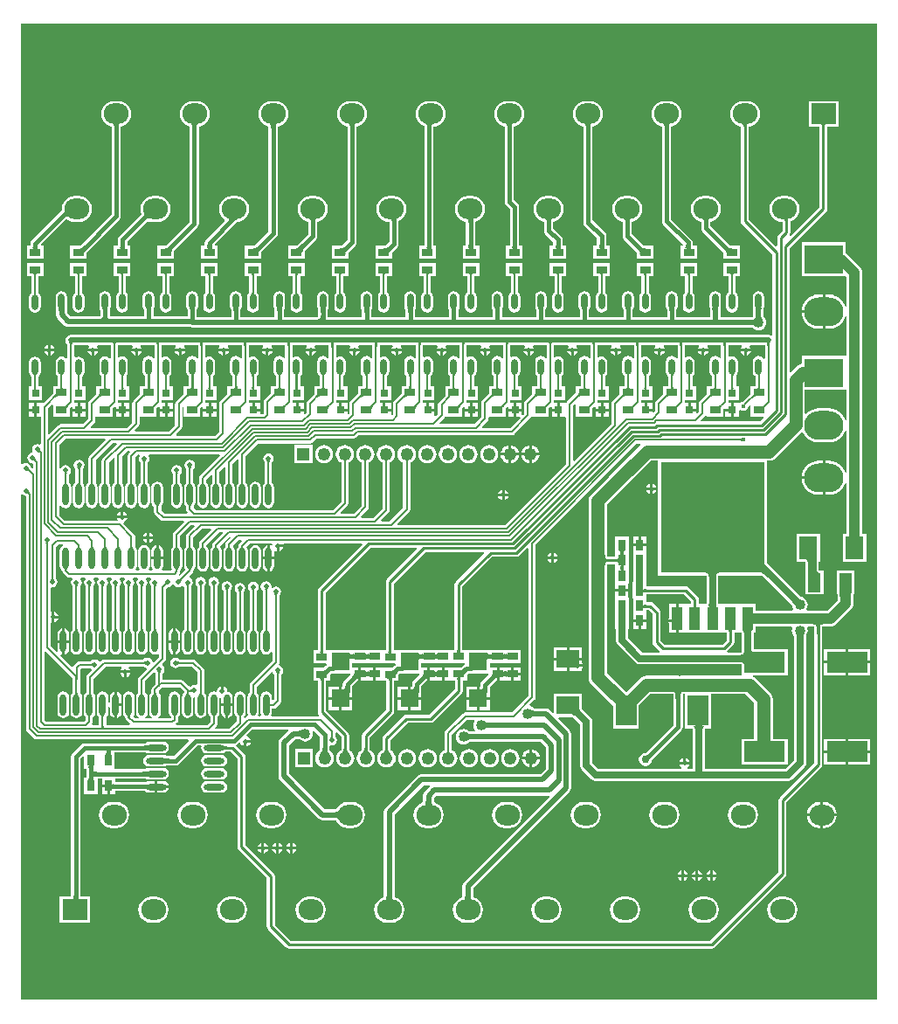
<source format=gtl>
G04*
G04 #@! TF.GenerationSoftware,Altium Limited,Altium Designer,19.0.4 (130)*
G04*
G04 Layer_Physical_Order=1*
G04 Layer_Color=255*
%FSTAX24Y24*%
%MOIN*%
G70*
G01*
G75*
%ADD12C,0.0070*%
%ADD17C,0.0200*%
%ADD18O,0.0236X0.0807*%
%ADD19O,0.0787X0.0236*%
%ADD20R,0.0304X0.0433*%
%ADD21R,0.0472X0.0717*%
%ADD22R,0.0700X0.0850*%
%ADD23R,0.1575X0.0787*%
%ADD24R,0.0787X0.1181*%
%ADD25R,0.0850X0.0700*%
%ADD26R,0.0433X0.0304*%
%ADD27R,0.0700X0.0700*%
%ADD28O,0.0236X0.0602*%
%ADD29R,0.0315X0.0315*%
%ADD30R,0.0421X0.0903*%
%ADD31R,0.3937X0.4224*%
%ADD52C,0.0400*%
%ADD53C,0.0250*%
%ADD54C,0.0500*%
%ADD55C,0.0150*%
%ADD56C,0.0100*%
%ADD57C,0.0300*%
%ADD58R,0.0945X0.0787*%
%ADD59O,0.0945X0.0787*%
%ADD60O,0.1496X0.1100*%
%ADD61R,0.1496X0.1100*%
%ADD62C,0.0492*%
%ADD63R,0.0492X0.0492*%
%ADD64C,0.0200*%
%ADD65C,0.0300*%
%ADD66C,0.0400*%
%ADD67C,0.0150*%
G36*
X03078Y033526D02*
X030772Y033523D01*
X030765Y033519D01*
X030758Y033512D01*
X030752Y033503D01*
X030748Y033491D01*
X030745Y033479D01*
X030742Y033463D01*
X03074Y033447D01*
X03074Y033428D01*
X03064D01*
X03064Y033447D01*
X030638Y033463D01*
X030635Y033479D01*
X030632Y033491D01*
X030628Y033503D01*
X030622Y033512D01*
X030615Y033519D01*
X030608Y033523D01*
X0306Y033526D01*
X03059Y033528D01*
X03079D01*
X03078Y033526D01*
D02*
G37*
G36*
X0278Y033527D02*
X02779Y033527D01*
X027782Y033524D01*
X027774Y033519D01*
X027768Y033512D01*
X027762Y033502D01*
X027758Y033491D01*
X027754Y033478D01*
X027752Y033462D01*
X02775Y033445D01*
X02775Y033426D01*
X02765D01*
X02765Y033445D01*
X027648Y033463D01*
X027646Y033479D01*
X027642Y033492D01*
X027638Y033504D01*
X027632Y033513D01*
X027626Y033521D01*
X027618Y033526D01*
X02761Y033529D01*
X0276Y03353D01*
X0278Y033527D01*
D02*
G37*
G36*
X02937Y029914D02*
X029362Y02991D01*
X029354Y029904D01*
X029348Y029897D01*
X029342Y029887D01*
X029338Y029875D01*
X029334Y029861D01*
X029332Y029845D01*
X02933Y029827D01*
X02933Y029807D01*
X02923Y029804D01*
X02923Y029823D01*
X029228Y029841D01*
X029225Y029856D01*
X029222Y02987D01*
X029218Y029881D01*
X029212Y02989D01*
X029206Y029897D01*
X029198Y029902D01*
X02919Y029904D01*
X02918Y029905D01*
X02938Y029915D01*
X02937Y029914D01*
D02*
G37*
G36*
X028664Y025214D02*
X028658Y025203D01*
X028653Y025188D01*
X028648Y02517D01*
X028644Y02515D01*
X028641Y025126D01*
X028636Y025069D01*
X028635Y025D01*
X028565D01*
X028565Y025036D01*
X028556Y02515D01*
X028552Y02517D01*
X028547Y025188D01*
X028542Y025203D01*
X028536Y025214D01*
X028529Y025223D01*
X028671D01*
X028664Y025214D01*
D02*
G37*
G36*
X026994D02*
X026988Y025203D01*
X026983Y025188D01*
X026978Y02517D01*
X026974Y02515D01*
X026971Y025126D01*
X026966Y025069D01*
X026965Y025D01*
X026895D01*
X026895Y025036D01*
X026886Y02515D01*
X026882Y02517D01*
X026877Y025188D01*
X026872Y025203D01*
X026866Y025214D01*
X026859Y025223D01*
X027001D01*
X026994Y025214D01*
D02*
G37*
G36*
X025331D02*
X025325Y025203D01*
X025319Y025188D01*
X025315Y02517D01*
X025311Y02515D01*
X025307Y025126D01*
X025303Y025069D01*
X025302Y025D01*
X025232D01*
X025231Y025036D01*
X025223Y02515D01*
X025219Y02517D01*
X025214Y025188D01*
X025209Y025203D01*
X025203Y025214D01*
X025196Y025223D01*
X025337D01*
X025331Y025214D01*
D02*
G37*
G36*
X023667D02*
X023661Y025203D01*
X023656Y025188D01*
X023651Y02517D01*
X023647Y02515D01*
X023644Y025126D01*
X02364Y025069D01*
X023638Y025D01*
X023568D01*
X023568Y025036D01*
X023559Y02515D01*
X023555Y02517D01*
X023551Y025188D01*
X023545Y025203D01*
X023539Y025214D01*
X023533Y025223D01*
X023674D01*
X023667Y025214D01*
D02*
G37*
G36*
X022004D02*
X021998Y025203D01*
X021993Y025188D01*
X021988Y02517D01*
X021984Y02515D01*
X021981Y025126D01*
X021976Y025069D01*
X021975Y025D01*
X021905D01*
X021905Y025036D01*
X021896Y02515D01*
X021892Y02517D01*
X021887Y025188D01*
X021882Y025203D01*
X021876Y025214D01*
X021869Y025223D01*
X022011D01*
X022004Y025214D01*
D02*
G37*
G36*
X020341D02*
X020335Y025203D01*
X020329Y025188D01*
X020325Y02517D01*
X020321Y02515D01*
X020317Y025126D01*
X020313Y025069D01*
X020312Y025D01*
X020242D01*
X020241Y025036D01*
X020233Y02515D01*
X020229Y02517D01*
X020224Y025188D01*
X020219Y025203D01*
X020213Y025214D01*
X020206Y025223D01*
X020347D01*
X020341Y025214D01*
D02*
G37*
G36*
X018677D02*
X018671Y025203D01*
X018666Y025188D01*
X018661Y02517D01*
X018657Y02515D01*
X018654Y025126D01*
X01865Y025069D01*
X018648Y025D01*
X018578D01*
X018578Y025036D01*
X018569Y02515D01*
X018565Y02517D01*
X018561Y025188D01*
X018555Y025203D01*
X018549Y025214D01*
X018543Y025223D01*
X018684D01*
X018677Y025214D01*
D02*
G37*
G36*
X017014D02*
X017008Y025203D01*
X017003Y025188D01*
X016998Y02517D01*
X016994Y02515D01*
X016991Y025126D01*
X016986Y025069D01*
X016985Y025D01*
X016915D01*
X016915Y025036D01*
X016906Y02515D01*
X016902Y02517D01*
X016897Y025188D01*
X016892Y025203D01*
X016886Y025214D01*
X016879Y025223D01*
X017021D01*
X017014Y025214D01*
D02*
G37*
G36*
X015351D02*
X015345Y025203D01*
X015339Y025188D01*
X015335Y02517D01*
X015331Y02515D01*
X015327Y025126D01*
X015323Y025069D01*
X015322Y025D01*
X015252D01*
X015251Y025036D01*
X015243Y02515D01*
X015239Y02517D01*
X015234Y025188D01*
X015229Y025203D01*
X015223Y025214D01*
X015216Y025223D01*
X015357D01*
X015351Y025214D01*
D02*
G37*
G36*
X013687D02*
X013681Y025203D01*
X013676Y025188D01*
X013671Y02517D01*
X013667Y02515D01*
X013664Y025126D01*
X01366Y025069D01*
X013658Y025D01*
X013588D01*
X013588Y025036D01*
X013579Y02515D01*
X013575Y02517D01*
X013571Y025188D01*
X013565Y025203D01*
X013559Y025214D01*
X013553Y025223D01*
X013694D01*
X013687Y025214D01*
D02*
G37*
G36*
X012024D02*
X012018Y025203D01*
X012013Y025188D01*
X012008Y02517D01*
X012004Y02515D01*
X012001Y025126D01*
X011996Y025069D01*
X011995Y025D01*
X011925D01*
X011925Y025036D01*
X011916Y02515D01*
X011912Y02517D01*
X011907Y025188D01*
X011902Y025203D01*
X011896Y025214D01*
X011889Y025223D01*
X012031D01*
X012024Y025214D01*
D02*
G37*
G36*
X010361D02*
X010355Y025203D01*
X010349Y025188D01*
X010345Y02517D01*
X010341Y02515D01*
X010337Y025126D01*
X010333Y025069D01*
X010332Y025D01*
X010262D01*
X010261Y025036D01*
X010253Y02515D01*
X010249Y02517D01*
X010244Y025188D01*
X010239Y025203D01*
X010233Y025214D01*
X010226Y025223D01*
X010367D01*
X010361Y025214D01*
D02*
G37*
G36*
X008697D02*
X008691Y025203D01*
X008686Y025188D01*
X008681Y02517D01*
X008677Y02515D01*
X008674Y025126D01*
X00867Y025069D01*
X008668Y025D01*
X008598D01*
X008598Y025036D01*
X008589Y02515D01*
X008585Y02517D01*
X008581Y025188D01*
X008575Y025203D01*
X008569Y025214D01*
X008563Y025223D01*
X008704D01*
X008697Y025214D01*
D02*
G37*
G36*
X007034D02*
X007028Y025203D01*
X007023Y025188D01*
X007018Y02517D01*
X007014Y02515D01*
X007011Y025126D01*
X007006Y025069D01*
X007005Y025D01*
X006935D01*
X006935Y025036D01*
X006926Y02515D01*
X006922Y02517D01*
X006917Y025188D01*
X006912Y025203D01*
X006906Y025214D01*
X006899Y025223D01*
X007041D01*
X007034Y025214D01*
D02*
G37*
G36*
X005371D02*
X005365Y025203D01*
X005359Y025188D01*
X005355Y02517D01*
X005351Y02515D01*
X005347Y025126D01*
X005343Y025069D01*
X005342Y025D01*
X005272D01*
X005271Y025036D01*
X005263Y02515D01*
X005259Y02517D01*
X005254Y025188D01*
X005249Y025203D01*
X005243Y025214D01*
X005236Y025223D01*
X005377D01*
X005371Y025214D01*
D02*
G37*
G36*
X003707D02*
X003701Y025203D01*
X003696Y025188D01*
X003691Y02517D01*
X003687Y02515D01*
X003684Y025126D01*
X00368Y025069D01*
X003678Y025D01*
X003608D01*
X003608Y025036D01*
X003599Y02515D01*
X003595Y02517D01*
X003591Y025188D01*
X003585Y025203D01*
X003579Y025214D01*
X003573Y025223D01*
X003714D01*
X003707Y025214D01*
D02*
G37*
G36*
X002044Y025211D02*
X002038Y025199D01*
X002033Y025184D01*
X002028Y025166D01*
X002024Y025146D01*
X002021Y025122D01*
X002016Y025065D01*
X002015Y024996D01*
X001945D01*
X001945Y025032D01*
X001936Y025146D01*
X001932Y025166D01*
X001927Y025184D01*
X001922Y025199D01*
X001916Y025211D01*
X001909Y025219D01*
X002051D01*
X002044Y025211D01*
D02*
G37*
G36*
X025129Y024616D02*
X025079Y024601D01*
X025064Y024623D01*
X024992Y024672D01*
X024907Y024688D01*
X024822Y024672D01*
X024749Y024623D01*
X024701Y024551D01*
X024684Y024466D01*
Y0241D01*
X024701Y024015D01*
X024749Y023943D01*
X024786Y023918D01*
Y023552D01*
X02458D01*
Y023243D01*
X024313Y022975D01*
X024283Y022931D01*
X024272Y022878D01*
Y022577D01*
X02422Y022525D01*
X024174Y022544D01*
Y022585D01*
X023917D01*
Y022635D01*
X023867D01*
Y022893D01*
X023772D01*
X02374Y022931D01*
X023741Y022935D01*
Y023007D01*
X024174D01*
Y023522D01*
X024034D01*
Y02392D01*
X024054Y023933D01*
X024102Y024005D01*
X024119Y02409D01*
Y024456D01*
X024102Y024541D01*
X024054Y024613D01*
X023982Y024662D01*
X023897Y024678D01*
X023812Y024662D01*
X023785Y024644D01*
X023741Y024667D01*
Y02509D01*
X024269D01*
X02429Y02504D01*
X024255Y024988D01*
X024249Y02496D01*
X024637D01*
X024632Y024988D01*
X024597Y02504D01*
X024617Y02509D01*
X025129D01*
Y024616D01*
D02*
G37*
G36*
X011822D02*
X011772Y024601D01*
X011757Y024623D01*
X011685Y024672D01*
X0116Y024688D01*
X011515Y024672D01*
X011443Y024623D01*
X011395Y024551D01*
X011378Y024466D01*
Y0241D01*
X011395Y024015D01*
X011443Y023943D01*
X011462Y02393D01*
Y023552D01*
X011274D01*
Y023243D01*
X011013Y022982D01*
X010983Y022937D01*
X010972Y022885D01*
Y022537D01*
X010914Y022478D01*
X010867Y022497D01*
Y022585D01*
X01061D01*
Y022635D01*
X01056D01*
Y022893D01*
X010465D01*
X010433Y022931D01*
X010434Y022935D01*
Y023007D01*
X010867D01*
Y023522D01*
X010748D01*
Y023933D01*
X010795Y024005D01*
X010812Y02409D01*
Y024456D01*
X010795Y024541D01*
X010747Y024613D01*
X010675Y024662D01*
X01059Y024678D01*
X010505Y024662D01*
X010478Y024644D01*
X010434Y024667D01*
Y02509D01*
X010963D01*
X010983Y02504D01*
X010948Y024988D01*
X010943Y02496D01*
X011331D01*
X011325Y024988D01*
X01129Y02504D01*
X011311Y02509D01*
X011822D01*
Y024616D01*
D02*
G37*
G36*
X026792D02*
X026742Y024601D01*
X026727Y024623D01*
X026655Y024672D01*
X02657Y024688D01*
X026485Y024672D01*
X026413Y024623D01*
X026365Y024551D01*
X026348Y024466D01*
Y0241D01*
X026365Y024015D01*
X026413Y023943D01*
X026432Y02393D01*
Y023552D01*
X026244D01*
Y023243D01*
X025973Y022972D01*
X025943Y022927D01*
X025932Y022875D01*
Y022547D01*
X025884Y022498D01*
X025837Y022517D01*
Y022585D01*
X02558D01*
Y022635D01*
X02553D01*
Y022893D01*
X025435D01*
X025403Y022931D01*
X025404Y022935D01*
Y023007D01*
X025837D01*
Y023522D01*
X025718D01*
Y023933D01*
X025765Y024005D01*
X025782Y02409D01*
Y024456D01*
X025765Y024541D01*
X025717Y024613D01*
X025645Y024662D01*
X02556Y024678D01*
X025475Y024662D01*
X025448Y024644D01*
X025404Y024667D01*
Y02509D01*
X025933D01*
X025953Y02504D01*
X025918Y024988D01*
X025913Y02496D01*
X026301D01*
X026295Y024988D01*
X02626Y02504D01*
X026281Y02509D01*
X026792D01*
Y024616D01*
D02*
G37*
G36*
X016812D02*
X016762Y024601D01*
X016747Y024623D01*
X016675Y024672D01*
X01659Y024688D01*
X016505Y024672D01*
X016433Y024623D01*
X016385Y024551D01*
X016368Y024466D01*
Y0241D01*
X016385Y024015D01*
X016433Y023943D01*
X016452Y02393D01*
Y023552D01*
X016264D01*
Y023197D01*
X016261Y023183D01*
Y023176D01*
X016033Y022947D01*
X016003Y022903D01*
X015992Y02285D01*
Y022477D01*
X015907Y022392D01*
X015857Y022413D01*
Y022585D01*
X0156D01*
Y022635D01*
X01555D01*
Y022893D01*
X015455D01*
X015423Y022931D01*
X015424Y022935D01*
Y023007D01*
X015857D01*
Y023522D01*
X015718D01*
Y02392D01*
X015737Y023933D01*
X015785Y024005D01*
X015802Y02409D01*
Y024456D01*
X015785Y024541D01*
X015737Y024613D01*
X015665Y024662D01*
X01558Y024678D01*
X015495Y024662D01*
X015468Y024644D01*
X015424Y024667D01*
Y02509D01*
X015953D01*
X015973Y02504D01*
X015938Y024988D01*
X015933Y02496D01*
X016321D01*
X016315Y024988D01*
X01628Y02504D01*
X016301Y02509D01*
X016812D01*
Y024616D01*
D02*
G37*
G36*
X013486D02*
X013436Y024601D01*
X013421Y024623D01*
X013348Y024672D01*
X013263Y024688D01*
X013178Y024672D01*
X013106Y024623D01*
X013058Y024551D01*
X013041Y024466D01*
Y0241D01*
X013058Y024015D01*
X013106Y023943D01*
X013126Y02393D01*
Y023552D01*
X012937D01*
Y023243D01*
X012653Y022959D01*
X012623Y022914D01*
X012612Y022861D01*
Y022507D01*
X012577Y022472D01*
X012531Y022491D01*
Y022585D01*
X012273D01*
Y022635D01*
X012223D01*
Y022893D01*
X012129D01*
X012097Y022931D01*
X012098Y022935D01*
Y023007D01*
X012531D01*
Y023522D01*
X012391D01*
Y02392D01*
X012411Y023933D01*
X012459Y024005D01*
X012476Y02409D01*
Y024456D01*
X012459Y024541D01*
X012411Y024613D01*
X012338Y024662D01*
X012253Y024678D01*
X012168Y024662D01*
X012142Y024644D01*
X012098Y024667D01*
Y02509D01*
X012626D01*
X012646Y02504D01*
X012612Y024988D01*
X012606Y02496D01*
X012994D01*
X012988Y024988D01*
X012954Y02504D01*
X012974Y02509D01*
X013486D01*
Y024616D01*
D02*
G37*
G36*
X010159D02*
X010109Y024601D01*
X010094Y024623D01*
X010022Y024672D01*
X009937Y024688D01*
X009852Y024672D01*
X009779Y024623D01*
X009731Y024551D01*
X009714Y024466D01*
Y0241D01*
X009731Y024015D01*
X009779Y023943D01*
X009799Y02393D01*
Y023552D01*
X00961D01*
Y023275D01*
X009373Y023037D01*
X009343Y022993D01*
X009332Y02294D01*
Y022477D01*
X009323Y022468D01*
X009204D01*
Y022585D01*
X008947D01*
Y022635D01*
X008897D01*
Y022893D01*
X008802D01*
X00877Y022931D01*
X008771Y022935D01*
Y023007D01*
X009204D01*
Y023522D01*
X009084D01*
Y023933D01*
X009132Y024005D01*
X009149Y02409D01*
Y024456D01*
X009132Y024541D01*
X009084Y024613D01*
X009012Y024662D01*
X008927Y024678D01*
X008842Y024662D01*
X008815Y024644D01*
X008771Y024667D01*
Y02509D01*
X009299D01*
X00932Y02504D01*
X009285Y024988D01*
X009279Y02496D01*
X009667D01*
X009662Y024988D01*
X009627Y02504D01*
X009646Y025086D01*
X009649Y02509D01*
X010159D01*
Y024616D01*
D02*
G37*
G36*
X028462Y024586D02*
X028412Y024571D01*
X028377Y024623D01*
X028305Y024672D01*
X02822Y024688D01*
X028135Y024672D01*
X028063Y024623D01*
X028015Y024551D01*
X027998Y024466D01*
Y0241D01*
X028015Y024015D01*
X028063Y023943D01*
X028096Y023921D01*
Y023552D01*
X027914D01*
Y023243D01*
X027616Y022946D01*
X027562Y022935D01*
X027513Y022903D01*
X027467Y022893D01*
X027467Y022893D01*
X027467Y022893D01*
X02726D01*
Y022635D01*
Y022378D01*
X027467D01*
Y022615D01*
X027517Y022635D01*
X027562Y022605D01*
X02763Y022592D01*
X027698Y022605D01*
X027756Y022644D01*
X027795Y022702D01*
X027803Y022743D01*
X027867Y022807D01*
X027914Y022788D01*
Y022378D01*
X028397D01*
X028416Y022332D01*
X028287Y022203D01*
X026043D01*
X026024Y022249D01*
X026167Y022393D01*
X026167Y022393D01*
X026234Y022403D01*
X026244Y022396D01*
Y022378D01*
X026877D01*
Y022681D01*
X026905Y022704D01*
X026949Y022685D01*
X02716D01*
Y022893D01*
X027099D01*
X027067Y022931D01*
X027068Y022935D01*
Y023007D01*
X027467D01*
Y023522D01*
X027361D01*
Y023928D01*
X027367Y023933D01*
X027415Y024005D01*
X027432Y02409D01*
Y024456D01*
X027415Y024541D01*
X027367Y024613D01*
X027295Y024662D01*
X02721Y024678D01*
X027125Y024662D01*
X027112Y024653D01*
X027068Y024676D01*
Y02509D01*
X027563D01*
X027583Y02504D01*
X027548Y024988D01*
X027543Y02496D01*
X027931D01*
X027925Y024988D01*
X02789Y02504D01*
X027911Y02509D01*
X028462D01*
Y024586D01*
D02*
G37*
G36*
X023466Y024616D02*
X023416Y024601D01*
X023401Y024623D01*
X023328Y024672D01*
X023243Y024688D01*
X023158Y024672D01*
X023086Y024623D01*
X023038Y024551D01*
X023021Y024466D01*
Y0241D01*
X023038Y024015D01*
X023086Y023943D01*
X023106Y02393D01*
Y023552D01*
X022917D01*
Y023243D01*
X022643Y022969D01*
X022613Y022924D01*
X022602Y022871D01*
Y022089D01*
X021194Y020681D01*
X021148Y0207D01*
Y022793D01*
X021204Y022849D01*
X021254Y022828D01*
Y022378D01*
X021887D01*
Y022687D01*
X02195Y02275D01*
X021996Y022731D01*
Y022685D01*
X022203D01*
Y022893D01*
X022109D01*
X022077Y022931D01*
X022078Y022935D01*
Y023007D01*
X022511D01*
Y023522D01*
X022371D01*
Y02392D01*
X022391Y023933D01*
X022439Y024005D01*
X022456Y02409D01*
Y024456D01*
X022439Y024541D01*
X022391Y024613D01*
X022318Y024662D01*
X022233Y024678D01*
X022148Y024662D01*
X022122Y024644D01*
X022078Y024667D01*
Y02509D01*
X022606D01*
X022626Y02504D01*
X022592Y024988D01*
X022586Y02496D01*
X022974D01*
X022968Y024988D01*
X022934Y02504D01*
X022954Y02509D01*
X023466D01*
Y024616D01*
D02*
G37*
G36*
X021802D02*
X021752Y024601D01*
X021737Y024623D01*
X021665Y024672D01*
X02158Y024688D01*
X021495Y024672D01*
X021423Y024623D01*
X021375Y024551D01*
X021358Y024466D01*
Y0241D01*
X021375Y024015D01*
X021423Y023943D01*
X021442Y02393D01*
Y023552D01*
X021254D01*
Y023288D01*
X020913Y022947D01*
X020889Y022912D01*
X020847Y022893D01*
X02064D01*
Y022635D01*
Y022378D01*
X020847D01*
X020872Y022338D01*
Y020557D01*
X018553Y018238D01*
X014458D01*
X014439Y018284D01*
X014891Y018736D01*
X014921Y018781D01*
X014931Y018834D01*
Y020622D01*
X014968Y020638D01*
X01504Y020693D01*
X015096Y020765D01*
X015131Y02085D01*
X015143Y02094D01*
X015131Y02103D01*
X015096Y021115D01*
X01504Y021187D01*
X014968Y021242D01*
X014884Y021277D01*
X014794Y021289D01*
X014703Y021277D01*
X014619Y021242D01*
X014547Y021187D01*
X014491Y021115D01*
X014456Y02103D01*
X014445Y02094D01*
X014456Y02085D01*
X014491Y020765D01*
X014547Y020693D01*
X014619Y020638D01*
X014656Y020622D01*
Y018891D01*
X014143Y018378D01*
X013828D01*
X013808Y018424D01*
X014103Y018719D01*
X014133Y018763D01*
X014144Y018816D01*
Y020622D01*
X014181Y020638D01*
X014253Y020693D01*
X014308Y020765D01*
X014343Y02085D01*
X014355Y02094D01*
X014343Y02103D01*
X014308Y021115D01*
X014253Y021187D01*
X014181Y021242D01*
X014096Y021277D01*
X014006Y021289D01*
X013916Y021277D01*
X013832Y021242D01*
X013759Y021187D01*
X013704Y021115D01*
X013669Y02103D01*
X013657Y02094D01*
X013669Y02085D01*
X013704Y020765D01*
X013759Y020693D01*
X013832Y020638D01*
X013869Y020622D01*
Y018873D01*
X013513Y018518D01*
X013078D01*
X013059Y018564D01*
X013316Y018821D01*
X013346Y018866D01*
X013356Y018919D01*
X013356Y018919D01*
Y020622D01*
X013393Y020638D01*
X013466Y020693D01*
X013521Y020765D01*
X013556Y02085D01*
X013568Y02094D01*
X013556Y02103D01*
X013521Y021115D01*
X013466Y021187D01*
X013393Y021242D01*
X013309Y021277D01*
X013219Y021289D01*
X013128Y021277D01*
X013044Y021242D01*
X012972Y021187D01*
X012916Y021115D01*
X012882Y02103D01*
X01287Y02094D01*
X012882Y02085D01*
X012916Y020765D01*
X012972Y020693D01*
X013044Y020638D01*
X013081Y020622D01*
Y018976D01*
X012783Y018678D01*
X012288D01*
X012269Y018724D01*
X012529Y018984D01*
X012559Y019029D01*
X012569Y019081D01*
Y020622D01*
X012606Y020638D01*
X012678Y020693D01*
X012734Y020765D01*
X012768Y02085D01*
X01278Y02094D01*
X012768Y02103D01*
X012734Y021115D01*
X012678Y021187D01*
X012606Y021242D01*
X012522Y021277D01*
X012431Y021289D01*
X012341Y021277D01*
X012257Y021242D01*
X012185Y021187D01*
X012129Y021115D01*
X012094Y02103D01*
X012082Y02094D01*
X012094Y02085D01*
X012129Y020765D01*
X012185Y020693D01*
X012257Y020638D01*
X012294Y020622D01*
Y019138D01*
X011973Y018818D01*
X006737D01*
X006665Y018889D01*
X006669Y018942D01*
X006677Y018948D01*
X006725Y01902D01*
X006742Y019105D01*
Y019676D01*
X006725Y019761D01*
X006677Y019833D01*
X006658Y019846D01*
Y020376D01*
X006664Y020381D01*
X006708Y020447D01*
X006724Y020525D01*
X006708Y020603D01*
X006664Y020669D01*
X006598Y020713D01*
X00652Y020729D01*
X006442Y020713D01*
X006376Y020669D01*
X006332Y020603D01*
X006316Y020525D01*
X006332Y020447D01*
X006376Y020381D01*
X006382Y020376D01*
Y019846D01*
X006363Y019833D01*
X006315Y019761D01*
X006298Y019676D01*
Y019105D01*
X006315Y01902D01*
X006363Y018948D01*
X006382Y018935D01*
Y01884D01*
X006393Y018787D01*
X006423Y018743D01*
X006442Y018724D01*
X006422Y018678D01*
X005557D01*
X005428Y018807D01*
Y018942D01*
X005437Y018948D01*
X005485Y01902D01*
X005502Y019105D01*
Y019676D01*
X005485Y019761D01*
X005437Y019833D01*
X005365Y019882D01*
X00528Y019898D01*
X005195Y019882D01*
X005123Y019833D01*
X005075Y019761D01*
X005058Y019676D01*
Y019105D01*
X005075Y01902D01*
X005123Y018948D01*
X005152Y018928D01*
Y01875D01*
X005163Y018697D01*
X005193Y018653D01*
X005403Y018443D01*
X005447Y018413D01*
X0055Y018402D01*
X0055Y018402D01*
X006282D01*
X006302Y018356D01*
X005923Y017977D01*
X005893Y017933D01*
X005882Y01788D01*
Y017425D01*
X005863Y017412D01*
X005815Y01734D01*
X005798Y017255D01*
Y016684D01*
X005815Y016599D01*
X005842Y016558D01*
X005815Y016508D01*
X005485D01*
X005458Y016558D01*
X005485Y016599D01*
X005502Y016684D01*
Y016919D01*
X00528D01*
X005058D01*
Y016684D01*
X005075Y016599D01*
X005102Y016558D01*
X005075Y016508D01*
X004985D01*
X004958Y016558D01*
X004985Y016599D01*
X005002Y016684D01*
Y017255D01*
X004985Y01734D01*
X004937Y017412D01*
X004865Y01746D01*
X00478Y017477D01*
X004695Y01746D01*
X004623Y017412D01*
X004575Y01734D01*
X004558Y017255D01*
Y016684D01*
X004575Y016599D01*
X004602Y016558D01*
X004575Y016508D01*
X004485D01*
X004458Y016558D01*
X004485Y016599D01*
X004502Y016684D01*
Y017255D01*
X004485Y01734D01*
X004437Y017412D01*
X004428Y017418D01*
Y01781D01*
X004417Y017863D01*
X004387Y017907D01*
X00399Y018304D01*
X004005Y018352D01*
X004015Y018354D01*
X004081Y018398D01*
X004125Y018465D01*
X004131Y018493D01*
X003743D01*
X003748Y018465D01*
X00376Y018448D01*
X003733Y018398D01*
X001757D01*
X001543Y018612D01*
Y018978D01*
X001593Y018993D01*
X001623Y018948D01*
X001695Y0189D01*
X00178Y018883D01*
X001865Y0189D01*
X001937Y018948D01*
X001985Y01902D01*
X002002Y019105D01*
Y019676D01*
X001985Y019761D01*
X001937Y019833D01*
X001918Y019846D01*
Y020171D01*
X001924Y020176D01*
X001968Y020242D01*
X001984Y02032D01*
X001968Y020398D01*
X001924Y020464D01*
X001858Y020508D01*
X00178Y020524D01*
X001702Y020508D01*
X001636Y020464D01*
X001593Y0204D01*
X001588Y020399D01*
X001543Y020408D01*
Y021308D01*
X001767Y021532D01*
X003282D01*
X003302Y021486D01*
X002693Y020877D01*
X002663Y020833D01*
X002652Y02078D01*
Y019853D01*
X002623Y019833D01*
X002575Y019761D01*
X002558Y019676D01*
Y019105D01*
X002575Y01902D01*
X002623Y018948D01*
X002695Y0189D01*
X00278Y018883D01*
X002865Y0189D01*
X002937Y018948D01*
X002985Y01902D01*
X003002Y019105D01*
Y019676D01*
X002985Y019761D01*
X002937Y019833D01*
X002928Y01984D01*
Y020723D01*
X003577Y021372D01*
X003716D01*
X003735Y021326D01*
X003193Y020784D01*
X003163Y020739D01*
X003152Y020687D01*
Y019853D01*
X003123Y019833D01*
X003075Y019761D01*
X003058Y019676D01*
Y019105D01*
X003075Y01902D01*
X003123Y018948D01*
X003195Y0189D01*
X00328Y018883D01*
X003365Y0189D01*
X003437Y018948D01*
X003485Y01902D01*
X003502Y019105D01*
Y019676D01*
X003485Y019761D01*
X003437Y019833D01*
X003428Y01984D01*
Y02063D01*
X003606Y020808D01*
X003652Y020789D01*
Y019853D01*
X003623Y019833D01*
X003575Y019761D01*
X003558Y019676D01*
Y019105D01*
X003575Y01902D01*
X003623Y018948D01*
X003695Y0189D01*
X00378Y018883D01*
X003865Y0189D01*
X003937Y018948D01*
X003985Y01902D01*
X004002Y019105D01*
Y019676D01*
X003985Y019761D01*
X003937Y019833D01*
X003928Y01984D01*
Y020853D01*
X004137Y021062D01*
X004212D01*
X004232Y021016D01*
X004193Y020977D01*
X004163Y020933D01*
X004152Y02088D01*
Y019853D01*
X004123Y019833D01*
X004075Y019761D01*
X004058Y019676D01*
Y019105D01*
X004075Y01902D01*
X004123Y018948D01*
X004195Y0189D01*
X00428Y018883D01*
X004365Y0189D01*
X004437Y018948D01*
X004485Y01902D01*
X004502Y019105D01*
Y019676D01*
X004485Y019761D01*
X004437Y019833D01*
X004428Y01984D01*
Y020823D01*
X004527Y020922D01*
X004581D01*
X004608Y020872D01*
X004592Y020848D01*
X004576Y02077D01*
X004592Y020692D01*
X004636Y020626D01*
X004642Y020621D01*
Y019846D01*
X004623Y019833D01*
X004575Y019761D01*
X004558Y019676D01*
Y019105D01*
X004575Y01902D01*
X004623Y018948D01*
X004695Y0189D01*
X00478Y018883D01*
X004865Y0189D01*
X004937Y018948D01*
X004985Y01902D01*
X005002Y019105D01*
Y019676D01*
X004985Y019761D01*
X004937Y019833D01*
X004918Y019846D01*
Y020621D01*
X004924Y020626D01*
X004968Y020692D01*
X004984Y02077D01*
X004968Y020848D01*
X004952Y020872D01*
X004979Y020922D01*
X007646D01*
X007665Y020876D01*
X006923Y020133D01*
X006893Y020089D01*
X006882Y020036D01*
Y019846D01*
X006863Y019833D01*
X006815Y019761D01*
X006798Y019676D01*
Y019105D01*
X006815Y01902D01*
X006863Y018948D01*
X006935Y0189D01*
X00702Y018883D01*
X007105Y0189D01*
X007177Y018948D01*
X007225Y01902D01*
X007242Y019105D01*
Y019676D01*
X007225Y019761D01*
X007177Y019833D01*
X007158Y019846D01*
Y019979D01*
X007336Y020158D01*
X007382Y020138D01*
Y019846D01*
X007363Y019833D01*
X007315Y019761D01*
X007298Y019676D01*
Y019105D01*
X007315Y01902D01*
X007363Y018948D01*
X007435Y0189D01*
X00752Y018883D01*
X007605Y0189D01*
X007677Y018948D01*
X007725Y01902D01*
X007742Y019105D01*
Y019676D01*
X007725Y019761D01*
X007677Y019833D01*
X007658Y019846D01*
Y020281D01*
X007836Y02046D01*
X007882Y02044D01*
Y019846D01*
X007863Y019833D01*
X007815Y019761D01*
X007798Y019676D01*
Y019105D01*
X007815Y01902D01*
X007863Y018948D01*
X007935Y0189D01*
X00802Y018883D01*
X008105Y0189D01*
X008177Y018948D01*
X008225Y01902D01*
X008242Y019105D01*
Y019676D01*
X008225Y019761D01*
X008177Y019833D01*
X008158Y019846D01*
Y020583D01*
X008336Y020762D01*
X008382Y020742D01*
Y019846D01*
X008363Y019833D01*
X008315Y019761D01*
X008298Y019676D01*
Y019105D01*
X008315Y01902D01*
X008363Y018948D01*
X008435Y0189D01*
X00852Y018883D01*
X008605Y0189D01*
X008677Y018948D01*
X008725Y01902D01*
X008742Y019105D01*
Y019676D01*
X008725Y019761D01*
X008677Y019833D01*
X008658Y019846D01*
Y020885D01*
X009125Y021352D01*
X01111D01*
X011163Y021363D01*
X011207Y021393D01*
X011357Y021542D01*
X012772D01*
X012825Y021553D01*
X012869Y021583D01*
X012959Y021672D01*
X018811D01*
X018864Y021683D01*
X018908Y021713D01*
X019517Y022322D01*
X019517Y022322D01*
X019545Y022362D01*
X01959Y022378D01*
X01959Y022378D01*
X01959Y022378D01*
X020223D01*
Y022687D01*
X020286Y02275D01*
X020333Y022731D01*
Y022685D01*
X02054D01*
Y022893D01*
X020445D01*
X020413Y022931D01*
X020414Y022935D01*
Y023007D01*
X020847D01*
Y023522D01*
X020708D01*
Y02392D01*
X020727Y023933D01*
X020775Y024005D01*
X020792Y02409D01*
Y024456D01*
X020775Y024541D01*
X020727Y024613D01*
X020655Y024662D01*
X02057Y024678D01*
X020485Y024662D01*
X020458Y024644D01*
X020414Y024667D01*
Y02509D01*
X020943D01*
X020963Y02504D01*
X020928Y024988D01*
X020923Y02496D01*
X021311D01*
X021305Y024988D01*
X02127Y02504D01*
X021291Y02509D01*
X021802D01*
Y024616D01*
D02*
G37*
G36*
X020139D02*
X020089Y024601D01*
X020074Y024623D01*
X020002Y024672D01*
X019917Y024688D01*
X019832Y024672D01*
X019759Y024623D01*
X019711Y024551D01*
X019694Y024466D01*
Y0241D01*
X019711Y024015D01*
X019759Y023943D01*
X019779Y02393D01*
Y023552D01*
X01959D01*
Y023243D01*
X019323Y022975D01*
X019293Y022931D01*
X019282Y022878D01*
Y022476D01*
X01923Y022424D01*
X019184Y022443D01*
Y022585D01*
X018977D01*
Y022378D01*
X019119D01*
X019138Y022331D01*
X018754Y021948D01*
X017688D01*
X017668Y021994D01*
X017867Y022193D01*
X017867Y022193D01*
X017897Y022237D01*
X017908Y02229D01*
X017908Y02229D01*
Y022336D01*
X017927Y022378D01*
X01856D01*
Y022687D01*
X018623Y02275D01*
X018669Y022731D01*
Y022685D01*
X018877D01*
Y022893D01*
X018782D01*
X01875Y022931D01*
X018751Y022935D01*
Y023007D01*
X019184D01*
Y023522D01*
X019044D01*
Y02392D01*
X019064Y023933D01*
X019112Y024005D01*
X019129Y02409D01*
Y024456D01*
X019112Y024541D01*
X019064Y024613D01*
X018992Y024662D01*
X018907Y024678D01*
X018822Y024662D01*
X018795Y024644D01*
X018751Y024667D01*
Y02509D01*
X019279D01*
X0193Y02504D01*
X019265Y024988D01*
X019259Y02496D01*
X019647D01*
X019642Y024988D01*
X019607Y02504D01*
X019627Y02509D01*
X020139D01*
Y024616D01*
D02*
G37*
G36*
X018476D02*
X018426Y024601D01*
X018411Y024623D01*
X018338Y024672D01*
X018253Y024688D01*
X018168Y024672D01*
X018096Y024623D01*
X018048Y024551D01*
X018031Y024466D01*
Y0241D01*
X018048Y024015D01*
X018096Y023943D01*
X018116Y02393D01*
Y023552D01*
X017927D01*
Y023243D01*
X017673Y022989D01*
X017643Y022944D01*
X017632Y022891D01*
Y022347D01*
X017373Y022088D01*
X016058D01*
X016039Y022134D01*
X016227Y022323D01*
X016257Y022367D01*
X016257Y022369D01*
X016264Y022378D01*
X016897D01*
Y022687D01*
X01696Y02275D01*
X017006Y022731D01*
Y022685D01*
X017213D01*
Y022893D01*
X017119D01*
X017087Y022931D01*
X017088Y022935D01*
Y023007D01*
X017521D01*
Y023522D01*
X017381D01*
Y02392D01*
X017401Y023933D01*
X017449Y024005D01*
X017466Y02409D01*
Y024456D01*
X017449Y024541D01*
X017401Y024613D01*
X017328Y024662D01*
X017243Y024678D01*
X017158Y024662D01*
X017132Y024644D01*
X017088Y024667D01*
Y02509D01*
X017616D01*
X017636Y02504D01*
X017602Y024988D01*
X017596Y02496D01*
X017984D01*
X017978Y024988D01*
X017944Y02504D01*
X017964Y02509D01*
X018476D01*
Y024616D01*
D02*
G37*
G36*
X015149D02*
X015099Y024601D01*
X015084Y024623D01*
X015012Y024672D01*
X014927Y024688D01*
X014842Y024672D01*
X014769Y024623D01*
X014721Y024551D01*
X014704Y024466D01*
Y0241D01*
X014721Y024015D01*
X014769Y023943D01*
X014789Y02393D01*
Y023552D01*
X0146D01*
Y023243D01*
X014323Y022965D01*
X014293Y022921D01*
X014282Y022868D01*
Y022467D01*
X014244Y022429D01*
X014194Y02245D01*
Y022585D01*
X013937D01*
Y022635D01*
X013887D01*
Y022893D01*
X013792D01*
X01376Y022931D01*
X013761Y022935D01*
Y023007D01*
X014194D01*
Y023522D01*
X014054D01*
Y02392D01*
X014074Y023933D01*
X014122Y024005D01*
X014139Y02409D01*
Y024456D01*
X014122Y024541D01*
X014074Y024613D01*
X014002Y024662D01*
X013917Y024678D01*
X013832Y024662D01*
X013805Y024644D01*
X013761Y024667D01*
Y02509D01*
X014239D01*
X01426Y02504D01*
X014225Y024988D01*
X014219Y02496D01*
X014607D01*
X014602Y024988D01*
X014567Y02504D01*
X014587Y02509D01*
X015149D01*
Y024616D01*
D02*
G37*
G36*
X008496D02*
X008446Y024601D01*
X008431Y024623D01*
X008358Y024672D01*
X008273Y024688D01*
X008188Y024672D01*
X008116Y024623D01*
X008068Y024551D01*
X008051Y024466D01*
Y0241D01*
X008068Y024015D01*
X008116Y023943D01*
X008136Y02393D01*
Y023552D01*
X007947D01*
Y023243D01*
X007673Y022969D01*
X007643Y022924D01*
X007632Y022871D01*
Y021807D01*
X007473Y021648D01*
X006017D01*
X005997Y021694D01*
X006193Y021889D01*
X006193Y021889D01*
X006222Y021934D01*
X006233Y021986D01*
X006233Y021986D01*
Y022755D01*
X006234Y022755D01*
X006284Y022729D01*
Y022378D01*
X006917D01*
Y022687D01*
X00698Y02275D01*
X007026Y022731D01*
Y022685D01*
X007233D01*
Y022893D01*
X007139D01*
X007107Y022931D01*
X007108Y022935D01*
Y023007D01*
X007541D01*
Y023522D01*
X007421D01*
Y023933D01*
X007469Y024005D01*
X007486Y02409D01*
Y024456D01*
X007469Y024541D01*
X007421Y024613D01*
X007348Y024662D01*
X007263Y024678D01*
X007178Y024662D01*
X007152Y024644D01*
X007108Y024667D01*
Y02509D01*
X007636D01*
X007656Y02504D01*
X007622Y024988D01*
X007616Y02496D01*
X008004D01*
X007998Y024988D01*
X007964Y02504D01*
X007984Y02509D01*
X008496D01*
Y024616D01*
D02*
G37*
G36*
X006832D02*
X006782Y024601D01*
X006767Y024623D01*
X006695Y024672D01*
X00661Y024688D01*
X006525Y024672D01*
X006453Y024623D01*
X006405Y024551D01*
X006388Y024466D01*
Y0241D01*
X006405Y024015D01*
X006453Y023943D01*
X006472Y02393D01*
Y023552D01*
X006284D01*
Y023243D01*
X005998Y022957D01*
X005968Y022913D01*
X005958Y02286D01*
Y022043D01*
X005722Y021808D01*
X004438D01*
X004419Y021854D01*
X004557Y021993D01*
X004587Y022037D01*
X004598Y02209D01*
X004598Y02209D01*
Y022338D01*
X00462Y022378D01*
X005253D01*
Y022687D01*
X005316Y02275D01*
X005363Y022731D01*
Y022685D01*
X00557D01*
Y022893D01*
X005475D01*
X005443Y022931D01*
X005444Y022935D01*
Y023007D01*
X005877D01*
Y023522D01*
X005758D01*
Y023933D01*
X005805Y024005D01*
X005822Y02409D01*
Y024456D01*
X005805Y024541D01*
X005757Y024613D01*
X005685Y024662D01*
X0056Y024678D01*
X005515Y024662D01*
X005488Y024644D01*
X005444Y024667D01*
Y02509D01*
X005973D01*
X005993Y02504D01*
X005958Y024988D01*
X005953Y02496D01*
X006341D01*
X006335Y024988D01*
X0063Y02504D01*
X006321Y02509D01*
X006832D01*
Y024616D01*
D02*
G37*
G36*
X005169D02*
X005119Y024601D01*
X005104Y024623D01*
X005032Y024672D01*
X004947Y024688D01*
X004862Y024672D01*
X004789Y024623D01*
X004741Y024551D01*
X004724Y024466D01*
Y0241D01*
X004741Y024015D01*
X004789Y023943D01*
X004809Y02393D01*
Y023552D01*
X00462D01*
Y023243D01*
X004363Y022985D01*
X004333Y022941D01*
X004322Y022888D01*
Y022147D01*
X004123Y021948D01*
X002748D01*
X002729Y021994D01*
X002871Y022136D01*
X0029Y022181D01*
X002911Y022233D01*
Y022368D01*
X002957Y022378D01*
Y022378D01*
X00359D01*
Y022687D01*
X003653Y02275D01*
X003699Y022731D01*
Y022685D01*
X003907D01*
Y022893D01*
X003812D01*
X00378Y022931D01*
X003781Y022935D01*
Y023007D01*
X004214D01*
Y023522D01*
X004094D01*
Y023933D01*
X004142Y024005D01*
X004159Y02409D01*
Y024456D01*
X004142Y024541D01*
X004094Y024613D01*
X004022Y024662D01*
X003937Y024678D01*
X003852Y024662D01*
X003825Y024644D01*
X003781Y024667D01*
Y02509D01*
X004309D01*
X00433Y02504D01*
X004295Y024988D01*
X004289Y02496D01*
X004677D01*
X004672Y024988D01*
X004637Y02504D01*
X004657Y02509D01*
X005169D01*
Y024616D01*
D02*
G37*
G36*
X003506Y024606D02*
X003456Y024591D01*
X003441Y024613D01*
X003368Y024662D01*
X003283Y024678D01*
X003198Y024662D01*
X003126Y024613D01*
X003078Y024541D01*
X003061Y024456D01*
Y02409D01*
X003078Y024005D01*
X003126Y023933D01*
X003146Y02392D01*
Y023552D01*
X002957D01*
Y023243D01*
X002676Y022962D01*
X002646Y022917D01*
X002636Y022865D01*
Y02229D01*
X002433Y022088D01*
X001592D01*
X001539Y022077D01*
X001495Y022047D01*
X001495Y022047D01*
X001154Y021706D01*
X001108Y021726D01*
Y022693D01*
X001244Y022829D01*
X001294Y022808D01*
Y022374D01*
X001927D01*
Y022683D01*
X00199Y022747D01*
X002036Y022727D01*
Y022685D01*
X002243D01*
Y022893D01*
X002149D01*
X002118Y022931D01*
X002118Y022932D01*
Y023007D01*
X002551D01*
Y023522D01*
X002411D01*
Y02391D01*
X002431Y023923D01*
X002479Y023995D01*
X002496Y02408D01*
Y024446D01*
X002479Y024531D01*
X002431Y024603D01*
X002358Y024652D01*
X002273Y024668D01*
X002188Y024652D01*
X002162Y024634D01*
X002118Y024657D01*
Y025086D01*
X00264D01*
X002664Y025036D01*
X002632Y024988D01*
X002626Y02496D01*
X003014D01*
X003008Y024988D01*
X002976Y025036D01*
X003Y025086D01*
X003506D01*
Y024606D01*
D02*
G37*
G36*
X026633Y024006D02*
X026627Y024004D01*
X026622Y023999D01*
X026617Y023993D01*
X026614Y023985D01*
X02661Y023975D01*
X026608Y023963D01*
X026606Y02395D01*
X026605Y023935D01*
X026605Y023918D01*
X026535D01*
X026535Y023935D01*
X026532Y023963D01*
X02653Y023975D01*
X026526Y023985D01*
X026523Y023993D01*
X026518Y023999D01*
X026513Y024004D01*
X026507Y024006D01*
X026501Y024007D01*
X026639D01*
X026633Y024006D01*
D02*
G37*
G36*
X023306D02*
X0233Y024004D01*
X023295Y023999D01*
X023291Y023993D01*
X023287Y023985D01*
X023284Y023975D01*
X023281Y023963D01*
X02328Y02395D01*
X023279Y023935D01*
X023278Y023918D01*
X023208D01*
X023208Y023935D01*
X023205Y023963D01*
X023203Y023975D01*
X0232Y023985D01*
X023196Y023993D01*
X023192Y023999D01*
X023186Y024004D01*
X023181Y024006D01*
X023174Y024007D01*
X023313D01*
X023306Y024006D01*
D02*
G37*
G36*
X021643Y024006D02*
X021637Y024004D01*
X021632Y023999D01*
X021627Y023993D01*
X021624Y023985D01*
X02162Y023975D01*
X021618Y023963D01*
X021616Y02395D01*
X021615Y023935D01*
X021615Y023918D01*
X021545D01*
X021545Y023935D01*
X021542Y023963D01*
X02154Y023975D01*
X021536Y023985D01*
X021533Y023993D01*
X021528Y023999D01*
X021523Y024004D01*
X021517Y024006D01*
X021511Y024007D01*
X021649D01*
X021643Y024006D01*
D02*
G37*
G36*
X019979Y024006D02*
X019974Y024004D01*
X019968Y023999D01*
X019964Y023993D01*
X01996Y023985D01*
X019957Y023975D01*
X019955Y023963D01*
X019953Y02395D01*
X019952Y023935D01*
X019952Y023918D01*
X019882D01*
X019881Y023935D01*
X019879Y023963D01*
X019876Y023975D01*
X019873Y023985D01*
X019869Y023993D01*
X019865Y023999D01*
X01986Y024004D01*
X019854Y024006D01*
X019847Y024007D01*
X019986D01*
X019979Y024006D01*
D02*
G37*
G36*
X018316Y024006D02*
X01831Y024004D01*
X018305Y023999D01*
X018301Y023993D01*
X018297Y023985D01*
X018294Y023975D01*
X018291Y023963D01*
X01829Y02395D01*
X018289Y023935D01*
X018288Y023918D01*
X018218D01*
X018218Y023935D01*
X018215Y023963D01*
X018213Y023975D01*
X01821Y023985D01*
X018206Y023993D01*
X018202Y023999D01*
X018196Y024004D01*
X018191Y024006D01*
X018184Y024007D01*
X018323D01*
X018316Y024006D01*
D02*
G37*
G36*
X016653Y024006D02*
X016647Y024004D01*
X016642Y023999D01*
X016637Y023993D01*
X016634Y023985D01*
X01663Y023975D01*
X016628Y023963D01*
X016626Y02395D01*
X016625Y023935D01*
X016625Y023918D01*
X016555D01*
X016555Y023935D01*
X016552Y023963D01*
X01655Y023975D01*
X016546Y023985D01*
X016543Y023993D01*
X016538Y023999D01*
X016533Y024004D01*
X016527Y024006D01*
X016521Y024007D01*
X016659D01*
X016653Y024006D01*
D02*
G37*
G36*
X014989Y024006D02*
X014984Y024004D01*
X014978Y023999D01*
X014974Y023993D01*
X01497Y023985D01*
X014967Y023975D01*
X014965Y023963D01*
X014963Y02395D01*
X014962Y023935D01*
X014962Y023918D01*
X014892D01*
X014891Y023935D01*
X014889Y023963D01*
X014886Y023975D01*
X014883Y023985D01*
X014879Y023993D01*
X014875Y023999D01*
X01487Y024004D01*
X014864Y024006D01*
X014857Y024007D01*
X014996D01*
X014989Y024006D01*
D02*
G37*
G36*
X013326Y024006D02*
X01332Y024004D01*
X013315Y023999D01*
X013311Y023993D01*
X013307Y023985D01*
X013304Y023975D01*
X013301Y023963D01*
X0133Y02395D01*
X013299Y023935D01*
X013298Y023918D01*
X013228D01*
X013228Y023935D01*
X013225Y023963D01*
X013223Y023975D01*
X01322Y023985D01*
X013216Y023993D01*
X013212Y023999D01*
X013206Y024004D01*
X013201Y024006D01*
X013194Y024007D01*
X013333D01*
X013326Y024006D01*
D02*
G37*
G36*
X028296Y024016D02*
X02829Y024012D01*
X028285Y024007D01*
X028281Y024D01*
X028277Y023992D01*
X028274Y023981D01*
X028271Y023969D01*
X02827Y023956D01*
X028269Y02394D01*
X028268Y023923D01*
X028198Y023915D01*
X028198Y023931D01*
X028195Y023959D01*
X028193Y02397D01*
X02819Y02398D01*
X028186Y023987D01*
X028181Y023992D01*
X028176Y023996D01*
X02817Y023998D01*
X028164Y023998D01*
X028303Y024017D01*
X028296Y024016D01*
D02*
G37*
G36*
X024986Y024019D02*
X02498Y024016D01*
X024975Y02401D01*
X024971Y024003D01*
X024967Y023994D01*
X024964Y023984D01*
X024961Y023972D01*
X02496Y023958D01*
X024959Y023942D01*
X024958Y023925D01*
X024888Y023914D01*
X024888Y023931D01*
X024885Y023959D01*
X024883Y02397D01*
X02488Y023979D01*
X024876Y023986D01*
X024871Y023992D01*
X024866Y023995D01*
X02486Y023997D01*
X024854Y023997D01*
X024992Y024022D01*
X024986Y024019D01*
D02*
G37*
G36*
X011683Y024023D02*
X011677Y024019D01*
X011672Y024014D01*
X011668Y024007D01*
X011669D01*
X011668Y024007D01*
X011667Y024006D01*
X011664Y023997D01*
X01166Y023986D01*
X011658Y023974D01*
X011656Y02396D01*
X011655Y023944D01*
X011655Y023926D01*
X011635Y023923D01*
X011635Y023918D01*
X011607D01*
X011585Y023914D01*
X011585Y023918D01*
X011565D01*
X011565Y023935D01*
X011562Y023963D01*
X01156Y023975D01*
X011556Y023985D01*
X011553Y023993D01*
X011551Y023995D01*
X01155Y023995D01*
X011551Y023995D01*
X011548Y023999D01*
X011543Y024004D01*
X011537Y024006D01*
X011531Y024007D01*
X011605D01*
X011689Y024026D01*
X011683Y024023D01*
D02*
G37*
G36*
X010019D02*
X010013Y024019D01*
X010008Y024014D01*
X010004Y024007D01*
X010006D01*
X010004Y024007D01*
X010004Y024006D01*
X01Y023997D01*
X009997Y023986D01*
X009995Y023974D01*
X009993Y02396D01*
X009992Y023944D01*
X009992Y023926D01*
X009972Y023923D01*
X009972Y023918D01*
X009944D01*
X009922Y023914D01*
X009922Y023918D01*
X009902D01*
X009901Y023935D01*
X009899Y023963D01*
X009896Y023975D01*
X009893Y023985D01*
X009889Y023993D01*
X009888Y023995D01*
X009887Y023995D01*
X009888Y023995D01*
X009885Y023999D01*
X00988Y024004D01*
X009874Y024006D01*
X009867Y024007D01*
X009941D01*
X010026Y024026D01*
X010019Y024023D01*
D02*
G37*
G36*
X008356D02*
X00835Y024019D01*
X008345Y024014D01*
X008341Y024007D01*
X008343D01*
X008341Y024007D01*
X008341Y024006D01*
X008337Y023997D01*
X008334Y023986D01*
X008331Y023974D01*
X00833Y02396D01*
X008329Y023944D01*
X008328Y023926D01*
X008308Y023923D01*
X008308Y023918D01*
X008281D01*
X008258Y023914D01*
X008258Y023918D01*
X008238D01*
X008238Y023935D01*
X008235Y023963D01*
X008233Y023975D01*
X00823Y023985D01*
X008226Y023993D01*
X008224Y023995D01*
X008224Y023995D01*
X008224Y023995D01*
X008222Y023999D01*
X008216Y024004D01*
X008211Y024006D01*
X008204Y024007D01*
X008278D01*
X008362Y024026D01*
X008356Y024023D01*
D02*
G37*
G36*
X006693D02*
X006687Y024019D01*
X006682Y024014D01*
X006678Y024007D01*
X006679D01*
X006678Y024007D01*
X006677Y024006D01*
X006674Y023997D01*
X00667Y023986D01*
X006668Y023974D01*
X006666Y02396D01*
X006665Y023944D01*
X006665Y023926D01*
X006645Y023923D01*
X006645Y023918D01*
X006617D01*
X006595Y023914D01*
X006595Y023918D01*
X006575D01*
X006575Y023935D01*
X006572Y023963D01*
X00657Y023975D01*
X006566Y023985D01*
X006563Y023993D01*
X006561Y023995D01*
X00656Y023995D01*
X006561Y023995D01*
X006558Y023999D01*
X006553Y024004D01*
X006547Y024006D01*
X006541Y024007D01*
X006615D01*
X006699Y024026D01*
X006693Y024023D01*
D02*
G37*
G36*
X005029D02*
X005023Y024019D01*
X005018Y024014D01*
X005014Y024007D01*
X005016D01*
X005014Y024007D01*
X005014Y024006D01*
X00501Y023997D01*
X005007Y023986D01*
X005005Y023974D01*
X005003Y02396D01*
X005002Y023944D01*
X005002Y023926D01*
X004982Y023923D01*
X004982Y023918D01*
X004954D01*
X004932Y023914D01*
X004932Y023918D01*
X004912D01*
X004911Y023935D01*
X004909Y023963D01*
X004906Y023975D01*
X004903Y023985D01*
X004899Y023993D01*
X004898Y023995D01*
X004897Y023995D01*
X004898Y023995D01*
X004895Y023999D01*
X00489Y024004D01*
X004884Y024006D01*
X004877Y024007D01*
X004951D01*
X005036Y024026D01*
X005029Y024023D01*
D02*
G37*
G36*
X023959Y023996D02*
X023954Y023994D01*
X023948Y023989D01*
X023944Y023983D01*
X02394Y023975D01*
X023937Y023965D01*
X023935Y023953D01*
X023933Y02394D01*
X023932Y023925D01*
X023932Y023908D01*
X023862D01*
X023861Y023925D01*
X023859Y023953D01*
X023856Y023965D01*
X023853Y023975D01*
X023849Y023983D01*
X023845Y023989D01*
X02384Y023994D01*
X023834Y023996D01*
X023827Y023997D01*
X023966D01*
X023959Y023996D01*
D02*
G37*
G36*
X022296Y023996D02*
X02229Y023994D01*
X022285Y023989D01*
X022281Y023983D01*
X022277Y023975D01*
X022274Y023965D01*
X022271Y023953D01*
X02227Y02394D01*
X022269Y023925D01*
X022268Y023908D01*
X022198D01*
X022198Y023925D01*
X022195Y023953D01*
X022193Y023965D01*
X02219Y023975D01*
X022186Y023983D01*
X022182Y023989D01*
X022176Y023994D01*
X022171Y023996D01*
X022164Y023997D01*
X022303D01*
X022296Y023996D01*
D02*
G37*
G36*
X020633Y023996D02*
X020627Y023994D01*
X020622Y023989D01*
X020617Y023983D01*
X020614Y023975D01*
X02061Y023965D01*
X020608Y023953D01*
X020606Y02394D01*
X020605Y023925D01*
X020605Y023908D01*
X020535D01*
X020535Y023925D01*
X020532Y023953D01*
X02053Y023965D01*
X020526Y023975D01*
X020523Y023983D01*
X020518Y023989D01*
X020513Y023994D01*
X020507Y023996D01*
X020501Y023997D01*
X020639D01*
X020633Y023996D01*
D02*
G37*
G36*
X018969Y023996D02*
X018964Y023994D01*
X018958Y023989D01*
X018954Y023983D01*
X01895Y023975D01*
X018947Y023965D01*
X018945Y023953D01*
X018943Y02394D01*
X018942Y023925D01*
X018942Y023908D01*
X018872D01*
X018871Y023925D01*
X018869Y023953D01*
X018866Y023965D01*
X018863Y023975D01*
X018859Y023983D01*
X018855Y023989D01*
X01885Y023994D01*
X018844Y023996D01*
X018837Y023997D01*
X018976D01*
X018969Y023996D01*
D02*
G37*
G36*
X017306Y023996D02*
X0173Y023994D01*
X017295Y023989D01*
X017291Y023983D01*
X017287Y023975D01*
X017284Y023965D01*
X017281Y023953D01*
X01728Y02394D01*
X017279Y023925D01*
X017278Y023908D01*
X017208D01*
X017208Y023925D01*
X017205Y023953D01*
X017203Y023965D01*
X0172Y023975D01*
X017196Y023983D01*
X017192Y023989D01*
X017186Y023994D01*
X017181Y023996D01*
X017174Y023997D01*
X017313D01*
X017306Y023996D01*
D02*
G37*
G36*
X015643Y023996D02*
X015637Y023994D01*
X015632Y023989D01*
X015627Y023983D01*
X015624Y023975D01*
X01562Y023965D01*
X015618Y023953D01*
X015616Y02394D01*
X015615Y023925D01*
X015615Y023908D01*
X015545D01*
X015545Y023925D01*
X015542Y023953D01*
X01554Y023965D01*
X015536Y023975D01*
X015533Y023983D01*
X015528Y023989D01*
X015523Y023994D01*
X015517Y023996D01*
X015511Y023997D01*
X015649D01*
X015643Y023996D01*
D02*
G37*
G36*
X013979Y023996D02*
X013974Y023994D01*
X013968Y023989D01*
X013964Y023983D01*
X01396Y023975D01*
X013957Y023965D01*
X013955Y023953D01*
X013953Y02394D01*
X013952Y023925D01*
X013952Y023908D01*
X013882D01*
X013881Y023925D01*
X013879Y023953D01*
X013876Y023965D01*
X013873Y023975D01*
X013869Y023983D01*
X013865Y023989D01*
X01386Y023994D01*
X013854Y023996D01*
X013847Y023997D01*
X013986D01*
X013979Y023996D01*
D02*
G37*
G36*
X012316Y023996D02*
X01231Y023994D01*
X012305Y023989D01*
X012301Y023983D01*
X012297Y023975D01*
X012294Y023965D01*
X012291Y023953D01*
X01229Y02394D01*
X012289Y023925D01*
X012288Y023908D01*
X012218D01*
X012218Y023925D01*
X012215Y023953D01*
X012213Y023965D01*
X01221Y023975D01*
X012206Y023983D01*
X012202Y023989D01*
X012196Y023994D01*
X012191Y023996D01*
X012184Y023997D01*
X012323D01*
X012316Y023996D01*
D02*
G37*
G36*
X003346D02*
X00334Y023994D01*
X003335Y023989D01*
X003331Y023983D01*
X003327Y023975D01*
X003324Y023965D01*
X003321Y023953D01*
X00332Y02394D01*
X003319Y023925D01*
X003318Y023908D01*
X003248D01*
X003248Y023925D01*
X003245Y023953D01*
X003243Y023965D01*
X00324Y023975D01*
X003236Y023983D01*
X003232Y023989D01*
X003226Y023994D01*
X003221Y023996D01*
X003214Y023997D01*
X003353D01*
X003346Y023996D01*
D02*
G37*
G36*
X001683D02*
X001677Y023994D01*
X001672Y023989D01*
X001667Y023983D01*
X001664Y023975D01*
X00166Y023965D01*
X001658Y023953D01*
X001656Y02394D01*
X001655Y023925D01*
X001655Y023908D01*
X001585D01*
X001585Y023925D01*
X001582Y023953D01*
X00158Y023965D01*
X001576Y023975D01*
X001573Y023983D01*
X001568Y023989D01*
X001563Y023994D01*
X001557Y023996D01*
X001551Y023997D01*
X001689D01*
X001683Y023996D01*
D02*
G37*
G36*
X027286Y024006D02*
X02728Y024002D01*
X027275Y023997D01*
X027271Y02399D01*
X027267Y023982D01*
X027264Y023971D01*
X027261Y023959D01*
X02726Y023946D01*
X027259Y02393D01*
X027258Y023913D01*
X027188Y023905D01*
X027188Y023921D01*
X027185Y023949D01*
X027183Y02396D01*
X02718Y02397D01*
X027176Y023977D01*
X027171Y023982D01*
X027166Y023986D01*
X02716Y023988D01*
X027154Y023988D01*
X027293Y024007D01*
X027286Y024006D01*
D02*
G37*
G36*
X025643Y024014D02*
X025637Y024009D01*
X025632Y024004D01*
X025627Y023996D01*
X025624Y023987D01*
X02562Y023976D01*
X025618Y023964D01*
X025616Y02395D01*
X025615Y023934D01*
X025615Y023916D01*
X025545Y023904D01*
X025545Y023921D01*
X025542Y023949D01*
X025539Y02396D01*
X025536Y023969D01*
X025533Y023976D01*
X025528Y023981D01*
X025523Y023984D01*
X025517Y023986D01*
X02551Y023985D01*
X025649Y024016D01*
X025643Y024014D01*
D02*
G37*
G36*
X010673D02*
X010667Y024009D01*
X010662Y024004D01*
X010658Y023997D01*
X010659D01*
X010658Y023997D01*
X010657Y023996D01*
X010654Y023987D01*
X01065Y023976D01*
X010648Y023964D01*
X010646Y02395D01*
X010645Y023934D01*
X010645Y023916D01*
X010625Y023913D01*
X010625Y023908D01*
X010597D01*
X010575Y023904D01*
X010575Y023908D01*
X010555D01*
X010555Y023925D01*
X010552Y023953D01*
X01055Y023965D01*
X010546Y023975D01*
X010543Y023983D01*
X010541Y023985D01*
X01054Y023985D01*
X010541Y023985D01*
X010538Y023989D01*
X010533Y023994D01*
X010527Y023996D01*
X010521Y023997D01*
X010595D01*
X010679Y024016D01*
X010673Y024014D01*
D02*
G37*
G36*
X009009D02*
X009003Y024009D01*
X008998Y024004D01*
X008994Y023997D01*
X008996D01*
X008994Y023997D01*
X008994Y023996D01*
X00899Y023987D01*
X008987Y023976D01*
X008985Y023964D01*
X008983Y02395D01*
X008982Y023934D01*
X008982Y023916D01*
X008962Y023913D01*
X008962Y023908D01*
X008934D01*
X008912Y023904D01*
X008912Y023908D01*
X008892D01*
X008891Y023925D01*
X008889Y023953D01*
X008886Y023965D01*
X008883Y023975D01*
X008879Y023983D01*
X008878Y023985D01*
X008877Y023985D01*
X008878Y023985D01*
X008875Y023989D01*
X00887Y023994D01*
X008864Y023996D01*
X008857Y023997D01*
X008931D01*
X009016Y024016D01*
X009009Y024014D01*
D02*
G37*
G36*
X007346D02*
X00734Y024009D01*
X007335Y024004D01*
X007331Y023997D01*
X007333D01*
X007331Y023997D01*
X007331Y023996D01*
X007327Y023987D01*
X007324Y023976D01*
X007321Y023964D01*
X00732Y02395D01*
X007319Y023934D01*
X007318Y023916D01*
X007298Y023913D01*
X007298Y023908D01*
X007271D01*
X007248Y023904D01*
X007248Y023908D01*
X007228D01*
X007228Y023925D01*
X007225Y023953D01*
X007223Y023965D01*
X00722Y023975D01*
X007216Y023983D01*
X007214Y023985D01*
X007214Y023985D01*
X007214Y023985D01*
X007212Y023989D01*
X007206Y023994D01*
X007201Y023996D01*
X007194Y023997D01*
X007268D01*
X007352Y024016D01*
X007346Y024014D01*
D02*
G37*
G36*
X005683D02*
X005677Y024009D01*
X005672Y024004D01*
X005668Y023997D01*
X005669D01*
X005668Y023997D01*
X005667Y023996D01*
X005664Y023987D01*
X00566Y023976D01*
X005658Y023964D01*
X005656Y02395D01*
X005655Y023934D01*
X005655Y023916D01*
X005635Y023913D01*
X005635Y023908D01*
X005607D01*
X005585Y023904D01*
X005585Y023908D01*
X005565D01*
X005565Y023925D01*
X005562Y023953D01*
X00556Y023965D01*
X005556Y023975D01*
X005553Y023983D01*
X005551Y023985D01*
X00555Y023985D01*
X005551Y023985D01*
X005548Y023989D01*
X005543Y023994D01*
X005537Y023996D01*
X005531Y023997D01*
X005605D01*
X005689Y024016D01*
X005683Y024014D01*
D02*
G37*
G36*
X004019D02*
X004013Y024009D01*
X004008Y024004D01*
X004004Y023997D01*
X004006D01*
X004004Y023997D01*
X004004Y023996D01*
X004Y023987D01*
X003997Y023976D01*
X003995Y023964D01*
X003993Y02395D01*
X003992Y023934D01*
X003992Y023916D01*
X003972Y023913D01*
X003972Y023908D01*
X003944D01*
X003922Y023904D01*
X003922Y023908D01*
X003902D01*
X003901Y023925D01*
X003899Y023953D01*
X003896Y023965D01*
X003893Y023975D01*
X003889Y023983D01*
X003888Y023985D01*
X003887Y023985D01*
X003888Y023985D01*
X003885Y023989D01*
X00388Y023994D01*
X003874Y023996D01*
X003867Y023997D01*
X003941D01*
X004026Y024016D01*
X004019Y024014D01*
D02*
G37*
G36*
X002336Y023986D02*
X00233Y023984D01*
X002325Y023979D01*
X002321Y023973D01*
X002317Y023965D01*
X002314Y023955D01*
X002311Y023943D01*
X00231Y02393D01*
X002309Y023915D01*
X002308Y023898D01*
X002238D01*
X002238Y023915D01*
X002235Y023943D01*
X002233Y023955D01*
X00223Y023965D01*
X002226Y023973D01*
X002222Y023979D01*
X002216Y023984D01*
X002211Y023986D01*
X002204Y023987D01*
X002343D01*
X002336Y023986D01*
D02*
G37*
G36*
X028269Y023507D02*
X02827Y023495D01*
X028271Y023484D01*
X028274Y023475D01*
X028277Y023467D01*
X028281Y023461D01*
X028285Y023456D01*
X028291Y023452D01*
X028297Y02345D01*
X028303Y02345D01*
X028163D01*
X02817Y02345D01*
X028176Y023452D01*
X028181Y023456D01*
X028186Y023461D01*
X02819Y023467D01*
X028193Y023475D01*
X028195Y023484D01*
X028197Y023495D01*
X028198Y023507D01*
X028198Y023521D01*
X028268D01*
X028269Y023507D01*
D02*
G37*
G36*
X026605D02*
X026606Y023495D01*
X026608Y023484D01*
X026611Y023475D01*
X026614Y023467D01*
X026618Y023461D01*
X026622Y023456D01*
X026627Y023452D01*
X026633Y02345D01*
X02664Y02345D01*
X0265D01*
X026507Y02345D01*
X026513Y023452D01*
X026518Y023456D01*
X026522Y023461D01*
X026526Y023467D01*
X026529Y023475D01*
X026532Y023484D01*
X026534Y023495D01*
X026535Y023507D01*
X026535Y023521D01*
X026605D01*
X026605Y023507D01*
D02*
G37*
G36*
X024959D02*
X02496Y023495D01*
X024961Y023484D01*
X024964Y023475D01*
X024967Y023467D01*
X024971Y023461D01*
X024975Y023456D01*
X024981Y023452D01*
X024987Y02345D01*
X024993Y02345D01*
X024853D01*
X02486Y02345D01*
X024866Y023452D01*
X024871Y023456D01*
X024876Y023461D01*
X02488Y023467D01*
X024883Y023475D01*
X024885Y023484D01*
X024887Y023495D01*
X024888Y023507D01*
X024888Y023521D01*
X024958D01*
X024959Y023507D01*
D02*
G37*
G36*
X023279D02*
X02328Y023495D01*
X023281Y023484D01*
X023284Y023475D01*
X023287Y023467D01*
X023291Y023461D01*
X023295Y023456D01*
X023301Y023452D01*
X023307Y02345D01*
X023313Y02345D01*
X023173D01*
X02318Y02345D01*
X023186Y023452D01*
X023191Y023456D01*
X023196Y023461D01*
X0232Y023467D01*
X023203Y023475D01*
X023205Y023484D01*
X023207Y023495D01*
X023208Y023507D01*
X023208Y023521D01*
X023278D01*
X023279Y023507D01*
D02*
G37*
G36*
X021615D02*
X021616Y023495D01*
X021618Y023484D01*
X021621Y023475D01*
X021624Y023467D01*
X021628Y023461D01*
X021632Y023456D01*
X021637Y023452D01*
X021643Y02345D01*
X02165Y02345D01*
X02151D01*
X021517Y02345D01*
X021523Y023452D01*
X021528Y023456D01*
X021532Y023461D01*
X021536Y023467D01*
X021539Y023475D01*
X021542Y023484D01*
X021544Y023495D01*
X021545Y023507D01*
X021545Y023521D01*
X021615D01*
X021615Y023507D01*
D02*
G37*
G36*
X019952D02*
X019953Y023495D01*
X019955Y023484D01*
X019957Y023475D01*
X01996Y023467D01*
X019964Y023461D01*
X019969Y023456D01*
X019974Y023452D01*
X01998Y02345D01*
X019987Y02345D01*
X019847D01*
X019853Y02345D01*
X019859Y023452D01*
X019865Y023456D01*
X019869Y023461D01*
X019873Y023467D01*
X019876Y023475D01*
X019879Y023484D01*
X01988Y023495D01*
X019881Y023507D01*
X019882Y023521D01*
X019952D01*
X019952Y023507D01*
D02*
G37*
G36*
X018289D02*
X01829Y023495D01*
X018291Y023484D01*
X018294Y023475D01*
X018297Y023467D01*
X018301Y023461D01*
X018305Y023456D01*
X018311Y023452D01*
X018317Y02345D01*
X018323Y02345D01*
X018183D01*
X01819Y02345D01*
X018196Y023452D01*
X018201Y023456D01*
X018206Y023461D01*
X01821Y023467D01*
X018213Y023475D01*
X018215Y023484D01*
X018217Y023495D01*
X018218Y023507D01*
X018218Y023521D01*
X018288D01*
X018289Y023507D01*
D02*
G37*
G36*
X016625D02*
X016626Y023495D01*
X016628Y023484D01*
X016631Y023475D01*
X016634Y023467D01*
X016638Y023461D01*
X016642Y023456D01*
X016647Y023452D01*
X016653Y02345D01*
X01666Y02345D01*
X01652D01*
X016527Y02345D01*
X016533Y023452D01*
X016538Y023456D01*
X016542Y023461D01*
X016546Y023467D01*
X016549Y023475D01*
X016552Y023484D01*
X016554Y023495D01*
X016555Y023507D01*
X016555Y023521D01*
X016625D01*
X016625Y023507D01*
D02*
G37*
G36*
X014962D02*
X014963Y023495D01*
X014965Y023484D01*
X014967Y023475D01*
X01497Y023467D01*
X014974Y023461D01*
X014979Y023456D01*
X014984Y023452D01*
X01499Y02345D01*
X014997Y02345D01*
X014857D01*
X014863Y02345D01*
X014869Y023452D01*
X014875Y023456D01*
X014879Y023461D01*
X014883Y023467D01*
X014886Y023475D01*
X014889Y023484D01*
X01489Y023495D01*
X014891Y023507D01*
X014892Y023521D01*
X014962D01*
X014962Y023507D01*
D02*
G37*
G36*
X013299D02*
X0133Y023495D01*
X013301Y023484D01*
X013304Y023475D01*
X013307Y023467D01*
X013311Y023461D01*
X013315Y023456D01*
X013321Y023452D01*
X013327Y02345D01*
X013333Y02345D01*
X013193D01*
X0132Y02345D01*
X013206Y023452D01*
X013211Y023456D01*
X013216Y023461D01*
X01322Y023467D01*
X013223Y023475D01*
X013225Y023484D01*
X013227Y023495D01*
X013228Y023507D01*
X013228Y023521D01*
X013298D01*
X013299Y023507D01*
D02*
G37*
G36*
X011655D02*
X011656Y023495D01*
X011658Y023484D01*
X011661Y023475D01*
X011664Y023467D01*
X011668Y023461D01*
X011672Y023456D01*
X011677Y023452D01*
X011683Y02345D01*
X01169Y02345D01*
X01153D01*
X011537Y02345D01*
X011543Y023452D01*
X011548Y023456D01*
X011552Y023461D01*
X011556Y023467D01*
X011559Y023475D01*
X011562Y023484D01*
X011564Y023495D01*
X011565Y023507D01*
X011565Y023521D01*
X011655D01*
X011655Y023507D01*
D02*
G37*
G36*
X009992D02*
X009993Y023495D01*
X009995Y023484D01*
X009997Y023475D01*
X01Y023467D01*
X010004Y023461D01*
X010009Y023456D01*
X010014Y023452D01*
X01002Y02345D01*
X010027Y02345D01*
X009867D01*
X009873Y02345D01*
X009879Y023452D01*
X009885Y023456D01*
X009889Y023461D01*
X009893Y023467D01*
X009896Y023475D01*
X009899Y023484D01*
X0099Y023495D01*
X009901Y023507D01*
X009902Y023521D01*
X009992D01*
X009992Y023507D01*
D02*
G37*
G36*
X008329D02*
X00833Y023495D01*
X008331Y023484D01*
X008334Y023475D01*
X008337Y023467D01*
X008341Y023461D01*
X008345Y023456D01*
X008351Y023452D01*
X008357Y02345D01*
X008363Y02345D01*
X008203D01*
X00821Y02345D01*
X008216Y023452D01*
X008221Y023456D01*
X008226Y023461D01*
X00823Y023467D01*
X008233Y023475D01*
X008235Y023484D01*
X008237Y023495D01*
X008238Y023507D01*
X008238Y023521D01*
X008328D01*
X008329Y023507D01*
D02*
G37*
G36*
X006665D02*
X006666Y023495D01*
X006668Y023484D01*
X006671Y023475D01*
X006674Y023467D01*
X006678Y023461D01*
X006682Y023456D01*
X006687Y023452D01*
X006693Y02345D01*
X0067Y02345D01*
X00654D01*
X006547Y02345D01*
X006553Y023452D01*
X006558Y023456D01*
X006562Y023461D01*
X006566Y023467D01*
X006569Y023475D01*
X006572Y023484D01*
X006574Y023495D01*
X006575Y023507D01*
X006575Y023521D01*
X006665D01*
X006665Y023507D01*
D02*
G37*
G36*
X005002D02*
X005003Y023495D01*
X005005Y023484D01*
X005007Y023475D01*
X00501Y023467D01*
X005014Y023461D01*
X005019Y023456D01*
X005024Y023452D01*
X00503Y02345D01*
X005037Y02345D01*
X004877D01*
X004883Y02345D01*
X004889Y023452D01*
X004895Y023456D01*
X004899Y023461D01*
X004903Y023467D01*
X004906Y023475D01*
X004909Y023484D01*
X00491Y023495D01*
X004911Y023507D01*
X004912Y023521D01*
X005002D01*
X005002Y023507D01*
D02*
G37*
G36*
X003319D02*
X00332Y023495D01*
X003321Y023484D01*
X003324Y023475D01*
X003327Y023467D01*
X003331Y023461D01*
X003335Y023456D01*
X003341Y023452D01*
X003347Y02345D01*
X003353Y02345D01*
X003213D01*
X00322Y02345D01*
X003226Y023452D01*
X003231Y023456D01*
X003236Y023461D01*
X00324Y023467D01*
X003243Y023475D01*
X003245Y023484D01*
X003247Y023495D01*
X003248Y023507D01*
X003248Y023521D01*
X003318D01*
X003319Y023507D01*
D02*
G37*
G36*
X001655Y023503D02*
X001656Y023491D01*
X001658Y023481D01*
X001661Y023471D01*
X001664Y023464D01*
X001668Y023457D01*
X001672Y023452D01*
X001677Y023449D01*
X001683Y023446D01*
X00169Y023446D01*
X00155D01*
X001557Y023446D01*
X001563Y023449D01*
X001568Y023452D01*
X001572Y023457D01*
X001576Y023464D01*
X001579Y023471D01*
X001582Y023481D01*
X001584Y023491D01*
X001585Y023503D01*
X001585Y023517D01*
X001655D01*
X001655Y023503D01*
D02*
G37*
G36*
X027259Y023478D02*
X02726Y023466D01*
X027261Y023455D01*
X027264Y023446D01*
X027267Y023438D01*
X027271Y023431D01*
X027275Y023426D01*
X027281Y023423D01*
X027287Y023421D01*
X027293Y02342D01*
X027153D01*
X02716Y023421D01*
X027166Y023423D01*
X027171Y023426D01*
X027176Y023431D01*
X02718Y023438D01*
X027183Y023446D01*
X027185Y023455D01*
X027187Y023466D01*
X027188Y023478D01*
X027188Y023491D01*
X027258D01*
X027259Y023478D01*
D02*
G37*
G36*
X025615D02*
X025616Y023466D01*
X025618Y023455D01*
X025621Y023446D01*
X025624Y023438D01*
X025628Y023431D01*
X025632Y023426D01*
X025637Y023423D01*
X025643Y023421D01*
X02565Y02342D01*
X02551D01*
X025517Y023421D01*
X025523Y023423D01*
X025528Y023426D01*
X025532Y023431D01*
X025536Y023438D01*
X025539Y023446D01*
X025542Y023455D01*
X025544Y023466D01*
X025545Y023478D01*
X025545Y023491D01*
X025615D01*
X025615Y023478D01*
D02*
G37*
G36*
X023932D02*
X023933Y023466D01*
X023935Y023455D01*
X023937Y023446D01*
X02394Y023438D01*
X023944Y023431D01*
X023949Y023426D01*
X023954Y023423D01*
X02396Y023421D01*
X023967Y02342D01*
X023827D01*
X023833Y023421D01*
X023839Y023423D01*
X023845Y023426D01*
X023849Y023431D01*
X023853Y023438D01*
X023856Y023446D01*
X023859Y023455D01*
X02386Y023466D01*
X023861Y023478D01*
X023862Y023491D01*
X023932D01*
X023932Y023478D01*
D02*
G37*
G36*
X022269D02*
X02227Y023466D01*
X022271Y023455D01*
X022274Y023446D01*
X022277Y023438D01*
X022281Y023431D01*
X022285Y023426D01*
X022291Y023423D01*
X022297Y023421D01*
X022303Y02342D01*
X022163D01*
X02217Y023421D01*
X022176Y023423D01*
X022181Y023426D01*
X022186Y023431D01*
X02219Y023438D01*
X022193Y023446D01*
X022195Y023455D01*
X022197Y023466D01*
X022198Y023478D01*
X022198Y023491D01*
X022268D01*
X022269Y023478D01*
D02*
G37*
G36*
X020605D02*
X020606Y023466D01*
X020608Y023455D01*
X020611Y023446D01*
X020614Y023438D01*
X020618Y023431D01*
X020622Y023426D01*
X020627Y023423D01*
X020633Y023421D01*
X02064Y02342D01*
X0205D01*
X020507Y023421D01*
X020513Y023423D01*
X020518Y023426D01*
X020522Y023431D01*
X020526Y023438D01*
X020529Y023446D01*
X020532Y023455D01*
X020534Y023466D01*
X020535Y023478D01*
X020535Y023491D01*
X020605D01*
X020605Y023478D01*
D02*
G37*
G36*
X018942D02*
X018943Y023466D01*
X018945Y023455D01*
X018947Y023446D01*
X01895Y023438D01*
X018954Y023431D01*
X018959Y023426D01*
X018964Y023423D01*
X01897Y023421D01*
X018977Y02342D01*
X018837D01*
X018843Y023421D01*
X018849Y023423D01*
X018855Y023426D01*
X018859Y023431D01*
X018863Y023438D01*
X018866Y023446D01*
X018869Y023455D01*
X01887Y023466D01*
X018871Y023478D01*
X018872Y023491D01*
X018942D01*
X018942Y023478D01*
D02*
G37*
G36*
X017279D02*
X01728Y023466D01*
X017281Y023455D01*
X017284Y023446D01*
X017287Y023438D01*
X017291Y023431D01*
X017295Y023426D01*
X017301Y023423D01*
X017307Y023421D01*
X017313Y02342D01*
X017173D01*
X01718Y023421D01*
X017186Y023423D01*
X017191Y023426D01*
X017196Y023431D01*
X0172Y023438D01*
X017203Y023446D01*
X017205Y023455D01*
X017207Y023466D01*
X017208Y023478D01*
X017208Y023491D01*
X017278D01*
X017279Y023478D01*
D02*
G37*
G36*
X015615D02*
X015616Y023466D01*
X015618Y023455D01*
X015621Y023446D01*
X015624Y023438D01*
X015628Y023431D01*
X015632Y023426D01*
X015637Y023423D01*
X015643Y023421D01*
X01565Y02342D01*
X01551D01*
X015517Y023421D01*
X015523Y023423D01*
X015528Y023426D01*
X015532Y023431D01*
X015536Y023438D01*
X015539Y023446D01*
X015542Y023455D01*
X015544Y023466D01*
X015545Y023478D01*
X015545Y023491D01*
X015615D01*
X015615Y023478D01*
D02*
G37*
G36*
X013952D02*
X013953Y023466D01*
X013955Y023455D01*
X013957Y023446D01*
X01396Y023438D01*
X013964Y023431D01*
X013969Y023426D01*
X013974Y023423D01*
X01398Y023421D01*
X013987Y02342D01*
X013847D01*
X013853Y023421D01*
X013859Y023423D01*
X013865Y023426D01*
X013869Y023431D01*
X013873Y023438D01*
X013876Y023446D01*
X013879Y023455D01*
X01388Y023466D01*
X013881Y023478D01*
X013882Y023491D01*
X013952D01*
X013952Y023478D01*
D02*
G37*
G36*
X012289D02*
X01229Y023466D01*
X012291Y023455D01*
X012294Y023446D01*
X012297Y023438D01*
X012301Y023431D01*
X012305Y023426D01*
X012311Y023423D01*
X012317Y023421D01*
X012323Y02342D01*
X012183D01*
X01219Y023421D01*
X012196Y023423D01*
X012201Y023426D01*
X012206Y023431D01*
X01221Y023438D01*
X012213Y023446D01*
X012215Y023455D01*
X012217Y023466D01*
X012218Y023478D01*
X012218Y023491D01*
X012288D01*
X012289Y023478D01*
D02*
G37*
G36*
X010645D02*
X010646Y023466D01*
X010648Y023455D01*
X010651Y023446D01*
X010654Y023438D01*
X010658Y023431D01*
X010662Y023426D01*
X010667Y023423D01*
X010673Y023421D01*
X01068Y02342D01*
X01052D01*
X010527Y023421D01*
X010533Y023423D01*
X010538Y023426D01*
X010542Y023431D01*
X010546Y023438D01*
X010549Y023446D01*
X010552Y023455D01*
X010554Y023466D01*
X010555Y023478D01*
X010555Y023491D01*
X010645D01*
X010645Y023478D01*
D02*
G37*
G36*
X008982D02*
X008983Y023466D01*
X008985Y023455D01*
X008987Y023446D01*
X00899Y023438D01*
X008994Y023431D01*
X008999Y023426D01*
X009004Y023423D01*
X00901Y023421D01*
X009017Y02342D01*
X008857D01*
X008863Y023421D01*
X008869Y023423D01*
X008875Y023426D01*
X008879Y023431D01*
X008883Y023438D01*
X008886Y023446D01*
X008889Y023455D01*
X00889Y023466D01*
X008891Y023478D01*
X008892Y023491D01*
X008982D01*
X008982Y023478D01*
D02*
G37*
G36*
X007319D02*
X00732Y023466D01*
X007321Y023455D01*
X007324Y023446D01*
X007327Y023438D01*
X007331Y023431D01*
X007335Y023426D01*
X007341Y023423D01*
X007347Y023421D01*
X007353Y02342D01*
X007193D01*
X0072Y023421D01*
X007206Y023423D01*
X007211Y023426D01*
X007216Y023431D01*
X00722Y023438D01*
X007223Y023446D01*
X007225Y023455D01*
X007227Y023466D01*
X007228Y023478D01*
X007228Y023491D01*
X007318D01*
X007319Y023478D01*
D02*
G37*
G36*
X005655D02*
X005656Y023466D01*
X005658Y023455D01*
X005661Y023446D01*
X005664Y023438D01*
X005668Y023431D01*
X005672Y023426D01*
X005677Y023423D01*
X005683Y023421D01*
X00569Y02342D01*
X00553D01*
X005537Y023421D01*
X005543Y023423D01*
X005548Y023426D01*
X005552Y023431D01*
X005556Y023438D01*
X005559Y023446D01*
X005562Y023455D01*
X005564Y023466D01*
X005565Y023478D01*
X005565Y023491D01*
X005655D01*
X005655Y023478D01*
D02*
G37*
G36*
X003992D02*
X003993Y023466D01*
X003995Y023455D01*
X003997Y023446D01*
X004Y023438D01*
X004004Y023431D01*
X004009Y023426D01*
X004014Y023423D01*
X00402Y023421D01*
X004027Y02342D01*
X003867D01*
X003873Y023421D01*
X003879Y023423D01*
X003885Y023426D01*
X003889Y023431D01*
X003893Y023438D01*
X003896Y023446D01*
X003899Y023455D01*
X0039Y023466D01*
X003901Y023478D01*
X003902Y023491D01*
X003992D01*
X003992Y023478D01*
D02*
G37*
G36*
X002309D02*
X00231Y023466D01*
X002311Y023455D01*
X002314Y023446D01*
X002317Y023438D01*
X002321Y023431D01*
X002325Y023426D01*
X002331Y023423D01*
X002337Y023421D01*
X002343Y02342D01*
X002203D01*
X00221Y023421D01*
X002216Y023423D01*
X002221Y023426D01*
X002226Y023431D01*
X00223Y023438D01*
X002233Y023446D01*
X002235Y023455D01*
X002237Y023466D01*
X002238Y023478D01*
X002238Y023491D01*
X002308D01*
X002309Y023478D01*
D02*
G37*
G36*
X028114Y023151D02*
X028108Y023154D01*
X028102Y023156D01*
X028095Y023156D01*
X028086Y023154D01*
X028077Y02315D01*
X028066Y023144D01*
X028055Y023136D01*
X028043Y023126D01*
X028015Y0231D01*
X027965Y023149D01*
X027979Y023164D01*
X028001Y02319D01*
X028009Y023201D01*
X028015Y023212D01*
X028019Y023221D01*
X028022Y023229D01*
X028022Y023237D01*
X02802Y023243D01*
X028016Y023248D01*
X028114Y023151D01*
D02*
G37*
G36*
X026444D02*
X026438Y023154D01*
X026432Y023156D01*
X026425Y023156D01*
X026416Y023154D01*
X026407Y02315D01*
X026396Y023144D01*
X026385Y023136D01*
X026373Y023126D01*
X026345Y0231D01*
X026295Y023149D01*
X026309Y023164D01*
X026331Y02319D01*
X026339Y023201D01*
X026345Y023212D01*
X026349Y023221D01*
X026352Y023229D01*
X026352Y023237D01*
X02635Y023243D01*
X026346Y023248D01*
X026444Y023151D01*
D02*
G37*
G36*
X02478D02*
X024775Y023154D01*
X024769Y023156D01*
X024761Y023156D01*
X024753Y023154D01*
X024744Y02315D01*
X024733Y023144D01*
X024722Y023136D01*
X024709Y023126D01*
X024681Y0231D01*
X024632Y023149D01*
X024646Y023164D01*
X024668Y02319D01*
X024676Y023201D01*
X024682Y023212D01*
X024686Y023221D01*
X024688Y023229D01*
X024688Y023237D01*
X024686Y023243D01*
X024683Y023248D01*
X02478Y023151D01*
D02*
G37*
G36*
X023117D02*
X023112Y023154D01*
X023105Y023156D01*
X023098Y023156D01*
X02309Y023154D01*
X02308Y02315D01*
X02307Y023144D01*
X023058Y023136D01*
X023046Y023126D01*
X023018Y0231D01*
X022969Y023149D01*
X022983Y023164D01*
X023005Y02319D01*
X023013Y023201D01*
X023019Y023212D01*
X023023Y023221D01*
X023025Y023229D01*
X023025Y023237D01*
X023023Y023243D01*
X023019Y023248D01*
X023117Y023151D01*
D02*
G37*
G36*
X021408D02*
X021405Y023156D01*
X0214Y02316D01*
X021394Y023161D01*
X021386Y023159D01*
X021377Y023156D01*
X021367Y023149D01*
X021354Y023141D01*
X021341Y023129D01*
X021309Y0231D01*
X021305Y023195D01*
X021317Y023207D01*
X021337Y02323D01*
X021344Y023241D01*
X02135Y023251D01*
X021354Y023261D01*
X021357Y02327D01*
X021358Y023278D01*
X021358Y023286D01*
X021356Y023294D01*
X021408Y023151D01*
D02*
G37*
G36*
X01979D02*
X019785Y023154D01*
X019779Y023156D01*
X019771Y023156D01*
X019763Y023154D01*
X019754Y02315D01*
X019743Y023144D01*
X019732Y023136D01*
X019719Y023126D01*
X019691Y0231D01*
X019642Y023149D01*
X019656Y023164D01*
X019678Y02319D01*
X019686Y023201D01*
X019692Y023212D01*
X019696Y023221D01*
X019698Y023229D01*
X019698Y023237D01*
X019696Y023243D01*
X019693Y023248D01*
X01979Y023151D01*
D02*
G37*
G36*
X018127D02*
X018122Y023154D01*
X018115Y023156D01*
X018108Y023156D01*
X0181Y023154D01*
X01809Y02315D01*
X01808Y023144D01*
X018068Y023136D01*
X018056Y023126D01*
X018028Y0231D01*
X017979Y023149D01*
X017993Y023164D01*
X018015Y02319D01*
X018023Y023201D01*
X018029Y023212D01*
X018033Y023221D01*
X018035Y023229D01*
X018035Y023237D01*
X018033Y023243D01*
X018029Y023248D01*
X018127Y023151D01*
D02*
G37*
G36*
X0148D02*
X014795Y023154D01*
X014789Y023156D01*
X014781Y023156D01*
X014773Y023154D01*
X014764Y02315D01*
X014753Y023144D01*
X014742Y023136D01*
X014729Y023126D01*
X014701Y0231D01*
X014652Y023149D01*
X014666Y023164D01*
X014688Y02319D01*
X014696Y023201D01*
X014702Y023212D01*
X014706Y023221D01*
X014708Y023229D01*
X014708Y023237D01*
X014706Y023243D01*
X014703Y023248D01*
X0148Y023151D01*
D02*
G37*
G36*
X013137D02*
X013132Y023154D01*
X013125Y023156D01*
X013118Y023156D01*
X01311Y023154D01*
X0131Y02315D01*
X01309Y023144D01*
X013078Y023136D01*
X013066Y023126D01*
X013038Y0231D01*
X012989Y023149D01*
X013003Y023164D01*
X013025Y02319D01*
X013033Y023201D01*
X013039Y023212D01*
X013043Y023221D01*
X013045Y023229D01*
X013045Y023237D01*
X013043Y023243D01*
X013039Y023248D01*
X013137Y023151D01*
D02*
G37*
G36*
X011474D02*
X011468Y023154D01*
X011462Y023156D01*
X011455Y023156D01*
X011446Y023154D01*
X011437Y02315D01*
X011427Y023144D01*
X011415Y023136D01*
X011403Y023126D01*
X011375Y0231D01*
X011325Y023149D01*
X011339Y023164D01*
X011361Y02319D01*
X011369Y023201D01*
X011375Y023212D01*
X011379Y023221D01*
X011382Y023229D01*
X011382Y023237D01*
X01138Y023243D01*
X011376Y023248D01*
X011474Y023151D01*
D02*
G37*
G36*
X009778D02*
X009775Y023156D01*
X009769Y023159D01*
X009763Y02316D01*
X009755Y023158D01*
X009746Y023154D01*
X009735Y023148D01*
X009723Y023139D01*
X00971Y023128D01*
X009679Y0231D01*
X009662Y023181D01*
X009674Y023194D01*
X009695Y023218D01*
X009702Y023229D01*
X009708Y02324D01*
X009712Y023249D01*
X009715Y023258D01*
X009716Y023266D01*
X009715Y023274D01*
X009713Y02328D01*
X009778Y023151D01*
D02*
G37*
G36*
X008147D02*
X008142Y023154D01*
X008135Y023156D01*
X008128Y023156D01*
X00812Y023154D01*
X00811Y02315D01*
X0081Y023144D01*
X008088Y023136D01*
X008076Y023126D01*
X008048Y0231D01*
X007999Y023149D01*
X008013Y023164D01*
X008035Y02319D01*
X008043Y023201D01*
X008049Y023212D01*
X008053Y023221D01*
X008055Y023229D01*
X008055Y023237D01*
X008053Y023243D01*
X008049Y023248D01*
X008147Y023151D01*
D02*
G37*
G36*
X006484D02*
X006478Y023154D01*
X006472Y023156D01*
X006465Y023156D01*
X006456Y023154D01*
X006447Y02315D01*
X006436Y023144D01*
X006425Y023136D01*
X006413Y023126D01*
X006385Y0231D01*
X006335Y023149D01*
X006349Y023164D01*
X006371Y02319D01*
X006379Y023201D01*
X006385Y023212D01*
X006389Y023221D01*
X006392Y023229D01*
X006392Y023237D01*
X00639Y023243D01*
X006386Y023248D01*
X006484Y023151D01*
D02*
G37*
G36*
X00482D02*
X004815Y023154D01*
X004809Y023156D01*
X004801Y023156D01*
X004793Y023154D01*
X004784Y02315D01*
X004773Y023144D01*
X004762Y023136D01*
X004749Y023126D01*
X004721Y0231D01*
X004672Y023149D01*
X004686Y023164D01*
X004708Y02319D01*
X004716Y023201D01*
X004722Y023212D01*
X004726Y023221D01*
X004728Y023229D01*
X004728Y023237D01*
X004726Y023243D01*
X004723Y023248D01*
X00482Y023151D01*
D02*
G37*
G36*
X003157D02*
X003152Y023154D01*
X003145Y023156D01*
X003138Y023156D01*
X00313Y023154D01*
X00312Y02315D01*
X00311Y023144D01*
X003098Y023136D01*
X003086Y023126D01*
X003058Y0231D01*
X003009Y023149D01*
X003023Y023164D01*
X003045Y02319D01*
X003053Y023201D01*
X003059Y023212D01*
X003063Y023221D01*
X003065Y023229D01*
X003065Y023237D01*
X003063Y023243D01*
X003059Y023248D01*
X003157Y023151D01*
D02*
G37*
G36*
X001465Y023147D02*
X001461Y023152D01*
X001455Y023155D01*
X001449Y023155D01*
X001441Y023154D01*
X001431Y02315D01*
X001421Y023144D01*
X001409Y023135D01*
X001396Y023124D01*
X001366Y023096D01*
X001345Y023175D01*
X001358Y023188D01*
X001378Y023212D01*
X001386Y023223D01*
X001392Y023233D01*
X001396Y023243D01*
X001398Y023252D01*
X001399Y02326D01*
X001398Y023267D01*
X001396Y023274D01*
X001465Y023147D01*
D02*
G37*
G36*
X028495Y022781D02*
X028481Y022766D01*
X028459Y022741D01*
X028451Y022729D01*
X028445Y022719D01*
X028441Y022709D01*
X028439Y022701D01*
Y022694D01*
X028441Y022687D01*
X028445Y022682D01*
X028346Y022781D01*
X028352Y022777D01*
X028358Y022775D01*
X028366D01*
X028374Y022777D01*
X028384Y022781D01*
X028394Y022787D01*
X028405Y022795D01*
X028418Y022804D01*
X028445Y02283D01*
X028495Y022781D01*
D02*
G37*
G36*
X026825D02*
X026811Y022766D01*
X026789Y022741D01*
X026781Y022729D01*
X026775Y022719D01*
X026771Y022709D01*
X026769Y022701D01*
Y022694D01*
X026771Y022687D01*
X026775Y022682D01*
X026676Y022781D01*
X026682Y022777D01*
X026688Y022775D01*
X026696D01*
X026704Y022777D01*
X026714Y022781D01*
X026724Y022787D01*
X026735Y022795D01*
X026748Y022804D01*
X026775Y02283D01*
X026825Y022781D01*
D02*
G37*
G36*
X025162D02*
X025148Y022766D01*
X025126Y022741D01*
X025118Y022729D01*
X025112Y022719D01*
X025108Y022709D01*
X025106Y022701D01*
Y022694D01*
X025108Y022687D01*
X025112Y022682D01*
X025013Y022781D01*
X025019Y022777D01*
X025025Y022775D01*
X025032D01*
X025041Y022777D01*
X02505Y022781D01*
X025061Y022787D01*
X025072Y022795D01*
X025084Y022804D01*
X025112Y02283D01*
X025162Y022781D01*
D02*
G37*
G36*
X023498D02*
X023484Y022766D01*
X023463Y022741D01*
X023455Y022729D01*
X023449Y022719D01*
X023445Y022709D01*
X023443Y022701D01*
Y022694D01*
X023445Y022687D01*
X023449Y022682D01*
X02335Y022781D01*
X023355Y022777D01*
X023362Y022775D01*
X023369D01*
X023377Y022777D01*
X023387Y022781D01*
X023397Y022787D01*
X023409Y022795D01*
X023421Y022804D01*
X023449Y02283D01*
X023498Y022781D01*
D02*
G37*
G36*
X021835D02*
X021821Y022766D01*
X021799Y022741D01*
X021791Y022729D01*
X021785Y022719D01*
X021781Y022709D01*
X021779Y022701D01*
Y022694D01*
X021781Y022687D01*
X021785Y022682D01*
X021686Y022781D01*
X021692Y022777D01*
X021698Y022775D01*
X021706D01*
X021714Y022777D01*
X021724Y022781D01*
X021734Y022787D01*
X021745Y022795D01*
X021758Y022804D01*
X021785Y02283D01*
X021835Y022781D01*
D02*
G37*
G36*
X020172D02*
X020158Y022766D01*
X020136Y022741D01*
X020128Y022729D01*
X020122Y022719D01*
X020118Y022709D01*
X020116Y022701D01*
Y022694D01*
X020118Y022687D01*
X020122Y022682D01*
X020023Y022781D01*
X020029Y022777D01*
X020035Y022775D01*
X020042D01*
X020051Y022777D01*
X02006Y022781D01*
X020071Y022787D01*
X020082Y022795D01*
X020094Y022804D01*
X020122Y02283D01*
X020172Y022781D01*
D02*
G37*
G36*
X018508D02*
X018494Y022766D01*
X018473Y022741D01*
X018465Y022729D01*
X018459Y022719D01*
X018455Y022709D01*
X018453Y022701D01*
Y022694D01*
X018455Y022687D01*
X018459Y022682D01*
X01836Y022781D01*
X018365Y022777D01*
X018372Y022775D01*
X018379D01*
X018387Y022777D01*
X018397Y022781D01*
X018407Y022787D01*
X018419Y022795D01*
X018431Y022804D01*
X018459Y02283D01*
X018508Y022781D01*
D02*
G37*
G36*
X016845D02*
X016831Y022766D01*
X016809Y022741D01*
X016801Y022729D01*
X016795Y022719D01*
X016791Y022709D01*
X016789Y022701D01*
Y022694D01*
X016791Y022687D01*
X016795Y022682D01*
X016696Y022781D01*
X016702Y022777D01*
X016708Y022775D01*
X016716D01*
X016724Y022777D01*
X016734Y022781D01*
X016744Y022787D01*
X016755Y022795D01*
X016768Y022804D01*
X016795Y02283D01*
X016845Y022781D01*
D02*
G37*
G36*
X015182D02*
X015168Y022766D01*
X015146Y022741D01*
X015138Y022729D01*
X015132Y022719D01*
X015128Y022709D01*
X015126Y022701D01*
Y022694D01*
X015128Y022687D01*
X015132Y022682D01*
X015033Y022781D01*
X015039Y022777D01*
X015045Y022775D01*
X015052D01*
X015061Y022777D01*
X01507Y022781D01*
X015081Y022787D01*
X015092Y022795D01*
X015104Y022804D01*
X015132Y02283D01*
X015182Y022781D01*
D02*
G37*
G36*
X013518D02*
X013504Y022766D01*
X013483Y022741D01*
X013475Y022729D01*
X013469Y022719D01*
X013465Y022709D01*
X013463Y022701D01*
Y022694D01*
X013465Y022687D01*
X013469Y022682D01*
X01337Y022781D01*
X013375Y022777D01*
X013382Y022775D01*
X013389D01*
X013397Y022777D01*
X013407Y022781D01*
X013417Y022787D01*
X013429Y022795D01*
X013441Y022804D01*
X013469Y02283D01*
X013518Y022781D01*
D02*
G37*
G36*
X011855D02*
X011841Y022766D01*
X011819Y022741D01*
X011811Y022729D01*
X011805Y022719D01*
X011801Y022709D01*
X011799Y022701D01*
Y022694D01*
X011801Y022687D01*
X011805Y022682D01*
X011706Y022781D01*
X011712Y022777D01*
X011718Y022775D01*
X011726D01*
X011734Y022777D01*
X011744Y022781D01*
X011754Y022787D01*
X011765Y022795D01*
X011778Y022804D01*
X011805Y02283D01*
X011855Y022781D01*
D02*
G37*
G36*
X010192D02*
X010178Y022766D01*
X010156Y022741D01*
X010148Y022729D01*
X010142Y022719D01*
X010138Y022709D01*
X010136Y022701D01*
Y022694D01*
X010138Y022687D01*
X010142Y022682D01*
X010043Y022781D01*
X010049Y022777D01*
X010055Y022775D01*
X010062D01*
X010071Y022777D01*
X01008Y022781D01*
X010091Y022787D01*
X010102Y022795D01*
X010114Y022804D01*
X010142Y02283D01*
X010192Y022781D01*
D02*
G37*
G36*
X008528D02*
X008514Y022766D01*
X008493Y022741D01*
X008485Y022729D01*
X008479Y022719D01*
X008475Y022709D01*
X008473Y022701D01*
Y022694D01*
X008475Y022687D01*
X008479Y022682D01*
X00838Y022781D01*
X008385Y022777D01*
X008392Y022775D01*
X008399D01*
X008407Y022777D01*
X008417Y022781D01*
X008427Y022787D01*
X008439Y022795D01*
X008451Y022804D01*
X008479Y02283D01*
X008528Y022781D01*
D02*
G37*
G36*
X006865D02*
X006851Y022766D01*
X006829Y022741D01*
X006821Y022729D01*
X006815Y022719D01*
X006811Y022709D01*
X006809Y022701D01*
Y022694D01*
X006811Y022687D01*
X006815Y022682D01*
X006716Y022781D01*
X006722Y022777D01*
X006728Y022775D01*
X006736D01*
X006744Y022777D01*
X006754Y022781D01*
X006764Y022787D01*
X006775Y022795D01*
X006788Y022804D01*
X006815Y02283D01*
X006865Y022781D01*
D02*
G37*
G36*
X005202D02*
X005188Y022766D01*
X005166Y022741D01*
X005158Y022729D01*
X005152Y022719D01*
X005148Y022709D01*
X005146Y022701D01*
Y022694D01*
X005148Y022687D01*
X005152Y022682D01*
X005053Y022781D01*
X005059Y022777D01*
X005065Y022775D01*
X005072D01*
X005081Y022777D01*
X00509Y022781D01*
X005101Y022787D01*
X005112Y022795D01*
X005124Y022804D01*
X005152Y02283D01*
X005202Y022781D01*
D02*
G37*
G36*
X003538D02*
X003524Y022766D01*
X003503Y022741D01*
X003495Y022729D01*
X003489Y022719D01*
X003485Y022709D01*
X003483Y022701D01*
Y022694D01*
X003485Y022687D01*
X003489Y022682D01*
X00339Y022781D01*
X003395Y022777D01*
X003402Y022775D01*
X003409D01*
X003417Y022777D01*
X003427Y022781D01*
X003437Y022787D01*
X003449Y022795D01*
X003461Y022804D01*
X003489Y02283D01*
X003538Y022781D01*
D02*
G37*
G36*
X001875Y022777D02*
X001861Y022763D01*
X001839Y022737D01*
X001831Y022725D01*
X001825Y022715D01*
X001821Y022706D01*
X001819Y022697D01*
Y02269D01*
X001821Y022683D01*
X001825Y022678D01*
X001726Y022777D01*
X001732Y022773D01*
X001738Y022771D01*
X001746D01*
X001754Y022773D01*
X001764Y022777D01*
X001774Y022783D01*
X001785Y022791D01*
X001798Y022801D01*
X001825Y022826D01*
X001875Y022777D01*
D02*
G37*
G36*
X031533Y02339D02*
X031563Y02339D01*
X031583Y023349D01*
Y022241D01*
X031533Y022233D01*
X031516Y02229D01*
X031456Y022403D01*
X031375Y022502D01*
X031276Y022583D01*
X031163Y022643D01*
X03104Y022681D01*
X030913Y022693D01*
X030517D01*
X030389Y022681D01*
X030267Y022643D01*
X030154Y022583D01*
X030055Y022502D01*
X03004Y022484D01*
X029993Y022501D01*
Y02339D01*
X031533D01*
D02*
G37*
G36*
X027576Y021437D02*
X027573Y021441D01*
X027569Y021444D01*
X027564Y021446D01*
X027559Y021449D01*
X027553Y021451D01*
X027547Y021452D01*
X027541Y021453D01*
X027534Y021454D01*
X027527Y021455D01*
X027519Y021455D01*
Y021525D01*
X027527Y021525D01*
X027541Y021527D01*
X027547Y021528D01*
X027553Y021529D01*
X027559Y021531D01*
X027564Y021534D01*
X027569Y021536D01*
X027573Y021539D01*
X027576Y021542D01*
Y021437D01*
D02*
G37*
G36*
X0008Y021109D02*
X000801Y0211D01*
X000803Y021091D01*
X000805Y021082D01*
X000808Y021074D01*
X000812Y021066D01*
X000816Y021058D01*
X000821Y02105D01*
X000827Y021043D01*
X000833Y021036D01*
X000784Y020987D01*
X000777Y020993D01*
X00077Y020999D01*
X000762Y021004D01*
X000754Y021008D01*
X000746Y021012D01*
X000738Y021015D01*
X000729Y021017D01*
X00072Y021019D01*
X000711Y02102D01*
X000701Y02102D01*
X0008Y021119D01*
X0008Y021109D01*
D02*
G37*
G36*
X00062Y020789D02*
X000621Y02078D01*
X000623Y020771D01*
X000625Y020762D01*
X000628Y020754D01*
X000632Y020746D01*
X000636Y020738D01*
X000641Y02073D01*
X000647Y020723D01*
X000653Y020716D01*
X000604Y020667D01*
X000597Y020673D01*
X00059Y020679D01*
X000582Y020684D01*
X000574Y020688D01*
X000566Y020692D01*
X000558Y020695D01*
X000549Y020697D01*
X00054Y020699D01*
X000531Y0207D01*
X000521Y0207D01*
X00062Y020799D01*
X00062Y020789D01*
D02*
G37*
G36*
X004843Y020692D02*
X004837Y020684D01*
X004832Y020677D01*
X004828Y020669D01*
X004824Y020661D01*
X004821Y020653D01*
X004818Y020644D01*
X004816Y020635D01*
X004815Y020626D01*
X004815Y020616D01*
X004745D01*
X004745Y020626D01*
X004744Y020635D01*
X004742Y020644D01*
X004739Y020653D01*
X004736Y020661D01*
X004732Y020669D01*
X004728Y020677D01*
X004723Y020684D01*
X004717Y020692D01*
X00471Y020699D01*
X00485D01*
X004843Y020692D01*
D02*
G37*
G36*
X006583Y020447D02*
X006577Y020439D01*
X006572Y020432D01*
X006568Y020424D01*
X006564Y020416D01*
X006561Y020408D01*
X006558Y020399D01*
X006556Y02039D01*
X006555Y020381D01*
X006555Y020371D01*
X006485D01*
X006485Y020381D01*
X006484Y02039D01*
X006482Y020399D01*
X006479Y020408D01*
X006476Y020416D01*
X006472Y020424D01*
X006468Y020432D01*
X006463Y020439D01*
X006457Y020447D01*
X00645Y020454D01*
X00659D01*
X006583Y020447D01*
D02*
G37*
G36*
X000367Y020425D02*
X000375Y020408D01*
X00038Y0204D01*
X000389Y020385D01*
X000395Y020377D01*
X000406Y020364D01*
X000412Y020357D01*
X000383Y020287D01*
X000376Y020294D01*
X000369Y020299D01*
X000361Y020304D01*
X000354Y020307D01*
X000346Y02031D01*
X000338Y020311D01*
X000331Y020312D01*
X000323Y020311D01*
X000314Y02031D01*
X000306Y020307D01*
X000364Y020434D01*
X000367Y020425D01*
D02*
G37*
G36*
X032747Y000133D02*
X000093D01*
X000093Y019387D01*
X000143Y019401D01*
X000202Y019362D01*
X000272Y019348D01*
Y010462D01*
X000283Y010409D01*
X000313Y010365D01*
X000582Y010096D01*
X000582Y010096D01*
X000626Y010066D01*
X000679Y010055D01*
X006458D01*
X006477Y010009D01*
X005896Y009428D01*
X005628D01*
X005588Y009455D01*
X005503Y009472D01*
X004951D01*
X004866Y009455D01*
X004794Y009407D01*
X004746Y009335D01*
X004729Y00925D01*
X004746Y009165D01*
X004794Y009093D01*
X004866Y009045D01*
X004951Y009028D01*
X005503D01*
X005588Y009045D01*
X005628Y009072D01*
X00597D01*
X006038Y009085D01*
X006096Y009124D01*
X006807Y009835D01*
X006932D01*
X006964Y009796D01*
X006955Y00975D01*
X006972Y009665D01*
X00702Y009593D01*
X007092Y009545D01*
X007177Y009528D01*
X007729D01*
X007814Y009545D01*
X007886Y009593D01*
X007889Y009597D01*
X008067D01*
X008337Y009327D01*
Y00597D01*
X008349Y005911D01*
X008382Y005862D01*
X009457Y004787D01*
Y00292D01*
X009469Y002861D01*
X009502Y002812D01*
X010192Y002122D01*
X010241Y002089D01*
X0103Y002077D01*
X02644D01*
X026499Y002089D01*
X026548Y002122D01*
X029248Y004822D01*
X029281Y004871D01*
X029293Y00493D01*
Y007677D01*
X030608Y008992D01*
X030641Y009041D01*
X030653Y0091D01*
Y014367D01*
X03097D01*
X031048Y014378D01*
X031121Y014408D01*
X031184Y014456D01*
X031756Y015029D01*
X031756Y015029D01*
X031805Y015091D01*
X031835Y015164D01*
X031845Y015243D01*
X031845Y015243D01*
Y015592D01*
X031879D01*
Y016508D01*
X031206D01*
Y015592D01*
X03124D01*
Y015368D01*
X030845Y014973D01*
X030066D01*
X030041Y015023D01*
X030057Y015044D01*
X030087Y015117D01*
X030098Y015195D01*
X030087Y015273D01*
X030057Y015346D01*
X030009Y015409D01*
X029946Y015457D01*
X029873Y015487D01*
X02982Y015494D01*
X028528Y016786D01*
Y020697D01*
X02862D01*
X028711Y020709D01*
X028797Y020744D01*
X02887Y0208D01*
X029861Y021791D01*
X029884Y021791D01*
X029919Y021779D01*
X029974Y021677D01*
X030055Y021578D01*
X030154Y021497D01*
X030267Y021437D01*
X030389Y021399D01*
X030517Y021387D01*
X030913D01*
X03104Y021399D01*
X031163Y021437D01*
X031276Y021497D01*
X031375Y021578D01*
X031456Y021677D01*
X031516Y02179D01*
X031533Y021847D01*
X031583Y021839D01*
Y020241D01*
X031533Y020233D01*
X031516Y02029D01*
X031456Y020403D01*
X031375Y020502D01*
X031276Y020583D01*
X031163Y020643D01*
X03104Y020681D01*
X030913Y020693D01*
X030765D01*
Y02004D01*
Y019387D01*
X030913D01*
X03104Y019399D01*
X031163Y019437D01*
X031276Y019497D01*
X031375Y019578D01*
X031456Y019677D01*
X031516Y01979D01*
X031533Y019847D01*
X031583Y019839D01*
Y017895D01*
X031436D01*
Y016845D01*
X032336D01*
Y017895D01*
X032188D01*
Y027864D01*
X032188Y027864D01*
X032183Y027903D01*
X032178Y027942D01*
X032148Y028015D01*
X0321Y028078D01*
X031584Y028594D01*
X031558Y028614D01*
Y02903D01*
X029862D01*
Y02773D01*
X031558D01*
X031583Y02769D01*
Y026566D01*
X031533Y026558D01*
X031511Y02663D01*
X031451Y026743D01*
X03137Y026842D01*
X031271Y026923D01*
X031158Y026983D01*
X031035Y027021D01*
X030908Y027033D01*
X03076D01*
Y02638D01*
Y025727D01*
X030908D01*
X031035Y025739D01*
X031158Y025777D01*
X031271Y025837D01*
X03137Y025918D01*
X031451Y026017D01*
X031511Y02613D01*
X031533Y026202D01*
X031583Y026194D01*
Y024731D01*
X031563Y02469D01*
X031533Y02469D01*
X029867D01*
Y024387D01*
X029819Y024381D01*
X029733Y024346D01*
X02966Y02429D01*
X029449Y024078D01*
X029403Y024098D01*
Y028797D01*
X030798Y030192D01*
X030831Y030241D01*
X030843Y0303D01*
Y033426D01*
X031287D01*
Y034414D01*
X030142D01*
Y033426D01*
X030537D01*
Y030363D01*
X029434Y02926D01*
X029395Y029292D01*
X029421Y029331D01*
X029433Y02939D01*
Y029821D01*
X029542Y029867D01*
X029646Y029946D01*
X029725Y030049D01*
X029774Y030169D01*
X029791Y030298D01*
X029774Y030427D01*
X029725Y030547D01*
X029646Y03065D01*
X029542Y030729D01*
X029422Y030779D01*
X029293Y030796D01*
X029136D01*
X029007Y030779D01*
X028887Y030729D01*
X028784Y03065D01*
X028705Y030547D01*
X028655Y030427D01*
X028638Y030298D01*
X028655Y030169D01*
X028705Y030049D01*
X028784Y029946D01*
X028887Y029867D01*
X029007Y029817D01*
X029127Y029801D01*
Y029453D01*
X028972Y029298D01*
X028939Y029249D01*
X028927Y02919D01*
Y028895D01*
X028881Y028875D01*
X027853Y029903D01*
Y03343D01*
X027922Y033439D01*
X028042Y033489D01*
X028145Y033568D01*
X028225Y033671D01*
X028274Y033791D01*
X028291Y03392D01*
X028274Y034049D01*
X028225Y034169D01*
X028145Y034272D01*
X028042Y034351D01*
X027922Y034401D01*
X027793Y034418D01*
X027636D01*
X027507Y034401D01*
X027387Y034351D01*
X027284Y034272D01*
X027205Y034169D01*
X027155Y034049D01*
X027138Y03392D01*
X027155Y033791D01*
X027205Y033671D01*
X027284Y033568D01*
X027387Y033489D01*
X027507Y033439D01*
X027547Y033434D01*
Y02984D01*
X027559Y029781D01*
X027592Y029732D01*
X028757Y028567D01*
Y02549D01*
X028707Y025463D01*
X028678Y025482D01*
X0286Y025498D01*
X003643D01*
X003624Y025494D01*
X00198D01*
X001902Y025478D01*
X001836Y025434D01*
X001792Y025368D01*
X001776Y02529D01*
X001792Y025212D01*
X001836Y025146D01*
X001842Y025141D01*
Y024606D01*
X001792Y024591D01*
X001777Y024613D01*
X001705Y024662D01*
X00162Y024678D01*
X001535Y024662D01*
X001463Y024613D01*
X001415Y024541D01*
X001398Y024456D01*
Y02409D01*
X001415Y024005D01*
X001463Y023933D01*
X001482Y02392D01*
Y023548D01*
X001294D01*
Y023268D01*
X000933Y022908D01*
X000887Y022893D01*
Y022893D01*
X000887Y022893D01*
X00068D01*
Y022635D01*
Y022378D01*
X000832D01*
Y021325D01*
X000788Y021302D01*
X000778Y021308D01*
X0007Y021324D01*
X000622Y021308D01*
X000556Y021264D01*
X000512Y021198D01*
X000496Y02112D01*
X000512Y021042D01*
X000482Y020996D01*
X000442Y020988D01*
X000376Y020944D01*
X000332Y020878D01*
X000316Y0208D01*
X000332Y020722D01*
X000376Y020656D01*
X000442Y020612D01*
X00052Y020596D01*
X000552Y020559D01*
Y020428D01*
X000506Y020408D01*
X000464Y020451D01*
X000458Y020478D01*
X000414Y020544D01*
X000348Y020588D01*
X00027Y020604D01*
X000192Y020588D01*
X000143Y020556D01*
X000093Y020578D01*
X000093Y037357D01*
X032747D01*
X032747Y000133D01*
D02*
G37*
G36*
X001843Y020242D02*
X001837Y020234D01*
X001832Y020227D01*
X001828Y020219D01*
X001824Y020211D01*
X001821Y020203D01*
X001818Y020194D01*
X001816Y020185D01*
X001815Y020176D01*
X001815Y020166D01*
X001745D01*
X001745Y020176D01*
X001744Y020185D01*
X001742Y020194D01*
X001739Y020203D01*
X001736Y020211D01*
X001732Y020219D01*
X001728Y020227D01*
X001723Y020234D01*
X001717Y020242D01*
X00171Y020249D01*
X00185D01*
X001843Y020242D01*
D02*
G37*
G36*
X008555Y019841D02*
X008558Y019813D01*
X00856Y019801D01*
X008564Y019791D01*
X008567Y019783D01*
X008572Y019777D01*
X008577Y019772D01*
X008583Y01977D01*
X008589Y019769D01*
X008451D01*
X008457Y01977D01*
X008463Y019772D01*
X008468Y019777D01*
X008473Y019783D01*
X008476Y019791D01*
X00848Y019801D01*
X008482Y019813D01*
X008484Y019826D01*
X008485Y019841D01*
X008485Y019858D01*
X008555D01*
X008555Y019841D01*
D02*
G37*
G36*
X008055D02*
X008058Y019813D01*
X00806Y019801D01*
X008064Y019791D01*
X008067Y019783D01*
X008072Y019777D01*
X008077Y019772D01*
X008083Y01977D01*
X008089Y019769D01*
X007951D01*
X007957Y01977D01*
X007963Y019772D01*
X007968Y019777D01*
X007973Y019783D01*
X007976Y019791D01*
X00798Y019801D01*
X007982Y019813D01*
X007984Y019826D01*
X007985Y019841D01*
X007985Y019858D01*
X008055D01*
X008055Y019841D01*
D02*
G37*
G36*
X007555D02*
X007558Y019813D01*
X00756Y019801D01*
X007564Y019791D01*
X007567Y019783D01*
X007572Y019777D01*
X007577Y019772D01*
X007583Y01977D01*
X007589Y019769D01*
X007451D01*
X007457Y01977D01*
X007463Y019772D01*
X007468Y019777D01*
X007473Y019783D01*
X007476Y019791D01*
X00748Y019801D01*
X007482Y019813D01*
X007484Y019826D01*
X007485Y019841D01*
X007485Y019858D01*
X007555D01*
X007555Y019841D01*
D02*
G37*
G36*
X007055D02*
X007058Y019813D01*
X00706Y019801D01*
X007064Y019791D01*
X007067Y019783D01*
X007072Y019777D01*
X007077Y019772D01*
X007083Y01977D01*
X007089Y019769D01*
X006951D01*
X006957Y01977D01*
X006963Y019772D01*
X006968Y019777D01*
X006973Y019783D01*
X006976Y019791D01*
X00698Y019801D01*
X006982Y019813D01*
X006984Y019826D01*
X006985Y019841D01*
X006985Y019858D01*
X007055D01*
X007055Y019841D01*
D02*
G37*
G36*
X006555D02*
X006558Y019813D01*
X00656Y019801D01*
X006564Y019791D01*
X006567Y019783D01*
X006572Y019777D01*
X006577Y019772D01*
X006583Y01977D01*
X006589Y019769D01*
X006451D01*
X006457Y01977D01*
X006463Y019772D01*
X006468Y019777D01*
X006473Y019783D01*
X006476Y019791D01*
X00648Y019801D01*
X006482Y019813D01*
X006484Y019826D01*
X006485Y019841D01*
X006485Y019858D01*
X006555D01*
X006555Y019841D01*
D02*
G37*
G36*
X004815D02*
X004818Y019813D01*
X00482Y019801D01*
X004824Y019791D01*
X004827Y019783D01*
X004832Y019777D01*
X004837Y019772D01*
X004843Y01977D01*
X004849Y019769D01*
X004711D01*
X004717Y01977D01*
X004723Y019772D01*
X004728Y019777D01*
X004733Y019783D01*
X004736Y019791D01*
X00474Y019801D01*
X004742Y019813D01*
X004744Y019826D01*
X004745Y019841D01*
X004745Y019858D01*
X004815D01*
X004815Y019841D01*
D02*
G37*
G36*
X001815D02*
X001818Y019813D01*
X00182Y019801D01*
X001824Y019791D01*
X001827Y019783D01*
X001832Y019777D01*
X001837Y019772D01*
X001843Y01977D01*
X001849Y019769D01*
X001711D01*
X001717Y01977D01*
X001723Y019772D01*
X001728Y019777D01*
X001733Y019783D01*
X001736Y019791D01*
X00174Y019801D01*
X001742Y019813D01*
X001744Y019826D01*
X001745Y019841D01*
X001745Y019858D01*
X001815D01*
X001815Y019841D01*
D02*
G37*
G36*
X004325Y019854D02*
X004325Y019837D01*
X004328Y019808D01*
X00433Y019796D01*
X004334Y019786D01*
X004337Y019778D01*
X004342Y019771D01*
X004347Y019766D01*
X004353Y019763D01*
X004359Y019761D01*
X004221Y019776D01*
X004227Y019777D01*
X004233Y019779D01*
X004238Y019782D01*
X004243Y019788D01*
X004246Y019796D01*
X00425Y019805D01*
X004252Y019816D01*
X004254Y019829D01*
X004255Y019844D01*
X004255Y019861D01*
X004325Y019854D01*
D02*
G37*
G36*
X003825D02*
X003825Y019837D01*
X003828Y019808D01*
X00383Y019796D01*
X003834Y019786D01*
X003837Y019778D01*
X003842Y019771D01*
X003847Y019766D01*
X003853Y019763D01*
X003859Y019761D01*
X003721Y019776D01*
X003727Y019777D01*
X003733Y019779D01*
X003738Y019782D01*
X003743Y019788D01*
X003746Y019796D01*
X00375Y019805D01*
X003752Y019816D01*
X003754Y019829D01*
X003755Y019844D01*
X003755Y019861D01*
X003825Y019854D01*
D02*
G37*
G36*
X003325D02*
X003325Y019837D01*
X003328Y019808D01*
X00333Y019796D01*
X003334Y019786D01*
X003337Y019778D01*
X003342Y019771D01*
X003347Y019766D01*
X003353Y019763D01*
X003359Y019761D01*
X003221Y019776D01*
X003227Y019777D01*
X003233Y019779D01*
X003238Y019782D01*
X003243Y019788D01*
X003246Y019796D01*
X00325Y019805D01*
X003252Y019816D01*
X003254Y019829D01*
X003255Y019844D01*
X003255Y019861D01*
X003325Y019854D01*
D02*
G37*
G36*
X002825D02*
X002825Y019837D01*
X002828Y019808D01*
X00283Y019796D01*
X002834Y019786D01*
X002837Y019778D01*
X002842Y019771D01*
X002847Y019766D01*
X002853Y019763D01*
X002859Y019761D01*
X002721Y019776D01*
X002727Y019777D01*
X002733Y019779D01*
X002738Y019782D01*
X002743Y019788D01*
X002746Y019796D01*
X00275Y019805D01*
X002752Y019816D01*
X002754Y019829D01*
X002755Y019844D01*
X002755Y019861D01*
X002825Y019854D01*
D02*
G37*
G36*
X00038Y019539D02*
X000381Y01953D01*
X000383Y019521D01*
X000385Y019512D01*
X000388Y019504D01*
X000392Y019496D01*
X000396Y019488D01*
X000401Y01948D01*
X000407Y019473D01*
X000413Y019466D01*
X000364Y019417D01*
X000357Y019423D01*
X00035Y019429D01*
X000342Y019434D01*
X000334Y019438D01*
X000326Y019442D01*
X000318Y019445D01*
X000309Y019447D01*
X0003Y019449D01*
X000291Y01945D01*
X000281Y01945D01*
X00038Y019549D01*
X00038Y019539D01*
D02*
G37*
G36*
X006583Y019012D02*
X006577Y019009D01*
X006572Y019004D01*
X006567Y018998D01*
X006564Y01899D01*
X00656Y01898D01*
X006558Y018969D01*
X006556Y018955D01*
X006555Y01894D01*
X006555Y018923D01*
X006485D01*
X006485Y01894D01*
X006482Y018969D01*
X00648Y01898D01*
X006476Y01899D01*
X006473Y018998D01*
X006468Y019004D01*
X006463Y019009D01*
X006457Y019012D01*
X006451Y019013D01*
X006589D01*
X006583Y019012D01*
D02*
G37*
G36*
X005353Y019019D02*
X005347Y019015D01*
X005342Y01901D01*
X005337Y019003D01*
X005334Y018995D01*
X00533Y018985D01*
X005328Y018973D01*
X005326Y01896D01*
X005325Y018944D01*
X005325Y018927D01*
X005255Y018921D01*
X005255Y018937D01*
X005252Y018965D01*
X00525Y018976D01*
X005246Y018986D01*
X005243Y018993D01*
X005238Y018999D01*
X005233Y019003D01*
X005227Y019005D01*
X005221Y019005D01*
X005359Y01902D01*
X005353Y019019D01*
D02*
G37*
G36*
X001128Y017577D02*
X001122Y017569D01*
X001117Y017562D01*
X001113Y017554D01*
X001109Y017546D01*
X001106Y017538D01*
X001103Y017529D01*
X001101Y01752D01*
X0011Y017511D01*
X0011Y017501D01*
X00103D01*
X00103Y017511D01*
X001029Y01752D01*
X001027Y017529D01*
X001024Y017538D01*
X001021Y017546D01*
X001017Y017554D01*
X001013Y017562D01*
X001008Y017569D01*
X001002Y017577D01*
X000995Y017584D01*
X001135D01*
X001128Y017577D01*
D02*
G37*
G36*
X008555Y01742D02*
X008558Y017391D01*
X00856Y01738D01*
X008564Y01737D01*
X008567Y017362D01*
X008572Y017356D01*
X008577Y017351D01*
X008583Y017348D01*
X008589Y017348D01*
X008451D01*
X008457Y017348D01*
X008463Y017351D01*
X008468Y017356D01*
X008473Y017362D01*
X008476Y01737D01*
X00848Y01738D01*
X008482Y017391D01*
X008484Y017405D01*
X008485Y01742D01*
X008485Y017437D01*
X008555D01*
X008555Y01742D01*
D02*
G37*
G36*
X008055D02*
X008058Y017391D01*
X00806Y01738D01*
X008064Y01737D01*
X008067Y017362D01*
X008072Y017356D01*
X008077Y017351D01*
X008083Y017348D01*
X008089Y017348D01*
X007951D01*
X007957Y017348D01*
X007963Y017351D01*
X007968Y017356D01*
X007973Y017362D01*
X007976Y01737D01*
X00798Y01738D01*
X007982Y017391D01*
X007984Y017405D01*
X007985Y01742D01*
X007985Y017437D01*
X008055D01*
X008055Y01742D01*
D02*
G37*
G36*
X007555D02*
X007558Y017391D01*
X00756Y01738D01*
X007564Y01737D01*
X007567Y017362D01*
X007572Y017356D01*
X007577Y017351D01*
X007583Y017348D01*
X007589Y017348D01*
X007451D01*
X007457Y017348D01*
X007463Y017351D01*
X007468Y017356D01*
X007473Y017362D01*
X007476Y01737D01*
X00748Y01738D01*
X007482Y017391D01*
X007484Y017405D01*
X007485Y01742D01*
X007485Y017437D01*
X007555D01*
X007555Y01742D01*
D02*
G37*
G36*
X007055D02*
X007058Y017391D01*
X00706Y01738D01*
X007064Y01737D01*
X007067Y017362D01*
X007072Y017356D01*
X007077Y017351D01*
X007083Y017348D01*
X007089Y017348D01*
X006951D01*
X006957Y017348D01*
X006963Y017351D01*
X006968Y017356D01*
X006973Y017362D01*
X006976Y01737D01*
X00698Y01738D01*
X006982Y017391D01*
X006984Y017405D01*
X006985Y01742D01*
X006985Y017437D01*
X007055D01*
X007055Y01742D01*
D02*
G37*
G36*
X006555D02*
X006558Y017391D01*
X00656Y01738D01*
X006564Y01737D01*
X006567Y017362D01*
X006572Y017356D01*
X006577Y017351D01*
X006583Y017348D01*
X006589Y017348D01*
X006451D01*
X006457Y017348D01*
X006463Y017351D01*
X006468Y017356D01*
X006473Y017362D01*
X006476Y01737D01*
X00648Y01738D01*
X006482Y017391D01*
X006484Y017405D01*
X006485Y01742D01*
X006485Y017437D01*
X006555D01*
X006555Y01742D01*
D02*
G37*
G36*
X006055D02*
X006058Y017391D01*
X00606Y01738D01*
X006064Y01737D01*
X006067Y017362D01*
X006072Y017356D01*
X006077Y017351D01*
X006083Y017348D01*
X006089Y017348D01*
X005951D01*
X005957Y017348D01*
X005963Y017351D01*
X005968Y017356D01*
X005973Y017362D01*
X005976Y01737D01*
X00598Y01738D01*
X005982Y017391D01*
X005984Y017405D01*
X005985Y01742D01*
X005985Y017437D01*
X006055D01*
X006055Y01742D01*
D02*
G37*
G36*
X002315D02*
X002318Y017391D01*
X00232Y01738D01*
X002324Y01737D01*
X002327Y017362D01*
X002332Y017356D01*
X002337Y017351D01*
X002343Y017348D01*
X002349Y017348D01*
X002211D01*
X002217Y017348D01*
X002223Y017351D01*
X002228Y017356D01*
X002233Y017362D01*
X002236Y01737D01*
X00224Y01738D01*
X002242Y017391D01*
X002244Y017405D01*
X002245Y01742D01*
X002245Y017437D01*
X002315D01*
X002315Y01742D01*
D02*
G37*
G36*
X004325Y017433D02*
X004325Y017416D01*
X004328Y017387D01*
X00433Y017375D01*
X004334Y017365D01*
X004337Y017357D01*
X004342Y01735D01*
X004347Y017345D01*
X004353Y017341D01*
X004359Y01734D01*
X004221Y017355D01*
X004227Y017355D01*
X004233Y017357D01*
X004238Y017361D01*
X004243Y017367D01*
X004246Y017374D01*
X00425Y017384D01*
X004252Y017395D01*
X004254Y017408D01*
X004255Y017423D01*
X004255Y017439D01*
X004325Y017433D01*
D02*
G37*
G36*
X003825D02*
X003825Y017416D01*
X003828Y017387D01*
X00383Y017375D01*
X003834Y017365D01*
X003837Y017357D01*
X003842Y01735D01*
X003847Y017345D01*
X003853Y017341D01*
X003859Y01734D01*
X003721Y017355D01*
X003727Y017355D01*
X003733Y017357D01*
X003738Y017361D01*
X003743Y017367D01*
X003746Y017374D01*
X00375Y017384D01*
X003752Y017395D01*
X003754Y017408D01*
X003755Y017423D01*
X003755Y017439D01*
X003825Y017433D01*
D02*
G37*
G36*
X003325D02*
X003325Y017416D01*
X003328Y017387D01*
X00333Y017375D01*
X003334Y017365D01*
X003337Y017357D01*
X003342Y01735D01*
X003347Y017345D01*
X003353Y017341D01*
X003359Y01734D01*
X003221Y017355D01*
X003227Y017355D01*
X003233Y017357D01*
X003238Y017361D01*
X003243Y017367D01*
X003246Y017374D01*
X00325Y017384D01*
X003252Y017395D01*
X003254Y017408D01*
X003255Y017423D01*
X003255Y017439D01*
X003325Y017433D01*
D02*
G37*
G36*
X002825D02*
X002825Y017416D01*
X002828Y017387D01*
X00283Y017375D01*
X002834Y017365D01*
X002837Y017357D01*
X002842Y01735D01*
X002847Y017345D01*
X002853Y017341D01*
X002859Y01734D01*
X002721Y017355D01*
X002727Y017355D01*
X002733Y017357D01*
X002738Y017361D01*
X002743Y017367D01*
X002746Y017374D01*
X00275Y017384D01*
X002752Y017395D01*
X002754Y017408D01*
X002755Y017423D01*
X002755Y017439D01*
X002825Y017433D01*
D02*
G37*
G36*
X0231Y017254D02*
X023092Y017251D01*
X023084Y017246D01*
X023078Y017239D01*
X023072Y01723D01*
X023068Y017219D01*
X023064Y017206D01*
X023062Y017191D01*
X023061Y017182D01*
X023062Y017173D01*
X023064Y017158D01*
X023068Y017145D01*
X023072Y017133D01*
X023078Y017124D01*
X023084Y017117D01*
X023092Y017112D01*
X0231Y017109D01*
X02311Y017108D01*
X02291D01*
X022919Y017109D01*
X022928Y017112D01*
X022935Y017117D01*
X022942Y017124D01*
X022947Y017133D01*
X022952Y017145D01*
X022955Y017158D01*
X022958Y017173D01*
X022958Y017182D01*
X022958Y017191D01*
X022955Y017206D01*
X022952Y017219D01*
X022947Y01723D01*
X022942Y017239D01*
X022935Y017246D01*
X022928Y017251D01*
X022919Y017254D01*
X02291Y017255D01*
X02311D01*
X0231Y017254D01*
D02*
G37*
G36*
X02286Y016794D02*
X022859Y016803D01*
X022856Y016812D01*
X022851Y016819D01*
X022844Y016826D01*
X022835Y016831D01*
X022824Y016836D01*
X022811Y016839D01*
X022795Y016842D01*
X022778Y016843D01*
X022759Y016844D01*
Y016944D01*
X022778Y016944D01*
X022795Y016946D01*
X022811Y016948D01*
X022824Y016952D01*
X022835Y016956D01*
X022844Y016962D01*
X022851Y016968D01*
X022856Y016976D01*
X022859Y016984D01*
X02286Y016994D01*
Y016794D01*
D02*
G37*
G36*
X0231Y016678D02*
X023092Y016675D01*
X023084Y01667D01*
X023078Y016663D01*
X023072Y016654D01*
X023068Y016643D01*
X023064Y01663D01*
X023062Y016615D01*
X023061Y016606D01*
X023062Y016597D01*
X023064Y016582D01*
X023068Y016568D01*
X023072Y016557D01*
X023078Y016548D01*
X023084Y016541D01*
X023092Y016536D01*
X0231Y016533D01*
X02311Y016532D01*
X02291D01*
X022919Y016533D01*
X022928Y016536D01*
X022935Y016541D01*
X022942Y016548D01*
X022947Y016557D01*
X022952Y016568D01*
X022955Y016582D01*
X022958Y016597D01*
X022958Y016606D01*
X022958Y016615D01*
X022955Y01663D01*
X022952Y016643D01*
X022947Y016654D01*
X022942Y016663D01*
X022935Y01667D01*
X022928Y016675D01*
X022919Y016678D01*
X02291Y016679D01*
X02311D01*
X0231Y016678D01*
D02*
G37*
G36*
X001845Y016591D02*
X001841Y016588D01*
X001837Y016583D01*
X001834Y016577D01*
X001831Y016569D01*
X001829Y01656D01*
X001827Y016549D01*
X001826Y016536D01*
X001825Y016506D01*
X001755D01*
X001755Y016521D01*
X001753Y016545D01*
X001751Y016554D01*
X001749Y016563D01*
X001746Y016569D01*
X001743Y016574D01*
X001739Y016578D01*
X001734Y016579D01*
X00173Y01658D01*
X00185Y016592D01*
X001845Y016591D01*
D02*
G37*
G36*
X00658Y016588D02*
X006575Y016586D01*
X00657Y016581D01*
X006566Y016575D01*
X006563Y016567D01*
X00656Y016558D01*
X006558Y016546D01*
X006556Y016533D01*
X006555Y016518D01*
X006555Y016502D01*
X006485D01*
X006485Y016518D01*
X006482Y016546D01*
X00648Y016558D01*
X006477Y016567D01*
X006474Y016575D01*
X00647Y016581D01*
X006465Y016586D01*
X00646Y016588D01*
X006454Y016589D01*
X006586D01*
X00658Y016588D01*
D02*
G37*
G36*
X006083Y01659D02*
X006077Y016588D01*
X006072Y016583D01*
X006067Y016577D01*
X006064Y016569D01*
X00606Y016559D01*
X006058Y016547D01*
X006056Y016534D01*
X006055Y016519D01*
X006055Y016502D01*
X005985D01*
X005985Y016519D01*
X005982Y016547D01*
X00598Y016559D01*
X005976Y016569D01*
X005973Y016577D01*
X005968Y016583D01*
X005963Y016588D01*
X005957Y01659D01*
X005951Y016591D01*
X006089D01*
X006083Y01659D01*
D02*
G37*
G36*
X023804Y016736D02*
X023808Y016679D01*
X02383D01*
X023825Y016676D01*
X023821Y016669D01*
X023817Y016656D01*
X023813Y016639D01*
X023812Y016627D01*
X023817Y016556D01*
X023821Y016543D01*
X023825Y016536D01*
X02383Y016533D01*
X023805D01*
X023803Y016429D01*
X023553D01*
X023553Y016476D01*
X023549Y016533D01*
X023529D01*
X023534Y016536D01*
X023538Y016543D01*
X023541Y016556D01*
X023545Y016573D01*
X023546Y016585D01*
X023541Y016656D01*
X023538Y016669D01*
X023534Y016676D01*
X023529Y016679D01*
X023552D01*
X023553Y016783D01*
X023803D01*
X023804Y016736D01*
D02*
G37*
G36*
X022341Y017349D02*
X022349Y017189D01*
X022356Y017124D01*
X022365Y017069D01*
X022376Y017024D01*
X022389Y016989D01*
X022404Y016964D01*
X022421Y016949D01*
X02244Y016944D01*
Y016844D01*
X022421Y016839D01*
X022404Y016824D01*
X022389Y016799D01*
X022376Y016764D01*
X022365Y016719D01*
X022356Y016664D01*
X022341Y016439D01*
X02234Y016344D01*
X02184Y016894D01*
X02234Y017444D01*
X022341Y017349D01*
D02*
G37*
G36*
X006701Y018196D02*
X006423Y017917D01*
X006393Y017873D01*
X006382Y01782D01*
Y017425D01*
X006363Y017412D01*
X006315Y01734D01*
X006298Y017255D01*
Y016684D01*
X006315Y016599D01*
X006359Y016532D01*
X006125Y016298D01*
X006123Y016298D01*
X006118Y016302D01*
X006107Y016352D01*
X006117Y016363D01*
X006147Y016407D01*
X006158Y01646D01*
Y016514D01*
X006177Y016527D01*
X006225Y016599D01*
X006242Y016684D01*
Y017255D01*
X006225Y01734D01*
X006177Y017412D01*
X006158Y017425D01*
Y017823D01*
X006577Y018242D01*
X006682D01*
X006701Y018196D01*
D02*
G37*
G36*
X028419Y01689D02*
X028417Y016863D01*
X02842Y016833D01*
X02843Y0168D01*
X028445Y016766D01*
X028465Y01673D01*
X028491Y016691D01*
X028523Y01665D01*
X028561Y016608D01*
X028604Y016563D01*
X028571Y016242D01*
X028513Y016298D01*
X028413Y016385D01*
X02837Y016415D01*
X028332Y016437D01*
X028299Y016451D01*
X028271Y016456D01*
X028248Y016453D01*
X02823Y016441D01*
X028217Y01642D01*
X028426Y016916D01*
X028419Y01689D01*
D02*
G37*
G36*
X026686Y016416D02*
X026665Y016409D01*
X026646Y016396D01*
X02663Y016379D01*
X026616Y016356D01*
X026605Y016329D01*
X026596Y016296D01*
X02659Y016259D01*
X026586Y016216D01*
X026585Y016169D01*
X026335D01*
X026334Y016216D01*
X02633Y016259D01*
X026324Y016296D01*
X026315Y016329D01*
X026304Y016356D01*
X02629Y016379D01*
X026274Y016396D01*
X026255Y016409D01*
X026234Y016416D01*
X02621Y016419D01*
X02671D01*
X026686Y016416D01*
D02*
G37*
G36*
X001305Y016214D02*
X001306Y016205D01*
X001308Y016196D01*
X001311Y016187D01*
X001314Y016179D01*
X001318Y016171D01*
X001322Y016163D01*
X001327Y016156D01*
X001333Y016148D01*
X00134Y016141D01*
X0012D01*
X001207Y016148D01*
X001213Y016156D01*
X001218Y016163D01*
X001222Y016171D01*
X001226Y016179D01*
X001229Y016187D01*
X001232Y016196D01*
X001234Y016205D01*
X001235Y016214D01*
X001235Y016224D01*
X001305D01*
X001305Y016214D01*
D02*
G37*
G36*
X006214Y016144D02*
X006208Y016137D01*
X006202Y01613D01*
X006197Y016122D01*
X006193Y016114D01*
X006189Y016106D01*
X006186Y016098D01*
X006184Y016089D01*
X006182Y01608D01*
X006181Y016071D01*
X006181Y016061D01*
X006082Y01616D01*
X006092Y01616D01*
X006101Y016161D01*
X00611Y016163D01*
X006119Y016165D01*
X006127Y016168D01*
X006135Y016172D01*
X006143Y016176D01*
X006151Y016181D01*
X006158Y016187D01*
X006165Y016193D01*
X006214Y016144D01*
D02*
G37*
G36*
X005679Y015969D02*
X005669Y015969D01*
X00566Y015968D01*
X005651Y015967D01*
X005642Y015964D01*
X005634Y015961D01*
X005626Y015958D01*
X005618Y015953D01*
X00561Y015948D01*
X005603Y015942D01*
X005596Y015936D01*
X005547Y015985D01*
X005553Y015992D01*
X005559Y016D01*
X005564Y016007D01*
X005568Y016015D01*
X005572Y016023D01*
X005575Y016032D01*
X005577Y01604D01*
X005579Y016049D01*
X00558Y016059D01*
X00558Y016068D01*
X005679Y015969D01*
D02*
G37*
G36*
X006497Y015972D02*
X006491Y015964D01*
X006486Y015957D01*
X006481Y015949D01*
X006477Y015941D01*
X006474Y015933D01*
X006472Y015924D01*
X00647Y015915D01*
X006469Y015906D01*
X006468Y015896D01*
X006398D01*
X006398Y015906D01*
X006397Y015915D01*
X006395Y015924D01*
X006393Y015933D01*
X00639Y015941D01*
X006386Y015949D01*
X006381Y015957D01*
X006376Y015964D01*
X00637Y015972D01*
X006363Y015979D01*
X006503D01*
X006497Y015972D01*
D02*
G37*
G36*
X005257D02*
X005251Y015964D01*
X005246Y015957D01*
X005241Y015949D01*
X005237Y015941D01*
X005234Y015933D01*
X005232Y015924D01*
X00523Y015915D01*
X005229Y015906D01*
X005228Y015896D01*
X005158D01*
X005158Y015906D01*
X005157Y015915D01*
X005155Y015924D01*
X005153Y015933D01*
X00515Y015941D01*
X005146Y015949D01*
X005141Y015957D01*
X005136Y015964D01*
X00513Y015972D01*
X005123Y015979D01*
X005263D01*
X005257Y015972D01*
D02*
G37*
G36*
X004757D02*
X004751Y015964D01*
X004746Y015957D01*
X004741Y015949D01*
X004737Y015941D01*
X004734Y015933D01*
X004732Y015924D01*
X00473Y015915D01*
X004729Y015906D01*
X004728Y015896D01*
X004658D01*
X004658Y015906D01*
X004657Y015915D01*
X004655Y015924D01*
X004653Y015933D01*
X00465Y015941D01*
X004646Y015949D01*
X004641Y015957D01*
X004636Y015964D01*
X00463Y015972D01*
X004623Y015979D01*
X004763D01*
X004757Y015972D01*
D02*
G37*
G36*
X004257D02*
X004251Y015964D01*
X004246Y015957D01*
X004241Y015949D01*
X004237Y015941D01*
X004234Y015933D01*
X004232Y015924D01*
X00423Y015915D01*
X004229Y015906D01*
X004228Y015896D01*
X004158D01*
X004158Y015906D01*
X004157Y015915D01*
X004155Y015924D01*
X004153Y015933D01*
X00415Y015941D01*
X004146Y015949D01*
X004141Y015957D01*
X004136Y015964D01*
X00413Y015972D01*
X004123Y015979D01*
X004263D01*
X004257Y015972D01*
D02*
G37*
G36*
X003757D02*
X003751Y015964D01*
X003746Y015957D01*
X003741Y015949D01*
X003737Y015941D01*
X003734Y015933D01*
X003732Y015924D01*
X00373Y015915D01*
X003729Y015906D01*
X003728Y015896D01*
X003658D01*
X003658Y015906D01*
X003657Y015915D01*
X003655Y015924D01*
X003653Y015933D01*
X00365Y015941D01*
X003646Y015949D01*
X003641Y015957D01*
X003636Y015964D01*
X00363Y015972D01*
X003623Y015979D01*
X003763D01*
X003757Y015972D01*
D02*
G37*
G36*
X003257D02*
X003251Y015964D01*
X003246Y015957D01*
X003241Y015949D01*
X003237Y015941D01*
X003234Y015933D01*
X003232Y015924D01*
X00323Y015915D01*
X003229Y015906D01*
X003228Y015896D01*
X003158D01*
X003158Y015906D01*
X003157Y015915D01*
X003155Y015924D01*
X003153Y015933D01*
X00315Y015941D01*
X003146Y015949D01*
X003141Y015957D01*
X003136Y015964D01*
X00313Y015972D01*
X003123Y015979D01*
X003263D01*
X003257Y015972D01*
D02*
G37*
G36*
X002757D02*
X002751Y015964D01*
X002746Y015957D01*
X002741Y015949D01*
X002737Y015941D01*
X002734Y015933D01*
X002732Y015924D01*
X00273Y015915D01*
X002729Y015906D01*
X002728Y015896D01*
X002658D01*
X002658Y015906D01*
X002657Y015915D01*
X002655Y015924D01*
X002653Y015933D01*
X00265Y015941D01*
X002646Y015949D01*
X002641Y015957D01*
X002636Y015964D01*
X00263Y015972D01*
X002623Y015979D01*
X002763D01*
X002757Y015972D01*
D02*
G37*
G36*
X002257D02*
X002251Y015964D01*
X002246Y015957D01*
X002241Y015949D01*
X002237Y015941D01*
X002234Y015933D01*
X002232Y015924D01*
X00223Y015915D01*
X002229Y015906D01*
X002228Y015896D01*
X002158D01*
X002158Y015906D01*
X002157Y015915D01*
X002155Y015924D01*
X002153Y015933D01*
X00215Y015941D01*
X002146Y015949D01*
X002141Y015957D01*
X002136Y015964D01*
X00213Y015972D01*
X002123Y015979D01*
X002263D01*
X002257Y015972D01*
D02*
G37*
G36*
X001684Y017453D02*
X001623Y017412D01*
X001575Y01734D01*
X001558Y017255D01*
Y016684D01*
X001575Y016599D01*
X001623Y016527D01*
X001652Y016507D01*
Y016506D01*
X001663Y016454D01*
X001693Y016409D01*
X001829Y016273D01*
X001874Y016243D01*
X001926Y016232D01*
X002023D01*
X002041Y016182D01*
X002005Y016128D01*
X001989Y01605D01*
X002005Y015972D01*
X002049Y015906D01*
X002056Y015901D01*
Y014256D01*
X002036Y014243D01*
X001988Y014171D01*
X001971Y014086D01*
Y013515D01*
X001988Y01343D01*
X002036Y013358D01*
X002108Y01331D01*
X002193Y013293D01*
X002278Y01331D01*
X002351Y013358D01*
X002399Y01343D01*
X002416Y013515D01*
Y014086D01*
X002399Y014171D01*
X002351Y014243D01*
X002331Y014256D01*
Y015901D01*
X002338Y015906D01*
X002382Y015972D01*
X002397Y01605D01*
X002382Y016128D01*
X002345Y016182D01*
X002364Y016232D01*
X002523D01*
X002541Y016182D01*
X002505Y016128D01*
X002489Y01605D01*
X002505Y015972D01*
X002549Y015906D01*
X002556Y015901D01*
Y014256D01*
X002536Y014243D01*
X002488Y014171D01*
X002471Y014086D01*
Y013515D01*
X002488Y01343D01*
X002536Y013358D01*
X002608Y01331D01*
X002693Y013293D01*
X002778Y01331D01*
X002851Y013358D01*
X002899Y01343D01*
X002916Y013515D01*
Y014086D01*
X002899Y014171D01*
X002851Y014243D01*
X002831Y014256D01*
Y015901D01*
X002838Y015906D01*
X002882Y015972D01*
X002897Y01605D01*
X002882Y016128D01*
X002845Y016182D01*
X002864Y016232D01*
X003023D01*
X003041Y016182D01*
X003005Y016128D01*
X002989Y01605D01*
X003005Y015972D01*
X003049Y015906D01*
X003056Y015901D01*
Y014256D01*
X003036Y014243D01*
X002988Y014171D01*
X002971Y014086D01*
Y013515D01*
X002988Y01343D01*
X003036Y013358D01*
X003108Y01331D01*
X003193Y013293D01*
X003278Y01331D01*
X003351Y013358D01*
X003399Y01343D01*
X003416Y013515D01*
Y014086D01*
X003399Y014171D01*
X003351Y014243D01*
X003331Y014256D01*
Y015901D01*
X003338Y015906D01*
X003382Y015972D01*
X003397Y01605D01*
X003382Y016128D01*
X003345Y016182D01*
X003364Y016232D01*
X003523D01*
X003541Y016182D01*
X003505Y016128D01*
X003489Y01605D01*
X003505Y015972D01*
X003549Y015906D01*
X003556Y015901D01*
Y014256D01*
X003536Y014243D01*
X003488Y014171D01*
X003471Y014086D01*
Y013515D01*
X003488Y01343D01*
X003536Y013358D01*
X003608Y01331D01*
X003693Y013293D01*
X003778Y01331D01*
X003851Y013358D01*
X003899Y01343D01*
X003916Y013515D01*
Y014086D01*
X003899Y014171D01*
X003851Y014243D01*
X003831Y014256D01*
Y015901D01*
X003838Y015906D01*
X003882Y015972D01*
X003897Y01605D01*
X003882Y016128D01*
X003845Y016182D01*
X003864Y016232D01*
X004023D01*
X004041Y016182D01*
X004005Y016128D01*
X003989Y01605D01*
X004005Y015972D01*
X004049Y015906D01*
X004056Y015901D01*
Y014256D01*
X004036Y014243D01*
X003988Y014171D01*
X003971Y014086D01*
Y013515D01*
X003988Y01343D01*
X004036Y013358D01*
X004108Y01331D01*
X004193Y013293D01*
X004278Y01331D01*
X004351Y013358D01*
X004399Y01343D01*
X004416Y013515D01*
Y014086D01*
X004399Y014171D01*
X004351Y014243D01*
X004331Y014256D01*
Y015901D01*
X004338Y015906D01*
X004382Y015972D01*
X004397Y01605D01*
X004382Y016128D01*
X004345Y016182D01*
X004364Y016232D01*
X004523D01*
X004541Y016182D01*
X004505Y016128D01*
X004489Y01605D01*
X004505Y015972D01*
X004549Y015906D01*
X004556Y015901D01*
Y014256D01*
X004536Y014243D01*
X004488Y014171D01*
X004471Y014086D01*
Y013515D01*
X004488Y01343D01*
X004536Y013358D01*
X004608Y01331D01*
X004693Y013293D01*
X004778Y01331D01*
X004851Y013358D01*
X004899Y01343D01*
X004916Y013515D01*
Y014086D01*
X004899Y014171D01*
X004851Y014243D01*
X004831Y014256D01*
Y015901D01*
X004838Y015906D01*
X004882Y015972D01*
X004897Y01605D01*
X004882Y016128D01*
X004845Y016182D01*
X004864Y016232D01*
X005023D01*
X005041Y016182D01*
X005005Y016128D01*
X004989Y01605D01*
X005005Y015972D01*
X005049Y015906D01*
X005056Y015901D01*
Y014256D01*
X005036Y014243D01*
X004988Y014171D01*
X004971Y014086D01*
Y013515D01*
X004988Y01343D01*
X005036Y013358D01*
X005108Y01331D01*
X005193Y013293D01*
X005278Y01331D01*
X005298Y013323D01*
X005342Y013299D01*
Y013207D01*
X005148Y013013D01*
X005094Y013029D01*
X005088Y013058D01*
X005044Y013124D01*
X004978Y013168D01*
X0049Y013184D01*
X004822Y013168D01*
X004756Y013124D01*
X004751Y013118D01*
X00325D01*
X003197Y013107D01*
X003153Y013077D01*
X0031Y013025D01*
X00305Y01303D01*
X003034Y013054D01*
X002968Y013098D01*
X00289Y013114D01*
X002812Y013098D01*
X002746Y013054D01*
X002741Y013048D01*
X00232D01*
X00232Y013048D01*
X002267Y013037D01*
X002223Y013007D01*
X002223Y013007D01*
X002103Y012887D01*
X002073Y012843D01*
X002073Y012843D01*
X002019Y012826D01*
X001568Y013276D01*
X0016Y013315D01*
X001608Y01331D01*
X001643Y013303D01*
Y013751D01*
X001471D01*
Y013515D01*
X001488Y01343D01*
X001493Y013422D01*
X001454Y01339D01*
X001203Y013642D01*
Y014508D01*
X001253Y014542D01*
X001257Y014541D01*
Y014735D01*
Y014929D01*
X001253Y014928D01*
X001203Y014962D01*
Y01584D01*
X001241Y015872D01*
X00127Y015866D01*
X001348Y015882D01*
X001414Y015926D01*
X001458Y015992D01*
X001474Y01607D01*
X001458Y016148D01*
X001414Y016214D01*
X001408Y016219D01*
Y017413D01*
X001498Y017503D01*
X001673D01*
X001684Y017453D01*
D02*
G37*
G36*
X023804Y01616D02*
X023807Y016103D01*
X02383D01*
X023825Y0161D01*
X023821Y016093D01*
X023817Y01608D01*
X023813Y016063D01*
X023811Y016047D01*
X023815Y01598D01*
X023819Y015967D01*
X023823Y01596D01*
X023828Y015957D01*
X023805D01*
X023803Y015853D01*
X023553D01*
X023553Y0159D01*
X023549Y015957D01*
X023526D01*
X023532Y01596D01*
X023536Y015967D01*
X02354Y01598D01*
X023544Y015997D01*
X023546Y016013D01*
X023541Y01608D01*
X023538Y016093D01*
X023534Y0161D01*
X023529Y016103D01*
X023551D01*
X023553Y016207D01*
X023803D01*
X023804Y01616D01*
D02*
G37*
G36*
X009495Y015813D02*
X009489Y015805D01*
X009484Y015798D01*
X009479Y01579D01*
X009475Y015782D01*
X009472Y015773D01*
X00947Y015765D01*
X009468Y015756D01*
X009467Y015746D01*
X009467Y015737D01*
X009397Y015736D01*
X009396Y015745D01*
X009395Y015754D01*
X009394Y015763D01*
X009391Y015772D01*
X009388Y01578D01*
X009384Y015788D01*
X009379Y015796D01*
X009374Y015803D01*
X009368Y015811D01*
X009361Y015817D01*
X009501Y01582D01*
X009495Y015813D01*
D02*
G37*
G36*
X023828Y015841D02*
X023831Y015832D01*
X023836Y015825D01*
X023843Y015818D01*
X023852Y015812D01*
X023863Y015808D01*
X023876Y015805D01*
X023891Y015802D01*
X023909Y0158D01*
X023928Y0158D01*
Y0157D01*
X023909Y015699D01*
X023891Y015698D01*
X023876Y015696D01*
X023863Y015692D01*
X023852Y015688D01*
X023843Y015682D01*
X023836Y015675D01*
X023831Y015668D01*
X023828Y01566D01*
X023827Y01565D01*
Y01585D01*
X023828Y015841D01*
D02*
G37*
G36*
X009863Y015612D02*
X009857Y015604D01*
X009852Y015597D01*
X009848Y015589D01*
X009844Y015581D01*
X009841Y015573D01*
X009838Y015564D01*
X009836Y015555D01*
X009835Y015546D01*
X009835Y015536D01*
X009765D01*
X009765Y015546D01*
X009764Y015555D01*
X009762Y015564D01*
X009759Y015573D01*
X009756Y015581D01*
X009752Y015589D01*
X009748Y015597D01*
X009743Y015604D01*
X009737Y015612D01*
X00973Y015619D01*
X00987D01*
X009863Y015612D01*
D02*
G37*
G36*
X031771Y015689D02*
X031765Y015677D01*
X03176Y015657D01*
X031755Y015629D01*
X031751Y015593D01*
X031744Y015437D01*
X031743Y015293D01*
X031343D01*
X031342Y015369D01*
X031325Y015657D01*
X03132Y015677D01*
X031314Y015689D01*
X031307Y015693D01*
X031778D01*
X031771Y015689D01*
D02*
G37*
G36*
X024392Y016318D02*
X026231D01*
Y015231D01*
X026149D01*
Y015231D01*
X026101D01*
Y015231D01*
X025944D01*
Y015399D01*
X025932Y015458D01*
X025899Y015507D01*
X025548Y015858D01*
X025499Y015891D01*
X02544Y015903D01*
X023929D01*
Y016001D01*
X023932D01*
Y016577D01*
Y017153D01*
Y01742D01*
X023428D01*
Y017153D01*
Y016577D01*
Y016059D01*
X023425D01*
Y015426D01*
X023428D01*
Y014849D01*
Y01464D01*
X023932D01*
Y014849D01*
Y014997D01*
X024027D01*
X024177Y014847D01*
Y01377D01*
X024189Y013711D01*
X024222Y013662D01*
X024454Y013429D01*
X024448Y013399D01*
X024435Y013379D01*
X023785D01*
X023239Y013925D01*
Y014273D01*
X023261D01*
Y014849D01*
Y015482D01*
X023259D01*
Y015692D01*
X023007D01*
X022755D01*
Y015426D01*
X022758D01*
Y014849D01*
Y014273D01*
X02278D01*
Y01383D01*
X022798Y013742D01*
X022847Y013668D01*
X023527Y012988D01*
X023602Y012938D01*
X02369Y012921D01*
X027061D01*
X027064Y012921D01*
X027066Y012921D01*
X027568D01*
Y012516D01*
X027527Y012493D01*
X02529D01*
X02522Y012484D01*
X02515Y012493D01*
X023945D01*
X023854Y012481D01*
X023769Y012446D01*
X023696Y01239D01*
X023162Y011856D01*
X022443Y012575D01*
Y016738D01*
X022444Y016741D01*
X022758D01*
Y016577D01*
Y016059D01*
X022755D01*
Y015792D01*
X023007D01*
X023259D01*
Y016001D01*
X023261D01*
Y016577D01*
Y017153D01*
Y017786D01*
X022758D01*
Y017153D01*
Y017047D01*
X022444D01*
X022443Y01705D01*
Y019019D01*
X023007Y019583D01*
X024121Y020697D01*
X024392D01*
Y016318D01*
D02*
G37*
G36*
X025638Y015336D02*
Y015231D01*
X025482D01*
X02548Y015231D01*
X025432D01*
X02543Y015231D01*
X025171D01*
Y01468D01*
Y014129D01*
X02543D01*
X025432Y014129D01*
X02548D01*
X025482Y014129D01*
X026101D01*
Y014129D01*
X026149D01*
Y014129D01*
X026771D01*
Y014129D01*
X026819D01*
Y014129D01*
X026997D01*
Y013833D01*
X026847Y013683D01*
X024633D01*
X024483Y013833D01*
Y01491D01*
X024471Y014969D01*
X024438Y015018D01*
X024198Y015258D01*
X024149Y015291D01*
X02409Y015303D01*
X023932D01*
Y015482D01*
X023929D01*
Y015597D01*
X025377D01*
X025638Y015336D01*
D02*
G37*
G36*
X029704Y015463D02*
X029766Y015408D01*
X029775Y015402D01*
X029782Y015398D01*
X029788Y015396D01*
X029793Y015395D01*
X029595Y015197D01*
X029594Y015202D01*
X029592Y015208D01*
X029588Y015215D01*
X029582Y015224D01*
X029574Y015234D01*
X029554Y015257D01*
X029511Y015302D01*
X029688Y015479D01*
X029704Y015463D01*
D02*
G37*
G36*
X026586Y015333D02*
X026593Y015253D01*
X026599Y01522D01*
X026606Y015193D01*
X026615Y01517D01*
X026626Y015153D01*
X026639Y01514D01*
X026653Y015133D01*
X026669Y01513D01*
X026251D01*
X026267Y015133D01*
X026281Y01514D01*
X026294Y015153D01*
X026305Y01517D01*
X026314Y015193D01*
X026321Y01522D01*
X026327Y015253D01*
X026332Y01529D01*
X026334Y015333D01*
X026335Y01538D01*
X026585D01*
X026586Y015333D01*
D02*
G37*
G36*
X025841Y015211D02*
X025843Y015194D01*
X025845Y015179D01*
X025849Y015165D01*
X025853Y015154D01*
X025859Y015145D01*
X025865Y015138D01*
X025873Y015133D01*
X025881Y01513D01*
X025891Y015129D01*
X025691D01*
X0257Y01513D01*
X025709Y015133D01*
X025716Y015138D01*
X025723Y015145D01*
X025728Y015154D01*
X025733Y015165D01*
X025736Y015179D01*
X025739Y015194D01*
X02574Y015211D01*
X025741Y01523D01*
X025841D01*
X025841Y015211D01*
D02*
G37*
G36*
X02383Y01524D02*
X023833Y015232D01*
X023838Y015224D01*
X023845Y015218D01*
X023854Y015213D01*
X023866Y015208D01*
X023879Y015204D01*
X023894Y015202D01*
X023911Y015201D01*
X02393Y0152D01*
Y0151D01*
X023911Y0151D01*
X023894Y015098D01*
X023879Y015095D01*
X023866Y015092D01*
X023854Y015087D01*
X023845Y015082D01*
X023838Y015076D01*
X023833Y015068D01*
X02383Y015059D01*
X023829Y01505D01*
Y01525D01*
X02383Y01524D01*
D02*
G37*
G36*
X029496Y01517D02*
X029503Y015117D01*
X029533Y015044D01*
X029549Y015023D01*
X029525Y014973D01*
X028109D01*
Y015231D01*
X027488D01*
Y015231D01*
X02744D01*
Y015231D01*
X026819D01*
Y015231D01*
X026771D01*
Y015231D01*
X026689D01*
Y016318D01*
X028348D01*
X029496Y01517D01*
D02*
G37*
G36*
X023135Y015008D02*
X023139Y014951D01*
X02316D01*
X023155Y014948D01*
X023151Y014941D01*
X023147Y014928D01*
X023144Y014911D01*
X023142Y014899D01*
X023147Y014828D01*
X023151Y014815D01*
X023155Y014808D01*
X02316Y014805D01*
X023137D01*
X023135Y014701D01*
X022885D01*
X022884Y014748D01*
X02288Y014805D01*
X022859D01*
X022864Y014808D01*
X022868Y014815D01*
X022872Y014828D01*
X022875Y014845D01*
X022877Y014857D01*
X022872Y014928D01*
X022868Y014941D01*
X022864Y014948D01*
X022859Y014951D01*
X022883D01*
X022885Y015055D01*
X023135D01*
X023135Y015008D01*
D02*
G37*
G36*
X029519Y014317D02*
X029503Y014278D01*
X029492Y0142D01*
X029503Y014122D01*
X029533Y014049D01*
X029581Y013986D01*
X029591Y013979D01*
Y009275D01*
X029379Y009063D01*
X029343Y009098D01*
Y010084D01*
X028763D01*
Y0116D01*
X028751Y011691D01*
X028716Y011777D01*
X02866Y01185D01*
X02812Y01239D01*
X028047Y012446D01*
X027997Y012466D01*
X028007Y012516D01*
X029343D01*
Y013504D01*
X028028D01*
Y014129D01*
X028109D01*
Y014367D01*
X028784D01*
X02886Y014357D01*
X028936Y014367D01*
X029486D01*
X029519Y014317D01*
D02*
G37*
G36*
X006469Y014251D02*
X006471Y014223D01*
X006474Y014211D01*
X006477Y014201D01*
X006481Y014193D01*
X006485Y014187D01*
X00649Y014182D01*
X006496Y01418D01*
X006503Y014179D01*
X006364D01*
X006371Y01418D01*
X006376Y014182D01*
X006382Y014187D01*
X006386Y014193D01*
X00639Y014201D01*
X006393Y014211D01*
X006395Y014223D01*
X006397Y014236D01*
X006398Y014251D01*
X006398Y014268D01*
X006468D01*
X006469Y014251D01*
D02*
G37*
G36*
X005229D02*
X005231Y014223D01*
X005234Y014211D01*
X005237Y014201D01*
X005241Y014193D01*
X005245Y014187D01*
X00525Y014182D01*
X005256Y01418D01*
X005263Y014179D01*
X005124D01*
X005131Y01418D01*
X005136Y014182D01*
X005142Y014187D01*
X005146Y014193D01*
X00515Y014201D01*
X005153Y014211D01*
X005155Y014223D01*
X005157Y014236D01*
X005158Y014251D01*
X005158Y014268D01*
X005228D01*
X005229Y014251D01*
D02*
G37*
G36*
X004729D02*
X004731Y014223D01*
X004734Y014211D01*
X004737Y014201D01*
X004741Y014193D01*
X004745Y014187D01*
X00475Y014182D01*
X004756Y01418D01*
X004763Y014179D01*
X004624D01*
X004631Y01418D01*
X004636Y014182D01*
X004642Y014187D01*
X004646Y014193D01*
X00465Y014201D01*
X004653Y014211D01*
X004655Y014223D01*
X004657Y014236D01*
X004658Y014251D01*
X004658Y014268D01*
X004728D01*
X004729Y014251D01*
D02*
G37*
G36*
X004229D02*
X004231Y014223D01*
X004234Y014211D01*
X004237Y014201D01*
X004241Y014193D01*
X004245Y014187D01*
X00425Y014182D01*
X004256Y01418D01*
X004263Y014179D01*
X004124D01*
X004131Y01418D01*
X004136Y014182D01*
X004142Y014187D01*
X004146Y014193D01*
X00415Y014201D01*
X004153Y014211D01*
X004155Y014223D01*
X004157Y014236D01*
X004158Y014251D01*
X004158Y014268D01*
X004228D01*
X004229Y014251D01*
D02*
G37*
G36*
X003729D02*
X003731Y014223D01*
X003734Y014211D01*
X003737Y014201D01*
X003741Y014193D01*
X003745Y014187D01*
X00375Y014182D01*
X003756Y01418D01*
X003763Y014179D01*
X003624D01*
X003631Y01418D01*
X003636Y014182D01*
X003642Y014187D01*
X003646Y014193D01*
X00365Y014201D01*
X003653Y014211D01*
X003655Y014223D01*
X003657Y014236D01*
X003658Y014251D01*
X003658Y014268D01*
X003728D01*
X003729Y014251D01*
D02*
G37*
G36*
X003229D02*
X003231Y014223D01*
X003234Y014211D01*
X003237Y014201D01*
X003241Y014193D01*
X003245Y014187D01*
X00325Y014182D01*
X003256Y01418D01*
X003263Y014179D01*
X003124D01*
X003131Y01418D01*
X003136Y014182D01*
X003142Y014187D01*
X003146Y014193D01*
X00315Y014201D01*
X003153Y014211D01*
X003155Y014223D01*
X003157Y014236D01*
X003158Y014251D01*
X003158Y014268D01*
X003228D01*
X003229Y014251D01*
D02*
G37*
G36*
X002729D02*
X002731Y014223D01*
X002734Y014211D01*
X002737Y014201D01*
X002741Y014193D01*
X002745Y014187D01*
X00275Y014182D01*
X002756Y01418D01*
X002763Y014179D01*
X002624D01*
X002631Y01418D01*
X002636Y014182D01*
X002642Y014187D01*
X002646Y014193D01*
X00265Y014201D01*
X002653Y014211D01*
X002655Y014223D01*
X002657Y014236D01*
X002658Y014251D01*
X002658Y014268D01*
X002728D01*
X002729Y014251D01*
D02*
G37*
G36*
X002229D02*
X002231Y014223D01*
X002234Y014211D01*
X002237Y014201D01*
X002241Y014193D01*
X002245Y014187D01*
X00225Y014182D01*
X002256Y01418D01*
X002263Y014179D01*
X002124D01*
X002131Y01418D01*
X002136Y014182D01*
X002142Y014187D01*
X002146Y014193D01*
X00215Y014201D01*
X002153Y014211D01*
X002155Y014223D01*
X002157Y014236D01*
X002158Y014251D01*
X002158Y014268D01*
X002228D01*
X002229Y014251D01*
D02*
G37*
G36*
X009467Y014252D02*
X00947Y014223D01*
X009472Y014212D01*
X009475Y014202D01*
X009479Y014194D01*
X009483Y014188D01*
X009489Y014183D01*
X009494Y014181D01*
X009501Y01418D01*
X009362Y014177D01*
X009369Y014178D01*
X009375Y014181D01*
X00938Y014186D01*
X009384Y014192D01*
X009388Y0142D01*
X009391Y01421D01*
X009394Y014222D01*
X009395Y014235D01*
X009396Y01425D01*
X009397Y014267D01*
X009467Y014269D01*
X009467Y014252D01*
D02*
G37*
G36*
X027241Y014229D02*
X027232Y014226D01*
X027225Y014221D01*
X027218Y014214D01*
X027213Y014205D01*
X027208Y014194D01*
X027204Y014181D01*
X027202Y014166D01*
X027201Y014149D01*
X0272Y01413D01*
X0271D01*
X027099Y014149D01*
X027098Y014166D01*
X027095Y014181D01*
X027092Y014194D01*
X027088Y014205D01*
X027082Y014214D01*
X027076Y014221D01*
X027068Y014226D01*
X02706Y014229D01*
X02705Y01423D01*
X02725D01*
X027241Y014229D01*
D02*
G37*
G36*
X027569Y013504D02*
X027568D01*
Y013379D01*
X027066D01*
X027064Y013379D01*
X027061Y013379D01*
X027045D01*
X027032Y013399D01*
X027026Y013429D01*
X027258Y013662D01*
X027291Y013711D01*
X027303Y01377D01*
Y014129D01*
X02744D01*
Y014129D01*
X027488D01*
Y014129D01*
X027569D01*
Y013504D01*
D02*
G37*
G36*
X023155Y014372D02*
X023151Y014365D01*
X023147Y014352D01*
X023144Y014335D01*
X023141Y014312D01*
X023137Y014252D01*
X023135Y014125D01*
X022885D01*
X022884Y014172D01*
X022872Y014352D01*
X022868Y014365D01*
X022864Y014372D01*
X022859Y014375D01*
X02316D01*
X023155Y014372D01*
D02*
G37*
G36*
X03095Y01447D02*
X030874Y014469D01*
X030746Y014461D01*
X030694Y014454D01*
X03065Y014445D01*
X030614Y014434D01*
X030586Y014421D01*
X030586Y014421D01*
X030583Y014412D01*
X030573Y01437D01*
X030565Y014322D01*
X030554Y01421D01*
X030551Y014146D01*
X03055Y014076D01*
X03045D01*
X030449Y014146D01*
X030435Y014322D01*
X030427Y01437D01*
X030417Y014412D01*
X030414Y014421D01*
X030414Y014421D01*
X030386Y014434D01*
X03035Y014445D01*
X030306Y014454D01*
X030126Y014469D01*
X03005Y01447D01*
X0305Y01487D01*
X03095Y01447D01*
D02*
G37*
G36*
X027992Y014227D02*
X027978Y01422D01*
X027965Y014207D01*
X027954Y01419D01*
X027945Y014167D01*
X027937Y01414D01*
X027931Y014107D01*
X027927Y01407D01*
X027924Y014027D01*
X027924Y01398D01*
X027674D01*
X027673Y014027D01*
X027666Y014107D01*
X02766Y01414D01*
X027652Y014167D01*
X027643Y01419D01*
X027632Y014207D01*
X02762Y01422D01*
X027605Y014227D01*
X027589Y01423D01*
X028008D01*
X027992Y014227D01*
D02*
G37*
G36*
X02995Y014073D02*
X029949Y014068D01*
X029948Y014061D01*
X029947Y01404D01*
X029945Y013971D01*
X029945Y013948D01*
X029695Y013907D01*
X029695Y013929D01*
X02969Y013999D01*
X029687Y014012D01*
X029685Y014022D01*
X029682Y01403D01*
X029678Y014037D01*
X029674Y014041D01*
X029952Y014076D01*
X02995Y014073D01*
D02*
G37*
G36*
X01775Y017156D02*
X016662Y016068D01*
X016629Y016019D01*
X016617Y01596D01*
Y01348D01*
X016507D01*
Y013482D01*
X01445D01*
Y01346D01*
X014303D01*
Y016007D01*
X015498Y017202D01*
X01773D01*
X01775Y017156D01*
D02*
G37*
G36*
X01519Y017326D02*
X014042Y016178D01*
X014009Y016129D01*
X013997Y01607D01*
Y01346D01*
X013887D01*
Y013482D01*
X01181D01*
Y01346D01*
X011703D01*
Y015667D01*
X013408Y017372D01*
X01517D01*
X01519Y017326D01*
D02*
G37*
G36*
X027925Y013605D02*
X027929Y013562D01*
X027935Y013525D01*
X027944Y013492D01*
X027955Y013464D01*
X027969Y013442D01*
X027985Y013424D01*
X028004Y013411D01*
X028025Y013404D01*
X028049Y013401D01*
X027669Y013403D01*
X02767Y013405D01*
X027671Y013412D01*
X027672Y013442D01*
X027674Y013652D01*
X027924D01*
X027925Y013605D01*
D02*
G37*
G36*
X01682Y013459D02*
X016822Y013442D01*
X016825Y013427D01*
X016828Y013414D01*
X016832Y013403D01*
X016838Y013394D01*
X016845Y013387D01*
X016852Y013381D01*
X016861Y013378D01*
X01687Y013377D01*
X01667D01*
X01668Y013378D01*
X016688Y013381D01*
X016695Y013387D01*
X016702Y013394D01*
X016708Y013403D01*
X016712Y013414D01*
X016716Y013427D01*
X016718Y013442D01*
X016719Y013459D01*
X01672Y013479D01*
X01682D01*
X01682Y013459D01*
D02*
G37*
G36*
X014201Y013439D02*
X014202Y013422D01*
X014204Y013407D01*
X014208Y013394D01*
X014212Y013383D01*
X014218Y013374D01*
X014224Y013367D01*
X014232Y013361D01*
X01424Y013358D01*
X01425Y013357D01*
X01405D01*
X014059Y013358D01*
X014068Y013361D01*
X014075Y013367D01*
X014082Y013374D01*
X014088Y013383D01*
X014092Y013394D01*
X014095Y013407D01*
X014098Y013422D01*
X0141Y013439D01*
X0141Y013459D01*
X0142D01*
X014201Y013439D01*
D02*
G37*
G36*
X011601D02*
X011602Y013422D01*
X011604Y013407D01*
X011608Y013394D01*
X011612Y013383D01*
X011618Y013374D01*
X011624Y013367D01*
X011632Y013361D01*
X01164Y013358D01*
X01165Y013357D01*
X01145D01*
X011459Y013358D01*
X011468Y013361D01*
X011475Y013367D01*
X011482Y013374D01*
X011487Y013383D01*
X011492Y013394D01*
X011495Y013407D01*
X011498Y013422D01*
X0115Y013439D01*
X0115Y013459D01*
X0116D01*
X011601Y013439D01*
D02*
G37*
G36*
X018616Y013306D02*
X018617Y013306D01*
X018645Y013305D01*
Y013155D01*
X018617Y013155D01*
X018616Y013155D01*
Y01308D01*
X018614Y013095D01*
X01861Y013107D01*
X018602Y013119D01*
X018592Y013128D01*
X018578Y013137D01*
X018562Y013143D01*
X018555Y013145D01*
X018549Y013143D01*
X018532Y013137D01*
X018518Y013128D01*
X018508Y013119D01*
X0185Y013107D01*
X018496Y013095D01*
X018494Y01308D01*
Y013155D01*
X018493Y013155D01*
X018465Y013155D01*
Y013305D01*
X018493Y013306D01*
X018494Y013306D01*
Y01338D01*
X018496Y013366D01*
X0185Y013353D01*
X018508Y013342D01*
X018518Y013332D01*
X018532Y013324D01*
X018549Y013317D01*
X018555Y013316D01*
X018562Y013317D01*
X018578Y013324D01*
X018592Y013332D01*
X018602Y013342D01*
X01861Y013353D01*
X018614Y013366D01*
X018616Y01338D01*
Y013306D01*
D02*
G37*
G36*
X015976D02*
X015977Y013306D01*
X016005Y013305D01*
Y013155D01*
X015977Y013155D01*
X015976Y013155D01*
Y01308D01*
X015974Y013095D01*
X01597Y013107D01*
X015962Y013119D01*
X015952Y013128D01*
X015938Y013137D01*
X015921Y013143D01*
X015915Y013145D01*
X015908Y013143D01*
X015892Y013137D01*
X015878Y013128D01*
X015868Y013119D01*
X01586Y013107D01*
X015856Y013095D01*
X015854Y01308D01*
Y013155D01*
X015853Y013155D01*
X015825Y013155D01*
Y013305D01*
X015853Y013306D01*
X015854Y013306D01*
Y01338D01*
X015856Y013366D01*
X01586Y013353D01*
X015868Y013342D01*
X015878Y013332D01*
X015892Y013324D01*
X015908Y013317D01*
X015915Y013316D01*
X015921Y013317D01*
X015938Y013324D01*
X015952Y013332D01*
X015962Y013342D01*
X01597Y013353D01*
X015974Y013366D01*
X015976Y01338D01*
Y013306D01*
D02*
G37*
G36*
X013356Y013306D02*
X013365Y013305D01*
Y013155D01*
X013356Y013155D01*
Y01308D01*
X013354Y013095D01*
X01335Y013107D01*
X013342Y013119D01*
X013332Y013128D01*
X013318Y013137D01*
X013302Y013143D01*
X013285Y013148D01*
X013269Y013143D01*
X013252Y013137D01*
X013238Y013128D01*
X013228Y013119D01*
X01322Y013107D01*
X013216Y013095D01*
X013214Y01308D01*
Y013155D01*
X013205Y013155D01*
Y013305D01*
X013214Y013306D01*
Y01338D01*
X013216Y013366D01*
X01322Y013353D01*
X013228Y013342D01*
X013238Y013332D01*
X013252Y013324D01*
X013269Y013317D01*
X013285Y013313D01*
X013302Y013317D01*
X013318Y013324D01*
X013332Y013332D01*
X013342Y013342D01*
X01335Y013353D01*
X013354Y013366D01*
X013356Y01338D01*
Y013306D01*
D02*
G37*
G36*
X015425Y01308D02*
X015423Y013095D01*
X015419Y013107D01*
X015411Y013119D01*
X015401Y013128D01*
X015387Y013137D01*
X015371Y013143D01*
X015351Y013149D01*
X015336Y013151D01*
X015322Y013149D01*
X015302Y013143D01*
X015285Y013137D01*
X015272Y013128D01*
X015261Y013119D01*
X015254Y013107D01*
X015249Y013095D01*
X015248Y01308D01*
Y01338D01*
X015249Y013366D01*
X015254Y013353D01*
X015261Y013342D01*
X015272Y013332D01*
X015285Y013324D01*
X015302Y013317D01*
X015322Y013312D01*
X015336Y01331D01*
X015351Y013312D01*
X015371Y013317D01*
X015387Y013324D01*
X015401Y013332D01*
X015411Y013342D01*
X015419Y013353D01*
X015423Y013366D01*
X015425Y01338D01*
Y01308D01*
D02*
G37*
G36*
X012785D02*
X012783Y013095D01*
X012779Y013107D01*
X012771Y013119D01*
X012761Y013128D01*
X012747Y013137D01*
X012731Y013143D01*
X012711Y013149D01*
X012696Y013151D01*
X012682Y013149D01*
X012662Y013143D01*
X012645Y013137D01*
X012632Y013128D01*
X012621Y013119D01*
X012614Y013107D01*
X012609Y013095D01*
X012608Y01308D01*
Y01338D01*
X012609Y013366D01*
X012614Y013353D01*
X012621Y013342D01*
X012632Y013332D01*
X012645Y013324D01*
X012662Y013317D01*
X012682Y013312D01*
X012696Y01331D01*
X012711Y013312D01*
X012731Y013317D01*
X012747Y013324D01*
X012761Y013332D01*
X012771Y013342D01*
X012779Y013353D01*
X012783Y013366D01*
X012785Y01338D01*
Y01308D01*
D02*
G37*
G36*
X018065D02*
X018063Y013095D01*
X018059Y013107D01*
X018051Y013119D01*
X018041Y013128D01*
X018027Y013137D01*
X018011Y013143D01*
X017991Y013149D01*
X017969Y013152D01*
X017962Y013153D01*
X017954Y013152D01*
X017932Y013149D01*
X017912Y013143D01*
X017895Y013137D01*
X017882Y013128D01*
X017871Y013119D01*
X017864Y013107D01*
X017859Y013095D01*
X017858Y01308D01*
Y01338D01*
X017859Y013366D01*
X017864Y013353D01*
X017871Y013342D01*
X017882Y013332D01*
X017895Y013324D01*
X017912Y013317D01*
X017932Y013312D01*
X017954Y013308D01*
X017962Y013308D01*
X017969Y013308D01*
X017991Y013312D01*
X018011Y013317D01*
X018027Y013324D01*
X018041Y013332D01*
X018051Y013342D01*
X018059Y013353D01*
X018063Y013366D01*
X018065Y01338D01*
Y01308D01*
D02*
G37*
G36*
X006058Y013043D02*
X006066Y013037D01*
X006073Y013032D01*
X006081Y013028D01*
X006089Y013024D01*
X006097Y013021D01*
X006106Y013018D01*
X006115Y013016D01*
X006124Y013015D01*
X006134Y013015D01*
Y012945D01*
X006124Y012945D01*
X006115Y012944D01*
X006106Y012942D01*
X006097Y012939D01*
X006089Y012936D01*
X006081Y012932D01*
X006073Y012928D01*
X006066Y012923D01*
X006058Y012917D01*
X006051Y01291D01*
Y01305D01*
X006058Y013043D01*
D02*
G37*
G36*
X004829Y01291D02*
X004822Y012917D01*
X004814Y012923D01*
X004807Y012928D01*
X004799Y012932D01*
X004791Y012936D01*
X004782Y012939D01*
X004774Y012942D01*
X004765Y012944D01*
X004756Y012945D01*
X004746Y012945D01*
Y013015D01*
X004756Y013015D01*
X004765Y013016D01*
X004774Y013018D01*
X004782Y013021D01*
X004791Y013024D01*
X004799Y013028D01*
X004807Y013032D01*
X004814Y013037D01*
X004822Y013043D01*
X004829Y01305D01*
Y01291D01*
D02*
G37*
G36*
X027669Y0129D02*
X027666Y012924D01*
X027659Y012945D01*
X027647Y012964D01*
X027629Y01298D01*
X027606Y012994D01*
X027579Y013005D01*
X027547Y013014D01*
X027509Y01302D01*
X027466Y013024D01*
X027419Y013025D01*
Y013275D01*
X027466Y013276D01*
X027509Y01328D01*
X027547Y013286D01*
X027579Y013295D01*
X027606Y013306D01*
X027629Y01332D01*
X027647Y013336D01*
X027659Y013355D01*
X027666Y013376D01*
X027669Y0134D01*
Y0129D01*
D02*
G37*
G36*
X002819Y01284D02*
X002812Y012847D01*
X002804Y012853D01*
X002797Y012858D01*
X002789Y012862D01*
X002781Y012866D01*
X002772Y012869D01*
X002764Y012872D01*
X002755Y012874D01*
X002746Y012875D01*
X002736Y012875D01*
Y012945D01*
X002746Y012945D01*
X002755Y012946D01*
X002764Y012948D01*
X002772Y012951D01*
X002781Y012954D01*
X002789Y012958D01*
X002797Y012962D01*
X002804Y012967D01*
X002812Y012973D01*
X002819Y01298D01*
Y01284D01*
D02*
G37*
G36*
X019432Y017347D02*
Y011717D01*
X018803Y011088D01*
X01704D01*
X016987Y011077D01*
X016943Y011047D01*
X016943Y011047D01*
X016287Y010392D01*
X016258Y010347D01*
X016247Y010295D01*
Y009658D01*
X01621Y009642D01*
X016138Y009587D01*
X016083Y009515D01*
X016048Y00943D01*
X016036Y00934D01*
X016048Y00925D01*
X016083Y009165D01*
X016138Y009093D01*
X01621Y009038D01*
X016294Y009003D01*
X016385Y008991D01*
X016475Y009003D01*
X016559Y009038D01*
X016632Y009093D01*
X016687Y009165D01*
X016722Y00925D01*
X016734Y00934D01*
X016722Y00943D01*
X016687Y009515D01*
X016632Y009587D01*
X016559Y009642D01*
X016522Y009658D01*
Y010238D01*
X017097Y010812D01*
X017368D01*
X01739Y010768D01*
X017378Y010751D01*
X017348Y010678D01*
X017337Y0106D01*
X017348Y010522D01*
X017378Y010449D01*
X017405Y010414D01*
X01738Y010364D01*
X017192D01*
X017184Y010374D01*
X017121Y010422D01*
X017048Y010452D01*
X01697Y010463D01*
X016892Y010452D01*
X016819Y010422D01*
X016756Y010374D01*
X016708Y010311D01*
X016678Y010238D01*
X016667Y01016D01*
X016678Y010082D01*
X016708Y010009D01*
X016756Y009946D01*
X016819Y009898D01*
X016892Y009868D01*
X01697Y009857D01*
X017048Y009868D01*
X017121Y009898D01*
X017184Y009946D01*
X017192Y009956D01*
X019926D01*
X020116Y009766D01*
Y008944D01*
X019896Y008724D01*
X01535D01*
X01535Y008724D01*
X015272Y008708D01*
X015206Y008664D01*
X015206Y008664D01*
X013986Y007444D01*
X013942Y007378D01*
X013926Y0073D01*
Y004041D01*
X013922Y004041D01*
X013802Y003991D01*
X013699Y003912D01*
X01362Y003809D01*
X01357Y003689D01*
X013553Y00356D01*
X01357Y003431D01*
X01362Y003311D01*
X013699Y003208D01*
X013802Y003129D01*
X013922Y003079D01*
X014051Y003062D01*
X014209D01*
X014338Y003079D01*
X014458Y003129D01*
X014561Y003208D01*
X01464Y003311D01*
X01469Y003431D01*
X014707Y00356D01*
X01469Y003689D01*
X01464Y003809D01*
X014561Y003912D01*
X014458Y003991D01*
X014338Y004041D01*
X014334Y004041D01*
Y007216D01*
X015434Y008316D01*
X015683D01*
X015699Y008266D01*
X015696Y008264D01*
X015486Y008054D01*
X015442Y007988D01*
X015426Y00791D01*
Y007664D01*
X015422Y007663D01*
X015302Y007613D01*
X015199Y007534D01*
X01512Y007431D01*
X01507Y007311D01*
X015053Y007182D01*
X01507Y007053D01*
X01512Y006933D01*
X015199Y00683D01*
X015302Y006751D01*
X015422Y006701D01*
X015551Y006684D01*
X015709D01*
X015838Y006701D01*
X015958Y006751D01*
X016061Y00683D01*
X01614Y006933D01*
X01619Y007053D01*
X016207Y007182D01*
X01619Y007311D01*
X01614Y007431D01*
X016061Y007534D01*
X015958Y007613D01*
X015838Y007663D01*
X015834Y007664D01*
Y007826D01*
X015924Y007916D01*
X020227D01*
X020233Y007909D01*
X020251Y007869D01*
X016986Y004604D01*
X016942Y004538D01*
X016926Y00446D01*
Y004041D01*
X016922Y004041D01*
X016802Y003991D01*
X016699Y003912D01*
X01662Y003809D01*
X01657Y003689D01*
X016553Y00356D01*
X01657Y003431D01*
X01662Y003311D01*
X016699Y003208D01*
X016802Y003129D01*
X016922Y003079D01*
X017051Y003062D01*
X017209D01*
X017338Y003079D01*
X017458Y003129D01*
X017561Y003208D01*
X01764Y003311D01*
X01769Y003431D01*
X017707Y00356D01*
X01769Y003689D01*
X01764Y003809D01*
X017561Y003912D01*
X017458Y003991D01*
X017338Y004041D01*
X017334Y004041D01*
Y004376D01*
X021014Y008056D01*
X021058Y008122D01*
X021074Y0082D01*
Y010274D01*
X021058Y010352D01*
X021014Y010418D01*
X020574Y010858D01*
X020594Y010904D01*
X021151D01*
X021421Y010634D01*
Y00906D01*
X021438Y008972D01*
X021488Y008898D01*
X021838Y008548D01*
X021912Y008498D01*
X022Y008481D01*
X02935D01*
X029438Y008498D01*
X029512Y008548D01*
X029982Y009018D01*
X030032Y009092D01*
X030049Y00918D01*
Y014039D01*
X030057Y014049D01*
X030087Y014122D01*
X030098Y0142D01*
X030087Y014278D01*
X030071Y014317D01*
X030104Y014367D01*
X030347D01*
Y009163D01*
X029032Y007848D01*
X028999Y007799D01*
X028987Y00774D01*
Y004993D01*
X026377Y002383D01*
X010363D01*
X009763Y002983D01*
Y00485D01*
X009751Y004909D01*
X009718Y004958D01*
X008643Y006033D01*
Y00939D01*
X008631Y009449D01*
X008598Y009498D01*
X008293Y009803D01*
X008305Y009862D01*
X008342Y009887D01*
X008399Y009944D01*
X008447Y00993D01*
X008452Y009907D01*
X008496Y009841D01*
X008562Y009797D01*
X00859Y009791D01*
Y009985D01*
X00864D01*
Y010035D01*
X008834D01*
X008828Y010063D01*
X008784Y010129D01*
X008718Y010173D01*
X008695Y010178D01*
X008681Y010226D01*
X008904Y010449D01*
X01027D01*
X01029Y010399D01*
X009956Y010064D01*
X009912Y009998D01*
X009896Y00992D01*
Y00866D01*
X009912Y008582D01*
X009956Y008516D01*
X011434Y007038D01*
X0115Y006994D01*
X011578Y006978D01*
X012101D01*
X01212Y006933D01*
X012199Y00683D01*
X012302Y006751D01*
X012422Y006701D01*
X012551Y006684D01*
X012709D01*
X012838Y006701D01*
X012958Y006751D01*
X013061Y00683D01*
X01314Y006933D01*
X01319Y007053D01*
X013207Y007182D01*
X01319Y007311D01*
X01314Y007431D01*
X013061Y007534D01*
X012958Y007613D01*
X012838Y007663D01*
X012709Y00768D01*
X012551D01*
X012422Y007663D01*
X012302Y007613D01*
X012199Y007534D01*
X01212Y007431D01*
X012101Y007386D01*
X011662D01*
X010304Y008744D01*
Y009836D01*
X010547Y010078D01*
X010701D01*
X010708Y010068D01*
X010771Y01002D01*
X010844Y00999D01*
X010922Y00998D01*
X011001Y00999D01*
X011074Y01002D01*
X011136Y010068D01*
X011184Y010131D01*
X011214Y010204D01*
X011225Y010282D01*
X011214Y010361D01*
X011206Y010381D01*
X011248Y010409D01*
X011482Y010176D01*
Y009639D01*
X011414Y009587D01*
X011358Y009515D01*
X011323Y00943D01*
X011311Y00934D01*
X011323Y00925D01*
X011358Y009165D01*
X011414Y009093D01*
X011486Y009038D01*
X01157Y009003D01*
X01166Y008991D01*
X011751Y009003D01*
X011835Y009038D01*
X011907Y009093D01*
X011963Y009165D01*
X011998Y00925D01*
X012009Y00934D01*
X011998Y00943D01*
X011963Y009515D01*
X011907Y009587D01*
X011839Y009639D01*
Y009797D01*
X011889Y009835D01*
X011933Y009826D01*
X012011Y009842D01*
X012077Y009886D01*
X012122Y009952D01*
X012137Y01003D01*
X012122Y010108D01*
X012077Y010174D01*
X012071Y010179D01*
Y010312D01*
X012121Y010333D01*
X012295Y010159D01*
Y009651D01*
X012273Y009642D01*
X012201Y009587D01*
X012146Y009515D01*
X012111Y00943D01*
X012099Y00934D01*
X012111Y00925D01*
X012146Y009165D01*
X012201Y009093D01*
X012273Y009038D01*
X012357Y009003D01*
X012448Y008991D01*
X012538Y009003D01*
X012622Y009038D01*
X012695Y009093D01*
X01275Y009165D01*
X012785Y00925D01*
X012797Y00934D01*
X012785Y00943D01*
X01275Y009515D01*
X012695Y009587D01*
X012622Y009642D01*
X012601Y009651D01*
Y010222D01*
X012589Y010281D01*
X012556Y01033D01*
X011713Y011173D01*
Y012286D01*
X011866D01*
Y012537D01*
X011908Y012579D01*
X011985D01*
X012002Y012582D01*
X012634D01*
X012655Y012532D01*
X012409Y012286D01*
X01237Y012228D01*
X012357Y01216D01*
Y012082D01*
X01231D01*
Y011682D01*
X01271D01*
Y01189D01*
X012713Y011907D01*
X012713Y011907D01*
Y012086D01*
X012936Y012309D01*
X01295D01*
Y012421D01*
X012937Y012418D01*
X012917Y01241D01*
X012895Y012397D01*
X012871Y01238D01*
X012844Y012359D01*
X012785Y012304D01*
X012679Y01241D01*
X012708Y012441D01*
X012755Y012496D01*
X012772Y01252D01*
X012785Y012542D01*
X012793Y012563D01*
X012797Y012581D01*
Y012596D01*
X012793Y01261D01*
X012785Y012622D01*
X01295Y012457D01*
Y01256D01*
Y012812D01*
X01271D01*
Y012979D01*
X013853D01*
Y012956D01*
X014346D01*
X014362Y012906D01*
X014328Y012883D01*
X014328Y012883D01*
X014234Y01279D01*
X013887D01*
Y012812D01*
X01362D01*
Y01256D01*
Y012309D01*
X013853D01*
Y012286D01*
X014007D01*
Y011203D01*
X013127Y010323D01*
X013094Y010274D01*
X013082Y010215D01*
Y009651D01*
X013061Y009642D01*
X012988Y009587D01*
X012933Y009515D01*
X012898Y00943D01*
X012886Y00934D01*
X012898Y00925D01*
X012933Y009165D01*
X012988Y009093D01*
X013061Y009038D01*
X013145Y009003D01*
X013235Y008991D01*
X013326Y009003D01*
X01341Y009038D01*
X013482Y009093D01*
X013537Y009165D01*
X013572Y00925D01*
X013584Y00934D01*
X013572Y00943D01*
X013537Y009515D01*
X013482Y009587D01*
X01341Y009642D01*
X013388Y009651D01*
Y010152D01*
X014268Y011032D01*
X014301Y011081D01*
X014313Y01114D01*
Y012286D01*
X014486D01*
Y012537D01*
X014528Y012579D01*
X014625D01*
X014642Y012582D01*
X015274D01*
X015295Y012532D01*
X015049Y012286D01*
X01501Y012228D01*
X014997Y01216D01*
Y012082D01*
X01495D01*
Y011682D01*
X01535D01*
Y01189D01*
X015353Y011907D01*
X015353Y011907D01*
Y012086D01*
X015576Y012309D01*
X01559D01*
Y012421D01*
X015577Y012418D01*
X015557Y01241D01*
X015535Y012397D01*
X015511Y01238D01*
X015484Y012359D01*
X015425Y012304D01*
X015319Y01241D01*
X015348Y012441D01*
X015395Y012496D01*
X015412Y01252D01*
X015425Y012542D01*
X015433Y012563D01*
X015437Y012581D01*
Y012596D01*
X015433Y01261D01*
X015425Y012622D01*
X01559Y012457D01*
Y01256D01*
Y012812D01*
X01535D01*
Y012979D01*
X016463D01*
Y012976D01*
X017011D01*
X017016Y012926D01*
X016996Y012922D01*
X016938Y012883D01*
X016938Y012883D01*
X016864Y01281D01*
X016507D01*
Y012812D01*
X01624D01*
Y01256D01*
Y012309D01*
X016463D01*
Y012306D01*
X016627D01*
Y011971D01*
X015659Y011003D01*
X01478D01*
X014721Y010991D01*
X014672Y010958D01*
X013914Y010201D01*
X013881Y010151D01*
X01387Y010093D01*
Y009651D01*
X013848Y009642D01*
X013776Y009587D01*
X01372Y009515D01*
X013685Y00943D01*
X013674Y00934D01*
X013685Y00925D01*
X01372Y009165D01*
X013776Y009093D01*
X013848Y009038D01*
X013932Y009003D01*
X014023Y008991D01*
X014113Y009003D01*
X014197Y009038D01*
X014269Y009093D01*
X014325Y009165D01*
X01436Y00925D01*
X014372Y00934D01*
X01436Y00943D01*
X014325Y009515D01*
X014269Y009587D01*
X014197Y009642D01*
X014176Y009651D01*
Y010029D01*
X014843Y010697D01*
X015723D01*
X015781Y010709D01*
X015831Y010742D01*
X016888Y011799D01*
X016921Y011849D01*
X016933Y011907D01*
Y012306D01*
X017096D01*
Y012537D01*
X017138Y012579D01*
X017235D01*
X017252Y012582D01*
X017914D01*
X017935Y012532D01*
X017659Y012256D01*
X01762Y012198D01*
X017607Y01213D01*
Y012082D01*
X01756D01*
Y011682D01*
X01796D01*
Y01189D01*
X017963Y011907D01*
X017963Y011907D01*
Y012056D01*
X018216Y012309D01*
X01823D01*
Y012421D01*
X018217Y012418D01*
X018197Y01241D01*
X018175Y012397D01*
X018151Y01238D01*
X018124Y012359D01*
X018065Y012304D01*
X017959Y01241D01*
X017988Y012441D01*
X018035Y012496D01*
X018052Y01252D01*
X018065Y012542D01*
X018073Y012563D01*
X018077Y012581D01*
Y012596D01*
X018073Y01261D01*
X018065Y012622D01*
X01823Y012457D01*
Y01256D01*
Y012812D01*
X01801D01*
X017963Y012812D01*
X01796Y012861D01*
Y01293D01*
X017963Y012979D01*
X019147D01*
Y013482D01*
X017963D01*
Y013482D01*
X01796D01*
Y013482D01*
X01706D01*
Y01348D01*
X016923D01*
Y015897D01*
X018058Y017032D01*
X018989D01*
X019048Y017044D01*
X019097Y017077D01*
X019386Y017366D01*
X019432Y017347D01*
D02*
G37*
G36*
X017161Y012684D02*
X01716Y012683D01*
X017157Y012683D01*
X017114Y012682D01*
X017095Y012682D01*
X017079Y012666D01*
X017005Y012581D01*
X016998Y012571D01*
X016994Y012562D01*
X016993Y012556D01*
X016994Y012551D01*
X016878Y012707D01*
X016881Y012705D01*
X016887Y012706D01*
X016895Y012709D01*
X016905Y012716D01*
X016918Y012724D01*
X016948Y012751D01*
X016988Y012788D01*
X017011Y01281D01*
X017064Y012739D01*
Y012832D01*
X017082Y012833D01*
X017126Y012836D01*
X017137Y012838D01*
X017146Y01284D01*
X017152Y012843D01*
X017157Y012847D01*
X01716Y01285D01*
X017161Y012855D01*
Y012684D01*
D02*
G37*
G36*
X014551D02*
X01455Y012683D01*
X014547Y012683D01*
X014504Y012682D01*
X014485Y012682D01*
X014468Y012665D01*
X014394Y01258D01*
X014387Y01257D01*
X014384Y012562D01*
X014382Y012555D01*
X014384Y012551D01*
X014248Y012687D01*
X014252Y012686D01*
X014258Y012687D01*
X014267Y012691D01*
X014277Y012697D01*
X01429Y012707D01*
X014322Y012734D01*
X014385Y012795D01*
X014454Y012726D01*
Y012832D01*
X014472Y012833D01*
X014516Y012836D01*
X014527Y012838D01*
X014536Y01284D01*
X014542Y012843D01*
X014547Y012847D01*
X01455Y01285D01*
X014551Y012855D01*
Y012684D01*
D02*
G37*
G36*
X011911D02*
X01191Y012683D01*
X011908Y012683D01*
X011892Y012683D01*
X011865Y012682D01*
X011848Y012665D01*
X011774Y01258D01*
X011767Y01257D01*
X011764Y012562D01*
X011762Y012555D01*
X011764Y012551D01*
X011628Y012687D01*
X011632Y012686D01*
X011638Y012687D01*
X011647Y012691D01*
X011657Y012697D01*
X01167Y012707D01*
X011702Y012734D01*
X011765Y012795D01*
X011834Y012726D01*
Y012832D01*
X011911Y012835D01*
Y012684D01*
D02*
G37*
G36*
X004756Y012836D02*
X004822Y012792D01*
X004851Y012786D01*
X004867Y012732D01*
X004583Y012447D01*
X004553Y012403D01*
X004542Y01235D01*
Y011826D01*
X004536Y011822D01*
X004488Y01175D01*
X004471Y011665D01*
Y011094D01*
X004488Y011009D01*
X004536Y010937D01*
X00458Y010908D01*
X004564Y010858D01*
X004427D01*
X00435Y010934D01*
X004351Y010937D01*
X004399Y011009D01*
X004416Y011094D01*
Y011665D01*
X004399Y01175D01*
X004351Y011822D01*
X004278Y01187D01*
X004193Y011887D01*
X004108Y01187D01*
X004036Y011822D01*
X003988Y01175D01*
X003971Y011665D01*
Y011094D01*
X003988Y011009D01*
X004036Y010937D01*
X004056Y010924D01*
Y010897D01*
X004066Y010844D01*
X004096Y010799D01*
X004235Y010661D01*
X004214Y010611D01*
X003328D01*
Y010921D01*
X003351Y010937D01*
X003399Y011009D01*
X003416Y011094D01*
Y011296D01*
X003421Y011302D01*
X003471Y011282D01*
Y011094D01*
X003488Y011009D01*
X003536Y010937D01*
X003608Y010888D01*
X003643Y010882D01*
Y011379D01*
Y011877D01*
X003608Y01187D01*
X003536Y011822D01*
X003488Y01175D01*
X003471Y011665D01*
Y011476D01*
X003421Y011457D01*
X003416Y011462D01*
Y011665D01*
X003399Y01175D01*
X003351Y011822D01*
X003278Y01187D01*
X003193Y011887D01*
X003108Y01187D01*
X003036Y011822D01*
X002988Y01175D01*
X002971Y011665D01*
Y011094D01*
X002988Y011009D01*
X003036Y010937D01*
X003052Y010926D01*
Y010611D01*
X002807D01*
X002796Y010628D01*
X002786Y010661D01*
X00281Y010697D01*
X002821Y01075D01*
X002821Y01075D01*
Y010917D01*
X002851Y010937D01*
X002899Y011009D01*
X002916Y011094D01*
Y011665D01*
X002899Y01175D01*
X002851Y011822D01*
X002848Y011824D01*
Y012383D01*
X003307Y012842D01*
X003909D01*
X003925Y012792D01*
X003912Y012784D01*
X003868Y012718D01*
X003863Y01269D01*
X004251D01*
X004245Y012718D01*
X004201Y012784D01*
X004189Y012792D01*
X004204Y012842D01*
X004751D01*
X004756Y012836D01*
D02*
G37*
G36*
X005413Y012652D02*
X005407Y012644D01*
X005402Y012637D01*
X005398Y012629D01*
X005394Y012621D01*
X005391Y012613D01*
X005388Y012604D01*
X005386Y012595D01*
X005385Y012586D01*
X005385Y012576D01*
X005315D01*
X005315Y012586D01*
X005314Y012595D01*
X005312Y012604D01*
X005309Y012613D01*
X005306Y012621D01*
X005302Y012629D01*
X005298Y012637D01*
X005293Y012644D01*
X005287Y012652D01*
X00528Y012659D01*
X00542D01*
X005413Y012652D01*
D02*
G37*
G36*
X009943Y012612D02*
X009937Y012604D01*
X009932Y012597D01*
X009928Y012589D01*
X009924Y012581D01*
X009921Y012573D01*
X009918Y012564D01*
X009916Y012555D01*
X009915Y012546D01*
X009915Y012536D01*
X009845D01*
X009845Y012546D01*
X009844Y012555D01*
X009842Y012564D01*
X009839Y012573D01*
X009836Y012581D01*
X009832Y012589D01*
X009828Y012597D01*
X009823Y012604D01*
X009817Y012612D01*
X00981Y012619D01*
X00995D01*
X009943Y012612D01*
D02*
G37*
G36*
X016832Y012483D02*
X016832Y012478D01*
X016831Y012459D01*
X016831Y012409D01*
X01688D01*
X01687Y012407D01*
X016862Y012404D01*
X016854Y012399D01*
X016848Y012392D01*
X016842Y012383D01*
X016838Y012372D01*
X016834Y012359D01*
X016832Y012344D01*
X01683Y012327D01*
X01683Y012307D01*
X01673D01*
X016729Y012327D01*
X016728Y012344D01*
X016725Y012359D01*
X016722Y012372D01*
X016717Y012383D01*
X016712Y012392D01*
X016705Y012399D01*
X016698Y012404D01*
X016689Y012407D01*
X01668Y012409D01*
X016728D01*
X016727Y012485D01*
X016833D01*
X016832Y012483D01*
D02*
G37*
G36*
X014251Y012387D02*
X014242Y012384D01*
X014234Y012379D01*
X014228Y012372D01*
X014223Y012363D01*
X014218Y012352D01*
X014215Y012339D01*
X014212Y012324D01*
X01421Y012307D01*
X01421Y012287D01*
X01411D01*
X014109Y012307D01*
X014108Y012324D01*
X014105Y012339D01*
X014102Y012352D01*
X014097Y012363D01*
X014092Y012372D01*
X014086Y012379D01*
X014078Y012384D01*
X014069Y012387D01*
X01406Y012389D01*
X01426D01*
X014251Y012387D01*
D02*
G37*
G36*
X011651D02*
X011642Y012384D01*
X011635Y012379D01*
X011628Y012372D01*
X011623Y012363D01*
X011618Y012352D01*
X011615Y012339D01*
X011612Y012324D01*
X01161Y012307D01*
X01161Y012287D01*
X01151D01*
X011509Y012307D01*
X011508Y012324D01*
X011506Y012339D01*
X011502Y012352D01*
X011497Y012363D01*
X011492Y012372D01*
X011486Y012379D01*
X011478Y012384D01*
X01147Y012387D01*
X01146Y012389D01*
X01166D01*
X011651Y012387D01*
D02*
G37*
G36*
X00538Y0121D02*
X00533Y012051D01*
X005355Y012125D01*
X00538Y0121D01*
D02*
G37*
G36*
X017859Y011981D02*
X017636Y01198D01*
X01765Y011981D01*
X017663Y011986D01*
X017674Y011994D01*
X017683Y012004D01*
X017691Y012018D01*
X017698Y012034D01*
X017703Y012054D01*
X017707Y012076D01*
X017709Y012102D01*
X01771Y01213D01*
X01786D01*
X017859Y011981D01*
D02*
G37*
G36*
X015249D02*
X015025Y01198D01*
X015039Y011982D01*
X015052Y011986D01*
X015063Y011994D01*
X015073Y012004D01*
X015081Y012018D01*
X015088Y012035D01*
X015093Y012054D01*
X015097Y012077D01*
X015099Y012102D01*
X0151Y012131D01*
X01525D01*
X015249Y011981D01*
D02*
G37*
G36*
X012609D02*
X012385Y01198D01*
X012399Y011982D01*
X012412Y011986D01*
X012423Y011994D01*
X012433Y012004D01*
X012441Y012018D01*
X012448Y012035D01*
X012453Y012054D01*
X012457Y012077D01*
X012459Y012102D01*
X01246Y012131D01*
X01261D01*
X012609Y011981D01*
D02*
G37*
G36*
X006638Y011854D02*
X00663Y011859D01*
X006612Y011868D01*
X006604Y011871D01*
X006595Y011874D01*
X006586Y011876D01*
X006577Y011878D01*
X006568Y011879D01*
X006559Y01188D01*
X00655Y01188D01*
X006531Y01195D01*
X00654Y011951D01*
X006549Y011952D01*
X006558Y011954D01*
X006566Y011957D01*
X006574Y01196D01*
X006581Y011964D01*
X006587Y01197D01*
X006593Y011976D01*
X006599Y011982D01*
X006603Y01199D01*
X006638Y011854D01*
D02*
G37*
G36*
X002745Y01184D02*
X002745Y011823D01*
X002748Y011793D01*
X00275Y011781D01*
X002754Y01177D01*
X002757Y011762D01*
X002762Y011755D01*
X002767Y011749D01*
X002773Y011745D01*
X002779Y011743D01*
X00264Y011768D01*
X002647Y011768D01*
X002653Y011769D01*
X002658Y011773D01*
X002663Y011778D01*
X002666Y011786D01*
X002669Y011795D01*
X002672Y011806D01*
X002674Y011819D01*
X002675Y011834D01*
X002675Y01185D01*
X002745Y01184D01*
D02*
G37*
G36*
X008969Y01183D02*
X008971Y011801D01*
X008974Y01179D01*
X008977Y01178D01*
X008981Y011772D01*
X008985Y011766D01*
X00899Y011761D01*
X008996Y011758D01*
X009003Y011758D01*
X008864D01*
X008871Y011758D01*
X008876Y011761D01*
X008882Y011766D01*
X008886Y011772D01*
X00889Y01178D01*
X008893Y01179D01*
X008895Y011801D01*
X008897Y011815D01*
X008898Y01183D01*
X008898Y011847D01*
X008968D01*
X008969Y01183D01*
D02*
G37*
G36*
X006969D02*
X006971Y011801D01*
X006974Y01179D01*
X006977Y01178D01*
X006981Y011772D01*
X006985Y011766D01*
X00699Y011761D01*
X006996Y011758D01*
X007003Y011758D01*
X006864D01*
X006871Y011758D01*
X006876Y011761D01*
X006882Y011766D01*
X006886Y011772D01*
X00689Y01178D01*
X006893Y01179D01*
X006895Y011801D01*
X006897Y011815D01*
X006898Y01183D01*
X006898Y011847D01*
X006968D01*
X006969Y01183D01*
D02*
G37*
G36*
X006469D02*
X006471Y011801D01*
X006474Y01179D01*
X006477Y01178D01*
X006481Y011772D01*
X006485Y011766D01*
X00649Y011761D01*
X006496Y011758D01*
X006503Y011758D01*
X006364D01*
X006371Y011758D01*
X006376Y011761D01*
X006382Y011766D01*
X006386Y011772D01*
X00639Y01178D01*
X006393Y01179D01*
X006395Y011801D01*
X006397Y011815D01*
X006398Y01183D01*
X006398Y011847D01*
X006468D01*
X006469Y01183D01*
D02*
G37*
G36*
X005229D02*
X005231Y011801D01*
X005234Y01179D01*
X005237Y01178D01*
X005241Y011772D01*
X005245Y011766D01*
X00525Y011761D01*
X005256Y011758D01*
X005263Y011758D01*
X005124D01*
X005131Y011758D01*
X005136Y011761D01*
X005142Y011766D01*
X005146Y011772D01*
X00515Y01178D01*
X005153Y01179D01*
X005155Y011801D01*
X005157Y011815D01*
X005158Y01183D01*
X005158Y011847D01*
X005228D01*
X005229Y01183D01*
D02*
G37*
G36*
X002229D02*
X002231Y011801D01*
X002234Y01179D01*
X002237Y01178D01*
X002241Y011772D01*
X002245Y011766D01*
X00225Y011761D01*
X002256Y011758D01*
X002263Y011758D01*
X002124D01*
X002131Y011758D01*
X002136Y011761D01*
X002142Y011766D01*
X002146Y011772D01*
X00215Y01178D01*
X002153Y01179D01*
X002155Y011801D01*
X002157Y011815D01*
X002158Y01183D01*
X002158Y011847D01*
X002228D01*
X002229Y01183D01*
D02*
G37*
G36*
X004715Y011833D02*
X004718Y011805D01*
X004721Y011794D01*
X004724Y011785D01*
X004727Y011778D01*
X004732Y011772D01*
X004737Y011769D01*
X004743Y011767D01*
X00475Y011767D01*
X004611Y011747D01*
X004617Y011749D01*
X004623Y011753D01*
X004628Y011758D01*
X004633Y011765D01*
X004636Y011773D01*
X00464Y011783D01*
X004642Y011795D01*
X004644Y011809D01*
X004645Y011824D01*
X004645Y011841D01*
X004715Y01185D01*
X004715Y011833D01*
D02*
G37*
G36*
X009688Y012631D02*
X009692Y012612D01*
X009736Y012546D01*
X009742Y012541D01*
Y011597D01*
X009706Y01156D01*
X009656Y011581D01*
Y011665D01*
X009639Y01175D01*
X009591Y011822D01*
X009518Y01187D01*
X009433Y011887D01*
X009348Y01187D01*
X009276Y011822D01*
X009228Y01175D01*
X009211Y011665D01*
Y011094D01*
X009228Y011009D01*
X009241Y010989D01*
X009218Y010945D01*
X009149D01*
X009126Y010989D01*
X009139Y011009D01*
X009156Y011094D01*
Y011665D01*
X009139Y01175D01*
X009091Y011822D01*
X009071Y011835D01*
Y012076D01*
X00964Y012645D01*
X009688Y012631D01*
D02*
G37*
G36*
X025308Y011939D02*
X02529Y011908D01*
X025275Y01187D01*
X025262Y011824D01*
X02525Y011772D01*
X025241Y011712D01*
X025229Y011571D01*
X025225Y011402D01*
X025075D01*
X025074Y01149D01*
X025059Y011712D01*
X02505Y011772D01*
X025038Y011824D01*
X025025Y01187D01*
X02501Y011908D01*
X024992Y011939D01*
X024973Y011963D01*
X025327D01*
X025308Y011939D01*
D02*
G37*
G36*
X009551Y01144D02*
X009553Y011434D01*
X009557Y011429D01*
X009561Y011424D01*
X009568Y01142D01*
X009576Y011417D01*
X009585Y011415D01*
X009596Y011413D01*
X009608Y011412D01*
X009621Y011411D01*
Y011341D01*
X009608Y011341D01*
X009596Y01134D01*
X009585Y011338D01*
X009576Y011336D01*
X009568Y011333D01*
X009561Y011329D01*
X009557Y011324D01*
X009553Y011319D01*
X009551Y011313D01*
X00955Y011306D01*
Y011446D01*
X009551Y01144D01*
D02*
G37*
G36*
X007341Y018056D02*
X006923Y017637D01*
X006893Y017593D01*
X006882Y01754D01*
Y017425D01*
X006863Y017412D01*
X006815Y01734D01*
X006798Y017255D01*
Y016684D01*
X006815Y016599D01*
X006863Y016527D01*
X006935Y016478D01*
X00702Y016462D01*
X007105Y016478D01*
X007177Y016527D01*
X007225Y016599D01*
X007242Y016684D01*
Y017255D01*
X007225Y01734D01*
X007177Y017412D01*
X007158Y017425D01*
Y017483D01*
X007637Y017962D01*
X007762D01*
X007782Y017916D01*
X007423Y017557D01*
X007393Y017513D01*
X007382Y01746D01*
Y017425D01*
X007363Y017412D01*
X007315Y01734D01*
X007298Y017255D01*
Y016684D01*
X007315Y016599D01*
X007363Y016527D01*
X007435Y016478D01*
X00752Y016462D01*
X007605Y016478D01*
X007677Y016527D01*
X007725Y016599D01*
X007742Y016684D01*
Y017255D01*
X007725Y01734D01*
X007677Y017412D01*
X007676Y017422D01*
X00805Y017795D01*
X008058Y017793D01*
X008074Y017739D01*
X007923Y017587D01*
X007893Y017543D01*
X007882Y01749D01*
Y017425D01*
X007863Y017412D01*
X007815Y01734D01*
X007798Y017255D01*
Y016684D01*
X007815Y016599D01*
X007863Y016527D01*
X007935Y016478D01*
X00802Y016462D01*
X008105Y016478D01*
X008177Y016527D01*
X008225Y016599D01*
X008242Y016684D01*
Y017255D01*
X008225Y01734D01*
X008177Y017412D01*
X008189Y017464D01*
X008407Y017682D01*
X008492D01*
X008511Y017636D01*
X008423Y017547D01*
X008393Y017503D01*
X008382Y01745D01*
Y017425D01*
X008363Y017412D01*
X008315Y01734D01*
X008298Y017255D01*
Y016684D01*
X008315Y016599D01*
X008363Y016527D01*
X008435Y016478D01*
X00852Y016462D01*
X008605Y016478D01*
X008677Y016527D01*
X008725Y016599D01*
X008742Y016684D01*
Y017255D01*
X008725Y01734D01*
X008677Y017412D01*
X008677Y017413D01*
X008807Y017542D01*
X009632D01*
X009665Y017498D01*
X00966Y017479D01*
X009607Y017459D01*
X009605Y01746D01*
X00957Y017467D01*
Y017019D01*
X009742D01*
Y01723D01*
X009791Y017258D01*
X009801Y017251D01*
X009829Y017246D01*
Y01744D01*
X009879D01*
Y01749D01*
X010073D01*
X010072Y017492D01*
X010106Y017542D01*
X013081D01*
X0131Y017496D01*
X011442Y015838D01*
X011409Y015789D01*
X011397Y01573D01*
Y01346D01*
X011233D01*
Y012956D01*
X011726D01*
X011742Y012906D01*
X011708Y012883D01*
X011708Y012883D01*
X011614Y01279D01*
X011233D01*
Y012286D01*
X011407D01*
Y01111D01*
X011419Y011051D01*
X011452Y011002D01*
X011459Y010995D01*
X011438Y010945D01*
X009649D01*
X009626Y010989D01*
X009639Y011009D01*
X009656Y011094D01*
Y011239D01*
X009716D01*
X009769Y011249D01*
X009814Y011279D01*
X009977Y011443D01*
X010007Y011487D01*
X010018Y01154D01*
Y012541D01*
X010024Y012546D01*
X010068Y012612D01*
X010084Y01269D01*
X010068Y012768D01*
X010024Y012834D01*
X009958Y012878D01*
X009943Y012881D01*
X00992Y012937D01*
X009927Y012947D01*
X009938Y013D01*
Y015541D01*
X009944Y015546D01*
X009988Y015612D01*
X010004Y01569D01*
X009988Y015768D01*
X009944Y015834D01*
X009878Y015878D01*
X0098Y015894D01*
X009722Y015878D01*
X009677Y015848D01*
X009632Y015878D01*
X009634Y01589D01*
X009618Y015968D01*
X009574Y016034D01*
X009508Y016078D01*
X00943Y016094D01*
X009352Y016078D01*
X009286Y016034D01*
X009242Y015968D01*
X009226Y01589D01*
X009242Y015812D01*
X009286Y015746D01*
X009294Y01574D01*
Y014255D01*
X009276Y014243D01*
X009228Y014171D01*
X009211Y014086D01*
Y013515D01*
X009228Y01343D01*
X009276Y013358D01*
X009348Y01331D01*
X009433Y013293D01*
X009518Y01331D01*
X009591Y013358D01*
X009612Y01339D01*
X009662Y013375D01*
Y013057D01*
X008836Y012231D01*
X008806Y012186D01*
X008796Y012133D01*
Y011835D01*
X008776Y011822D01*
X008728Y01175D01*
X008711Y011665D01*
Y011094D01*
X008728Y011009D01*
X008739Y010993D01*
X008716Y010937D01*
X008703Y010934D01*
X008658Y010905D01*
X00863Y010877D01*
X008581Y010897D01*
X008579Y010929D01*
X008591Y010937D01*
X008639Y011009D01*
X008656Y011094D01*
Y011665D01*
X008639Y01175D01*
X008591Y011822D01*
X008518Y01187D01*
X008433Y011887D01*
X008348Y01187D01*
X008276Y011822D01*
X008228Y01175D01*
X008211Y011665D01*
Y011094D01*
X008228Y011009D01*
X008276Y010937D01*
X008296Y010924D01*
Y01074D01*
X008026Y010471D01*
X007491D01*
X007472Y010517D01*
X007531Y010576D01*
X007561Y010621D01*
X007571Y010673D01*
Y010924D01*
X007591Y010937D01*
X007639Y011009D01*
X007656Y011094D01*
Y011622D01*
X007706Y011651D01*
X007711Y011648D01*
Y011429D01*
X008156D01*
Y011665D01*
X008139Y01175D01*
X008091Y011822D01*
X008018Y01187D01*
X007951Y011884D01*
X007954Y011899D01*
X007938Y011977D01*
X007894Y012043D01*
X007828Y012087D01*
X0078Y012093D01*
Y011899D01*
X0077D01*
Y012093D01*
X007672Y012087D01*
X007606Y012043D01*
X007562Y011977D01*
X007548Y01191D01*
X007542Y011902D01*
X007517Y011883D01*
X0075Y011874D01*
X007433Y011887D01*
X007348Y01187D01*
X007276Y011822D01*
X007228Y01175D01*
X007211Y011665D01*
Y011094D01*
X007228Y011009D01*
X007276Y010937D01*
X007296Y010924D01*
Y01073D01*
X007176Y010611D01*
X006006D01*
X005985Y010661D01*
X006031Y010706D01*
X006061Y010751D01*
X006071Y010803D01*
X006071Y010803D01*
Y010924D01*
X006091Y010937D01*
X006139Y011009D01*
X006156Y011094D01*
Y011665D01*
X006139Y01175D01*
X006091Y011822D01*
X006018Y01187D01*
X005933Y011887D01*
X005848Y01187D01*
X005776Y011822D01*
X005728Y01175D01*
X005711Y011665D01*
Y011094D01*
X005728Y011009D01*
X005776Y010937D01*
X005796Y010924D01*
Y01086D01*
X005793Y010858D01*
X005322D01*
X005307Y010908D01*
X005351Y010937D01*
X005399Y011009D01*
X005416Y011094D01*
Y011665D01*
X005399Y01175D01*
X005351Y011822D01*
X005331Y011835D01*
Y011906D01*
X005452Y012028D01*
X005452Y012028D01*
X005477Y012052D01*
X006133D01*
X006296Y01189D01*
Y011835D01*
X006276Y011822D01*
X006228Y01175D01*
X006211Y011665D01*
Y011094D01*
X006228Y011009D01*
X006276Y010937D01*
X006348Y010888D01*
X006433Y010872D01*
X006518Y010888D01*
X006591Y010937D01*
X006639Y011009D01*
X006656Y011094D01*
Y011652D01*
X006679Y011682D01*
X006684Y011687D01*
X006711Y011665D01*
Y011094D01*
X006728Y011009D01*
X006776Y010937D01*
X006848Y010888D01*
X006933Y010872D01*
X007018Y010888D01*
X007091Y010937D01*
X007139Y011009D01*
X007156Y011094D01*
Y011665D01*
X007139Y01175D01*
X007091Y011822D01*
X007071Y011835D01*
Y012687D01*
X007071Y012687D01*
X007061Y012739D01*
X007031Y012784D01*
X007031Y012784D01*
X006737Y013077D01*
X006693Y013107D01*
X00664Y013118D01*
X006129D01*
X006124Y013124D01*
X006058Y013168D01*
X00598Y013184D01*
X005902Y013168D01*
X005836Y013124D01*
X005792Y013058D01*
X005776Y01298D01*
X005792Y012902D01*
X005836Y012836D01*
X005902Y012792D01*
X00598Y012776D01*
X006058Y012792D01*
X006124Y012836D01*
X006129Y012842D01*
X006583D01*
X006796Y01263D01*
Y012165D01*
X006746Y012133D01*
X00669Y012144D01*
X006612Y012128D01*
X006546Y012084D01*
X006488Y012087D01*
X006287Y012287D01*
X006243Y012317D01*
X00619Y012328D01*
X005488D01*
Y012581D01*
X005494Y012586D01*
X005538Y012652D01*
X005554Y01273D01*
X005538Y012808D01*
X005494Y012874D01*
X00547Y01289D01*
X005465Y01294D01*
X005577Y013053D01*
X005607Y013097D01*
X005618Y01315D01*
X005618Y01315D01*
Y015812D01*
X005672Y015867D01*
X00568Y015865D01*
X005758Y015881D01*
X005824Y015925D01*
X005849Y015963D01*
X005907Y01596D01*
X005937Y015916D01*
X006003Y015872D01*
X006081Y015856D01*
X006159Y015872D01*
X006225Y015916D01*
X006272Y015902D01*
X006296Y015878D01*
Y014256D01*
X006276Y014243D01*
X006228Y014171D01*
X006211Y014086D01*
Y013515D01*
X006228Y01343D01*
X006276Y013358D01*
X006348Y01331D01*
X006433Y013293D01*
X006518Y01331D01*
X006591Y013358D01*
X006639Y01343D01*
X006656Y013515D01*
Y014086D01*
X006639Y014171D01*
X006591Y014243D01*
X006571Y014256D01*
Y015901D01*
X006578Y015906D01*
X006622Y015972D01*
X006637Y01605D01*
X006622Y016128D01*
X006578Y016194D01*
X006519Y016233D01*
X006503Y016287D01*
X006617Y016402D01*
X006617Y016402D01*
X006647Y016446D01*
X006658Y016499D01*
Y016514D01*
X006677Y016527D01*
X006725Y016599D01*
X006742Y016684D01*
Y017255D01*
X006725Y01734D01*
X006677Y017412D01*
X006658Y017425D01*
Y017763D01*
X006997Y018102D01*
X007322D01*
X007341Y018056D01*
D02*
G37*
G36*
X008496Y011D02*
X00849Y010998D01*
X008485Y010993D01*
X008481Y010987D01*
X008477Y010979D01*
X008474Y010969D01*
X008471Y010957D01*
X00847Y010944D01*
X008469Y010929D01*
X008468Y010912D01*
X008398D01*
X008398Y010929D01*
X008395Y010957D01*
X008393Y010969D01*
X00839Y010979D01*
X008386Y010987D01*
X008382Y010993D01*
X008376Y010998D01*
X008371Y011D01*
X008364Y011001D01*
X008503D01*
X008496Y011D01*
D02*
G37*
G36*
X007496D02*
X00749Y010998D01*
X007485Y010993D01*
X007481Y010987D01*
X007477Y010979D01*
X007474Y010969D01*
X007471Y010957D01*
X00747Y010944D01*
X007469Y010929D01*
X007468Y010912D01*
X007398D01*
X007398Y010929D01*
X007395Y010957D01*
X007393Y010969D01*
X00739Y010979D01*
X007386Y010987D01*
X007382Y010993D01*
X007376Y010998D01*
X007371Y011D01*
X007364Y011001D01*
X007503D01*
X007496Y011D01*
D02*
G37*
G36*
X005996D02*
X00599Y010998D01*
X005985Y010993D01*
X005981Y010987D01*
X005977Y010979D01*
X005974Y010969D01*
X005971Y010957D01*
X00597Y010944D01*
X005969Y010929D01*
X005968Y010912D01*
X005898D01*
X005898Y010929D01*
X005895Y010957D01*
X005893Y010969D01*
X00589Y010979D01*
X005886Y010987D01*
X005882Y010993D01*
X005876Y010998D01*
X005871Y011D01*
X005864Y011001D01*
X006003D01*
X005996Y011D01*
D02*
G37*
G36*
X004256D02*
X00425Y010998D01*
X004245Y010993D01*
X004241Y010987D01*
X004237Y010979D01*
X004234Y010969D01*
X004231Y010957D01*
X00423Y010944D01*
X004229Y010929D01*
X004228Y010912D01*
X004158D01*
X004158Y010929D01*
X004155Y010957D01*
X004153Y010969D01*
X00415Y010979D01*
X004146Y010987D01*
X004142Y010993D01*
X004136Y010998D01*
X004131Y011D01*
X004124Y011001D01*
X004263D01*
X004256Y011D01*
D02*
G37*
G36*
X003259Y010999D02*
X003253Y010998D01*
X003247Y010996D01*
X003242Y010991D01*
X003237Y010985D01*
X003234Y010977D01*
X00323Y010968D01*
X003228Y010956D01*
X003226Y010943D01*
X003225Y010927D01*
X003225Y01091D01*
X003155Y010913D01*
X003155Y01093D01*
X003152Y010959D01*
X00315Y010971D01*
X003146Y010981D01*
X003143Y010989D01*
X003138Y010995D01*
X003133Y011D01*
X003127Y011003D01*
X003121Y011004D01*
X003259Y010999D01*
D02*
G37*
G36*
X002752Y010993D02*
X002746Y010993D01*
X00274Y010991D01*
X002735Y010987D01*
X00273Y010982D01*
X002727Y010974D01*
X002724Y010965D01*
X002721Y010954D01*
X002719Y010941D01*
X002718Y010926D01*
X002718Y010909D01*
X002648Y010916D01*
X002648Y010933D01*
X002645Y010962D01*
X002643Y010974D01*
X00264Y010984D01*
X002636Y010992D01*
X002631Y010999D01*
X002626Y011004D01*
X00262Y011007D01*
X002614Y011009D01*
X002752Y010993D01*
D02*
G37*
G36*
X019571Y01118D02*
X019581Y011173D01*
X019593Y011167D01*
X019606Y011162D01*
X01962Y011158D01*
X019636Y011154D01*
X019653Y011151D01*
X019672Y011149D01*
X019713Y011148D01*
Y010948D01*
X019692Y010947D01*
X019653Y010944D01*
X019636Y010941D01*
X01962Y010938D01*
X019606Y010933D01*
X019593Y010928D01*
X019581Y010922D01*
X019571Y010915D01*
X019563Y010908D01*
Y011188D01*
X019571Y01118D01*
D02*
G37*
G36*
X00519Y01261D02*
X005206Y012586D01*
X005212Y012581D01*
Y012177D01*
X005096Y012061D01*
X005066Y012016D01*
X005056Y011963D01*
Y011835D01*
X005036Y011822D01*
X004988Y01175D01*
X004971Y011665D01*
Y011094D01*
X004988Y011009D01*
X005036Y010937D01*
X00508Y010908D01*
X005064Y010858D01*
X004822D01*
X004807Y010908D01*
X004851Y010937D01*
X004899Y011009D01*
X004916Y011094D01*
Y011665D01*
X004899Y01175D01*
X004851Y011822D01*
X004818Y011844D01*
Y012293D01*
X00514Y012615D01*
X00519Y01261D01*
D02*
G37*
G36*
X02136Y011339D02*
X021353Y011316D01*
Y01129D01*
X02136Y01126D01*
X021374Y011226D01*
X021395Y011189D01*
X021423Y011149D01*
X021459Y011104D01*
X021551Y011005D01*
X021374Y010829D01*
X021323Y010878D01*
X021231Y010956D01*
X02119Y010984D01*
X021153Y011005D01*
X021119Y01102D01*
X021089Y011027D01*
X021063D01*
X02104Y01102D01*
X02102Y011005D01*
X021374Y011359D01*
X02136Y011339D01*
D02*
G37*
G36*
X002056Y0124D02*
Y011835D01*
X002036Y011822D01*
X001988Y01175D01*
X001971Y011665D01*
Y011094D01*
X001988Y011009D01*
X002036Y010937D01*
X002108Y010888D01*
X002193Y010872D01*
X002278Y010888D01*
X002351Y010937D01*
X002399Y011009D01*
X002416Y011094D01*
Y011665D01*
X002399Y01175D01*
X002351Y011822D01*
X002331Y011835D01*
Y012323D01*
X002338Y012357D01*
Y012733D01*
X002377Y012772D01*
X002741D01*
X002746Y012766D01*
X00277Y01275D01*
X002775Y0127D01*
X002613Y012537D01*
X002583Y012493D01*
X002572Y01244D01*
Y011846D01*
X002536Y011822D01*
X002488Y01175D01*
X002471Y011665D01*
Y011094D01*
X002488Y011009D01*
X002536Y010937D01*
X002545Y01093D01*
Y010807D01*
X002489Y010751D01*
X001017D01*
X000968Y0108D01*
Y013417D01*
X001018Y013438D01*
X002056Y0124D01*
D02*
G37*
G36*
X017791Y010732D02*
X017801Y010726D01*
X017813Y01072D01*
X017826Y010714D01*
X01784Y01071D01*
X017856Y010706D01*
X017873Y010704D01*
X017892Y010702D01*
X017933Y0107D01*
Y0105D01*
X017912Y0105D01*
X017873Y010496D01*
X017856Y010494D01*
X01784Y01049D01*
X017826Y010486D01*
X017813Y01048D01*
X017801Y010474D01*
X017791Y010468D01*
X017783Y01046D01*
Y01074D01*
X017791Y010732D01*
D02*
G37*
G36*
X003226Y010565D02*
X003228Y010553D01*
X003231Y010542D01*
X003236Y010533D01*
X003243Y010526D01*
X00325Y010519D01*
X003259Y010514D01*
X00327Y010511D01*
X003282Y010509D01*
X003295Y010508D01*
X00319Y010438D01*
X003085Y010508D01*
X003098Y010509D01*
X00311Y010511D01*
X003121Y010514D01*
X00313Y010519D01*
X003137Y010526D01*
X003144Y010533D01*
X003149Y010542D01*
X003152Y010553D01*
X003154Y010565D01*
X003155Y010578D01*
X003225D01*
X003226Y010565D01*
D02*
G37*
G36*
X026166Y010569D02*
X026145Y010562D01*
X026126Y010549D01*
X02611Y010532D01*
X026096Y010509D01*
X026085Y010481D01*
X026076Y010449D01*
X02607Y010411D01*
X026066Y010368D01*
X026065Y010321D01*
X025815D01*
X025814Y010368D01*
X02581Y010411D01*
X025804Y010449D01*
X025795Y010481D01*
X025784Y010509D01*
X02577Y010532D01*
X025754Y010549D01*
X025735Y010562D01*
X025714Y010569D01*
X02569Y010572D01*
X02619D01*
X026166Y010569D01*
D02*
G37*
G36*
X010779Y010142D02*
X010771Y01015D01*
X010761Y010157D01*
X010749Y010163D01*
X010737Y010168D01*
X010722Y010172D01*
X010706Y010176D01*
X010689Y010179D01*
X010671Y010181D01*
X010629Y010182D01*
Y010382D01*
X010651Y010383D01*
X010689Y010386D01*
X010706Y010389D01*
X010722Y010392D01*
X010737Y010397D01*
X010749Y010402D01*
X010761Y010408D01*
X010771Y010415D01*
X010779Y010422D01*
Y010142D01*
D02*
G37*
G36*
X011968Y010174D02*
X01197Y010165D01*
X011971Y010156D01*
X011974Y010148D01*
X011977Y010139D01*
X011981Y010131D01*
X011985Y010123D01*
X011991Y010116D01*
X011997Y010108D01*
X012003Y010101D01*
X011863D01*
X01187Y010108D01*
X011876Y010116D01*
X011881Y010123D01*
X011886Y010131D01*
X011889Y010139D01*
X011893Y010148D01*
X011895Y010156D01*
X011897Y010165D01*
X011898Y010174D01*
X011898Y010184D01*
X011968D01*
X011968Y010174D01*
D02*
G37*
G36*
X017121Y010292D02*
X017131Y010286D01*
X017143Y01028D01*
X017156Y010274D01*
X01717Y01027D01*
X017186Y010266D01*
X017203Y010264D01*
X017222Y010262D01*
X017263Y01026D01*
Y01006D01*
X017242Y01006D01*
X017203Y010056D01*
X017186Y010054D01*
X01717Y01005D01*
X017156Y010046D01*
X017143Y01004D01*
X017131Y010034D01*
X017121Y010028D01*
X017113Y01002D01*
Y0103D01*
X017121Y010292D01*
D02*
G37*
G36*
X007791Y00984D02*
X007795Y009831D01*
X007803Y009824D01*
X007813Y009818D01*
X007826Y009812D01*
X007842Y009808D01*
X007861Y009804D01*
X007882Y009802D01*
X007907Y0098D01*
X007934Y0098D01*
Y0097D01*
X007907Y0097D01*
X007861Y009696D01*
X007842Y009692D01*
X007826Y009688D01*
X007813Y009682D01*
X007803Y009676D01*
X007795Y009669D01*
X007791Y00966D01*
X00779Y009651D01*
Y009849D01*
X007791Y00984D01*
D02*
G37*
G36*
X014074Y00971D02*
X014077Y00969D01*
X014084Y00967D01*
X014092Y00965D01*
X014103Y009629D01*
X014117Y009607D01*
X014132Y009585D01*
X014151Y009563D01*
X014195Y009516D01*
X01385D01*
X013874Y009539D01*
X013913Y009585D01*
X013929Y009607D01*
X013942Y009629D01*
X013953Y00965D01*
X013962Y00967D01*
X013968Y00969D01*
X013971Y00971D01*
X013973Y009729D01*
X014073D01*
X014074Y00971D01*
D02*
G37*
G36*
X013286D02*
X01329Y00969D01*
X013296Y00967D01*
X013305Y00965D01*
X013316Y009629D01*
X013329Y009607D01*
X013345Y009585D01*
X013363Y009563D01*
X013407Y009516D01*
X013063D01*
X013086Y009539D01*
X013125Y009585D01*
X013141Y009607D01*
X013155Y009629D01*
X013166Y00965D01*
X013174Y00967D01*
X01318Y00969D01*
X013184Y00971D01*
X013185Y009729D01*
X013285D01*
X013286Y00971D01*
D02*
G37*
G36*
X012499D02*
X012503Y00969D01*
X012509Y00967D01*
X012517Y00965D01*
X012528Y009629D01*
X012542Y009607D01*
X012558Y009585D01*
X012576Y009563D01*
X01262Y009516D01*
X012276D01*
X012299Y009539D01*
X012338Y009585D01*
X012354Y009607D01*
X012367Y009629D01*
X012378Y00965D01*
X012387Y00967D01*
X012393Y00969D01*
X012397Y00971D01*
X012398Y009729D01*
X012498D01*
X012499Y00971D01*
D02*
G37*
G36*
X011736Y0097D02*
X011739Y009678D01*
X011744Y009657D01*
X011751Y009636D01*
X01176Y009615D01*
X01177Y009594D01*
X011783Y009574D01*
X011798Y009554D01*
X011814Y009535D01*
X011833Y009516D01*
X011488D01*
X011507Y009535D01*
X011523Y009554D01*
X011538Y009574D01*
X01155Y009594D01*
X011561Y009615D01*
X01157Y009636D01*
X011577Y009657D01*
X011581Y009678D01*
X011584Y0097D01*
X011585Y009722D01*
X011735D01*
X011736Y0097D01*
D02*
G37*
G36*
X024119Y009392D02*
X024107Y009381D01*
X024088Y009359D01*
X024081Y009348D01*
X024074Y009338D01*
X024069Y009328D01*
X024065Y009318D01*
X024062Y009309D01*
X02406Y0093D01*
X02406Y009291D01*
X023911Y00944D01*
X02392Y009441D01*
X023929Y009442D01*
X023938Y009445D01*
X023948Y009449D01*
X023958Y009454D01*
X023968Y009461D01*
X023979Y009469D01*
X02399Y009477D01*
X024012Y009499D01*
X024119Y009392D01*
D02*
G37*
G36*
X00557Y009347D02*
X00558Y009342D01*
X005593Y009338D01*
X005607Y009335D01*
X005624Y009332D01*
X005665Y009327D01*
X005714Y009325D01*
X005742Y009325D01*
Y009175D01*
X005714Y009175D01*
X005624Y009168D01*
X005607Y009165D01*
X005593Y009162D01*
X00558Y009158D01*
X00557Y009153D01*
X005562Y009148D01*
Y009352D01*
X00557Y009347D01*
D02*
G37*
G36*
X028057Y011454D02*
Y010084D01*
X027568D01*
Y009096D01*
X029341D01*
X029375Y00906D01*
X029255Y008939D01*
X026169D01*
Y010469D01*
X026412D01*
Y011787D01*
X027724D01*
X028057Y011454D01*
D02*
G37*
G36*
X023732Y021305D02*
X023725Y0213D01*
X022508Y020082D01*
X02184Y019415D01*
X021784Y019342D01*
X021749Y019256D01*
X021737Y019165D01*
Y016894D01*
Y012429D01*
X021749Y012338D01*
X021784Y012252D01*
X02184Y012179D01*
X022668Y011351D01*
Y010469D01*
X023656D01*
Y011351D01*
X024091Y011787D01*
X024972D01*
Y010604D01*
X023912Y009544D01*
X02391Y009545D01*
X023812Y009525D01*
X02373Y00947D01*
X023674Y009388D01*
X023655Y00929D01*
X023674Y009192D01*
X02373Y00911D01*
X023812Y009055D01*
X02391Y009035D01*
X024008Y009055D01*
X02409Y00911D01*
X024146Y009192D01*
X024165Y00929D01*
X024164Y009292D01*
X025276Y010404D01*
X025315Y010462D01*
X025328Y01053D01*
X025328Y01053D01*
Y011787D01*
X025424D01*
Y010469D01*
X025711D01*
Y008939D01*
X025524D01*
X025509Y008989D01*
X025541Y009011D01*
X025585Y009077D01*
X025591Y009105D01*
X025203D01*
X025208Y009077D01*
X025252Y009011D01*
X025284Y008989D01*
X025269Y008939D01*
X022095D01*
X021879Y009155D01*
Y010729D01*
X021862Y010817D01*
X021812Y010891D01*
X021475Y011229D01*
Y011804D01*
X020425D01*
Y011073D01*
X020379Y011054D01*
X02024Y011192D01*
X020174Y011236D01*
X020096Y011252D01*
X019642D01*
X019634Y011262D01*
X019571Y01131D01*
X01951Y011335D01*
X019491Y011386D01*
X019667Y011563D01*
X019667Y011563D01*
X019697Y011607D01*
X019708Y01166D01*
X019708Y01166D01*
Y01749D01*
X02357Y021352D01*
X023716D01*
X023732Y021305D01*
D02*
G37*
G36*
X015731Y007733D02*
X015734Y007695D01*
X015739Y007662D01*
X015746Y007634D01*
X015755Y007609D01*
X015766Y007589D01*
X015779Y007574D01*
X015794Y007563D01*
X015811Y007556D01*
X01583Y007554D01*
X01543D01*
X015449Y007556D01*
X015466Y007563D01*
X015481Y007574D01*
X015494Y007589D01*
X015505Y007609D01*
X015514Y007634D01*
X015521Y007662D01*
X015526Y007695D01*
X015529Y007733D01*
X01553Y007774D01*
X01573D01*
X015731Y007733D01*
D02*
G37*
G36*
X012214Y006983D02*
X012212Y007002D01*
X012204Y007018D01*
X012192Y007033D01*
X012175Y007046D01*
X012153Y007057D01*
X012127Y007066D01*
X012095Y007073D01*
X012059Y007078D01*
X012018Y007081D01*
X011971Y007082D01*
Y007282D01*
X012018Y007283D01*
X012095Y007291D01*
X012127Y007298D01*
X012153Y007307D01*
X012175Y007318D01*
X012192Y007331D01*
X012204Y007346D01*
X012212Y007363D01*
X012214Y007381D01*
Y006983D01*
D02*
G37*
G36*
X017231Y00411D02*
X017234Y004073D01*
X017239Y00404D01*
X017246Y004011D01*
X017255Y003987D01*
X017266Y003967D01*
X017279Y003952D01*
X017294Y003941D01*
X017311Y003934D01*
X01733Y003932D01*
X01693D01*
X016949Y003934D01*
X016966Y003941D01*
X016981Y003952D01*
X016994Y003967D01*
X017005Y003987D01*
X017014Y004011D01*
X017021Y00404D01*
X017026Y004073D01*
X017029Y00411D01*
X01703Y004152D01*
X01723D01*
X017231Y00411D01*
D02*
G37*
G36*
X014231D02*
X014234Y004073D01*
X014239Y00404D01*
X014246Y004011D01*
X014255Y003987D01*
X014266Y003967D01*
X014279Y003952D01*
X014294Y003941D01*
X014311Y003934D01*
X01433Y003932D01*
X01393D01*
X013949Y003934D01*
X013966Y003941D01*
X013981Y003952D01*
X013994Y003967D01*
X014005Y003987D01*
X014014Y004011D01*
X014021Y00404D01*
X014026Y004073D01*
X014029Y00411D01*
X01403Y004152D01*
X01423D01*
X014231Y00411D01*
D02*
G37*
%LPC*%
G36*
X024637Y02486D02*
X024493D01*
Y024716D01*
X024521Y024722D01*
X024588Y024766D01*
X024632Y024832D01*
X024637Y02486D01*
D02*
G37*
G36*
X024393D02*
X024249D01*
X024255Y024832D01*
X024299Y024766D01*
X024365Y024722D01*
X024393Y024716D01*
Y02486D01*
D02*
G37*
G36*
X024174Y022893D02*
X023967D01*
Y022685D01*
X024174D01*
Y022893D01*
D02*
G37*
G36*
X011331Y02486D02*
X011187D01*
Y024716D01*
X011215Y024722D01*
X011281Y024766D01*
X011325Y024832D01*
X011331Y02486D01*
D02*
G37*
G36*
X011087D02*
X010943D01*
X010948Y024832D01*
X010992Y024766D01*
X011059Y024722D01*
X011087Y024716D01*
Y02486D01*
D02*
G37*
G36*
X010867Y022893D02*
X01066D01*
Y022685D01*
X010867D01*
Y022893D01*
D02*
G37*
G36*
X026301Y02486D02*
X026157D01*
Y024716D01*
X026185Y024722D01*
X026251Y024766D01*
X026295Y024832D01*
X026301Y02486D01*
D02*
G37*
G36*
X026057D02*
X025913D01*
X025918Y024832D01*
X025962Y024766D01*
X026029Y024722D01*
X026057Y024716D01*
Y02486D01*
D02*
G37*
G36*
X025837Y022893D02*
X02563D01*
Y022685D01*
X025837D01*
Y022893D01*
D02*
G37*
G36*
X016321Y02486D02*
X016177D01*
Y024716D01*
X016205Y024722D01*
X016271Y024766D01*
X016315Y024832D01*
X016321Y02486D01*
D02*
G37*
G36*
X016077D02*
X015933D01*
X015938Y024832D01*
X015982Y024766D01*
X016049Y024722D01*
X016077Y024716D01*
Y02486D01*
D02*
G37*
G36*
X015857Y022893D02*
X01565D01*
Y022685D01*
X015857D01*
Y022893D01*
D02*
G37*
G36*
X012994Y02486D02*
X01285D01*
Y024716D01*
X012878Y024722D01*
X012944Y024766D01*
X012988Y024832D01*
X012994Y02486D01*
D02*
G37*
G36*
X01275D02*
X012606D01*
X012612Y024832D01*
X012656Y024766D01*
X012722Y024722D01*
X01275Y024716D01*
Y02486D01*
D02*
G37*
G36*
X012531Y022893D02*
X012323D01*
Y022685D01*
X012531D01*
Y022893D01*
D02*
G37*
G36*
X009423Y02486D02*
X009279D01*
X009285Y024832D01*
X009329Y024766D01*
X009395Y024722D01*
X009423Y024716D01*
Y02486D01*
D02*
G37*
G36*
X009667D02*
X009523D01*
Y024716D01*
X009551Y024722D01*
X009618Y024766D01*
X009662Y024832D01*
X009667Y02486D01*
D02*
G37*
G36*
X009204Y022893D02*
X008997D01*
Y022685D01*
X009204D01*
Y022893D01*
D02*
G37*
G36*
X027931Y02486D02*
X027787D01*
Y024716D01*
X027815Y024722D01*
X027881Y024766D01*
X027925Y024832D01*
X027931Y02486D01*
D02*
G37*
G36*
X027687D02*
X027543D01*
X027548Y024832D01*
X027592Y024766D01*
X027659Y024722D01*
X027687Y024716D01*
Y02486D01*
D02*
G37*
G36*
X02716Y022585D02*
X026953D01*
Y022378D01*
X02716D01*
Y022585D01*
D02*
G37*
G36*
X022974Y02486D02*
X02283D01*
Y024716D01*
X022858Y024722D01*
X022924Y024766D01*
X022968Y024832D01*
X022974Y02486D01*
D02*
G37*
G36*
X02273D02*
X022586D01*
X022592Y024832D01*
X022636Y024766D01*
X022702Y024722D01*
X02273Y024716D01*
Y02486D01*
D02*
G37*
G36*
X022511Y022893D02*
X022303D01*
Y022685D01*
X022511D01*
Y022893D01*
D02*
G37*
G36*
Y022585D02*
X022303D01*
Y022378D01*
X022511D01*
Y022585D01*
D02*
G37*
G36*
X022203D02*
X021996D01*
Y022378D01*
X022203D01*
Y022585D01*
D02*
G37*
G36*
X021311Y02486D02*
X021167D01*
Y024716D01*
X021195Y024722D01*
X021261Y024766D01*
X021305Y024832D01*
X021311Y02486D01*
D02*
G37*
G36*
X021067D02*
X020923D01*
X020928Y024832D01*
X020972Y024766D01*
X021039Y024722D01*
X021067Y024716D01*
Y02486D01*
D02*
G37*
G36*
X02054Y022585D02*
X020333D01*
Y022378D01*
X02054D01*
Y022585D01*
D02*
G37*
G36*
X018781Y021282D02*
Y02099D01*
X019073D01*
X019068Y02103D01*
X019033Y021115D01*
X018977Y021187D01*
X018905Y021242D01*
X018821Y021277D01*
X018781Y021282D01*
D02*
G37*
G36*
X018681D02*
X01864Y021277D01*
X018556Y021242D01*
X018484Y021187D01*
X018428Y021115D01*
X018393Y02103D01*
X018388Y02099D01*
X018681D01*
Y021282D01*
D02*
G37*
G36*
X019568D02*
Y02099D01*
X01986D01*
X019855Y02103D01*
X01982Y021115D01*
X019765Y021187D01*
X019692Y021242D01*
X019608Y021277D01*
X019568Y021282D01*
D02*
G37*
G36*
X019468D02*
X019428Y021277D01*
X019343Y021242D01*
X019271Y021187D01*
X019216Y021115D01*
X019181Y02103D01*
X019175Y02099D01*
X019468D01*
Y021282D01*
D02*
G37*
G36*
X01986Y02089D02*
X019568D01*
Y020598D01*
X019608Y020603D01*
X019692Y020638D01*
X019765Y020693D01*
X01982Y020765D01*
X019855Y02085D01*
X01986Y02089D01*
D02*
G37*
G36*
X019073Y02089D02*
X018781D01*
Y020598D01*
X018821Y020603D01*
X018905Y020638D01*
X018977Y020693D01*
X019033Y020765D01*
X019068Y02085D01*
X019073Y02089D01*
D02*
G37*
G36*
X018681D02*
X018388D01*
X018393Y02085D01*
X018428Y020765D01*
X018484Y020693D01*
X018556Y020638D01*
X01864Y020603D01*
X018681Y020598D01*
Y02089D01*
D02*
G37*
G36*
X019468Y02089D02*
X019175D01*
X019181Y02085D01*
X019216Y020765D01*
X019271Y020693D01*
X019343Y020638D01*
X019428Y020603D01*
X019468Y020598D01*
Y02089D01*
D02*
G37*
G36*
X011203Y021286D02*
X01051D01*
Y020594D01*
X011203D01*
Y021286D01*
D02*
G37*
G36*
X017943Y021289D02*
X017853Y021277D01*
X017769Y021242D01*
X017696Y021187D01*
X017641Y021115D01*
X017606Y02103D01*
X017594Y02094D01*
X017606Y02085D01*
X017641Y020765D01*
X017696Y020693D01*
X017769Y020638D01*
X017853Y020603D01*
X017943Y020591D01*
X018033Y020603D01*
X018118Y020638D01*
X01819Y020693D01*
X018245Y020765D01*
X01828Y02085D01*
X018292Y02094D01*
X01828Y02103D01*
X018245Y021115D01*
X01819Y021187D01*
X018118Y021242D01*
X018033Y021277D01*
X017943Y021289D01*
D02*
G37*
G36*
X017156D02*
X017065Y021277D01*
X016981Y021242D01*
X016909Y021187D01*
X016853Y021115D01*
X016819Y02103D01*
X016807Y02094D01*
X016819Y02085D01*
X016853Y020765D01*
X016909Y020693D01*
X016981Y020638D01*
X017065Y020603D01*
X017156Y020591D01*
X017246Y020603D01*
X01733Y020638D01*
X017403Y020693D01*
X017458Y020765D01*
X017493Y02085D01*
X017505Y02094D01*
X017493Y02103D01*
X017458Y021115D01*
X017403Y021187D01*
X01733Y021242D01*
X017246Y021277D01*
X017156Y021289D01*
D02*
G37*
G36*
X016368D02*
X016278Y021277D01*
X016194Y021242D01*
X016122Y021187D01*
X016066Y021115D01*
X016031Y02103D01*
X016019Y02094D01*
X016031Y02085D01*
X016066Y020765D01*
X016122Y020693D01*
X016194Y020638D01*
X016278Y020603D01*
X016368Y020591D01*
X016459Y020603D01*
X016543Y020638D01*
X016615Y020693D01*
X016671Y020765D01*
X016706Y02085D01*
X016717Y02094D01*
X016706Y02103D01*
X016671Y021115D01*
X016615Y021187D01*
X016543Y021242D01*
X016459Y021277D01*
X016368Y021289D01*
D02*
G37*
G36*
X015581D02*
X015491Y021277D01*
X015406Y021242D01*
X015334Y021187D01*
X015279Y021115D01*
X015244Y02103D01*
X015232Y02094D01*
X015244Y02085D01*
X015279Y020765D01*
X015334Y020693D01*
X015406Y020638D01*
X015491Y020603D01*
X015581Y020591D01*
X015671Y020603D01*
X015755Y020638D01*
X015828Y020693D01*
X015883Y020765D01*
X015918Y02085D01*
X01593Y02094D01*
X015918Y02103D01*
X015883Y021115D01*
X015828Y021187D01*
X015755Y021242D01*
X015671Y021277D01*
X015581Y021289D01*
D02*
G37*
G36*
X011644D02*
X011554Y021277D01*
X011469Y021242D01*
X011397Y021187D01*
X011342Y021115D01*
X011307Y02103D01*
X011295Y02094D01*
X011307Y02085D01*
X011342Y020765D01*
X011397Y020693D01*
X011469Y020638D01*
X011554Y020603D01*
X011644Y020591D01*
X011734Y020603D01*
X011818Y020638D01*
X011891Y020693D01*
X011946Y020765D01*
X011981Y02085D01*
X011993Y02094D01*
X011981Y02103D01*
X011946Y021115D01*
X011891Y021187D01*
X011818Y021242D01*
X011734Y021277D01*
X011644Y021289D01*
D02*
G37*
G36*
X018527Y019589D02*
Y019445D01*
X018671D01*
X018665Y019473D01*
X018621Y019539D01*
X018555Y019583D01*
X018527Y019589D01*
D02*
G37*
G36*
X018427D02*
X018399Y019583D01*
X018332Y019539D01*
X018288Y019473D01*
X018283Y019445D01*
X018427D01*
Y019589D01*
D02*
G37*
G36*
X018671Y019345D02*
X018527D01*
Y019201D01*
X018555Y019207D01*
X018621Y019251D01*
X018665Y019317D01*
X018671Y019345D01*
D02*
G37*
G36*
X018427D02*
X018283D01*
X018288Y019317D01*
X018332Y019251D01*
X018399Y019207D01*
X018427Y019201D01*
Y019345D01*
D02*
G37*
G36*
X00952Y020974D02*
X009442Y020958D01*
X009376Y020914D01*
X009332Y020848D01*
X009316Y02077D01*
X009332Y020692D01*
X009376Y020626D01*
X009382Y020621D01*
Y019846D01*
X009363Y019833D01*
X009315Y019761D01*
X009298Y019676D01*
Y019105D01*
X009315Y01902D01*
X009363Y018948D01*
X009435Y0189D01*
X00952Y018883D01*
X009605Y0189D01*
X009677Y018948D01*
X009725Y01902D01*
X009742Y019105D01*
Y019676D01*
X009725Y019761D01*
X009677Y019833D01*
X009658Y019846D01*
Y020621D01*
X009664Y020626D01*
X009708Y020692D01*
X009724Y02077D01*
X009708Y020848D01*
X009664Y020914D01*
X009598Y020958D01*
X00952Y020974D01*
D02*
G37*
G36*
X00902Y019898D02*
X008935Y019882D01*
X008863Y019833D01*
X008815Y019761D01*
X008798Y019676D01*
Y019105D01*
X008815Y01902D01*
X008863Y018948D01*
X008935Y0189D01*
X00902Y018883D01*
X009105Y0189D01*
X009177Y018948D01*
X009225Y01902D01*
X009242Y019105D01*
Y019676D01*
X009225Y019761D01*
X009177Y019833D01*
X009105Y019882D01*
X00902Y019898D01*
D02*
G37*
G36*
X00602Y020524D02*
X005942Y020508D01*
X005876Y020464D01*
X005832Y020398D01*
X005816Y02032D01*
X005832Y020242D01*
X005876Y020176D01*
X005882Y020171D01*
Y019846D01*
X005863Y019833D01*
X005815Y019761D01*
X005798Y019676D01*
Y019105D01*
X005815Y01902D01*
X005863Y018948D01*
X005935Y0189D01*
X00602Y018883D01*
X006105Y0189D01*
X006177Y018948D01*
X006225Y01902D01*
X006242Y019105D01*
Y019676D01*
X006225Y019761D01*
X006177Y019833D01*
X006158Y019846D01*
Y020171D01*
X006164Y020176D01*
X006208Y020242D01*
X006224Y02032D01*
X006208Y020398D01*
X006164Y020464D01*
X006098Y020508D01*
X00602Y020524D01*
D02*
G37*
G36*
X002295Y020729D02*
X002217Y020713D01*
X002151Y020669D01*
X002107Y020603D01*
X002091Y020525D01*
X002107Y020447D01*
X002151Y020381D01*
X002157Y020376D01*
Y019856D01*
X002123Y019833D01*
X002075Y019761D01*
X002058Y019676D01*
Y019105D01*
X002075Y01902D01*
X002123Y018948D01*
X002195Y0189D01*
X00228Y018883D01*
X002365Y0189D01*
X002437Y018948D01*
X002485Y01902D01*
X002502Y019105D01*
Y019676D01*
X002485Y019761D01*
X002437Y019833D01*
X002433Y019836D01*
Y020376D01*
X002439Y020381D01*
X002483Y020447D01*
X002499Y020525D01*
X002483Y020603D01*
X002439Y020669D01*
X002373Y020713D01*
X002295Y020729D01*
D02*
G37*
G36*
X003987Y018737D02*
Y018593D01*
X004131D01*
X004125Y018621D01*
X004081Y018687D01*
X004015Y018731D01*
X003987Y018737D01*
D02*
G37*
G36*
X003887D02*
X003859Y018731D01*
X003792Y018687D01*
X003748Y018621D01*
X003743Y018593D01*
X003887D01*
Y018737D01*
D02*
G37*
G36*
X004972Y017949D02*
Y017805D01*
X005116D01*
X005111Y017833D01*
X005067Y017899D01*
X005Y017943D01*
X004972Y017949D01*
D02*
G37*
G36*
X004872D02*
X004844Y017943D01*
X004778Y017899D01*
X004734Y017833D01*
X004728Y017805D01*
X004872D01*
Y017949D01*
D02*
G37*
G36*
X005116Y017705D02*
X004972D01*
Y017561D01*
X005Y017567D01*
X005067Y017611D01*
X005111Y017677D01*
X005116Y017705D01*
D02*
G37*
G36*
X004872D02*
X004728D01*
X004734Y017677D01*
X004778Y017611D01*
X004844Y017567D01*
X004872Y017561D01*
Y017705D01*
D02*
G37*
G36*
X00533Y017467D02*
Y017019D01*
X005502D01*
Y017255D01*
X005485Y01734D01*
X005437Y017412D01*
X005365Y01746D01*
X00533Y017467D01*
D02*
G37*
G36*
X00523D02*
X005195Y01746D01*
X005123Y017412D01*
X005075Y01734D01*
X005058Y017255D01*
Y017019D01*
X00523D01*
Y017467D01*
D02*
G37*
%LPD*%
G36*
X009583Y020692D02*
X009577Y020684D01*
X009572Y020677D01*
X009568Y020669D01*
X009564Y020661D01*
X009561Y020653D01*
X009558Y020644D01*
X009556Y020635D01*
X009555Y020626D01*
X009555Y020616D01*
X009485D01*
X009485Y020626D01*
X009484Y020635D01*
X009482Y020644D01*
X009479Y020653D01*
X009476Y020661D01*
X009472Y020669D01*
X009468Y020677D01*
X009463Y020684D01*
X009457Y020692D01*
X00945Y020699D01*
X00959D01*
X009583Y020692D01*
D02*
G37*
G36*
X009555Y019841D02*
X009558Y019813D01*
X00956Y019801D01*
X009564Y019791D01*
X009567Y019783D01*
X009572Y019777D01*
X009577Y019772D01*
X009583Y01977D01*
X009589Y019769D01*
X009451D01*
X009457Y01977D01*
X009463Y019772D01*
X009468Y019777D01*
X009473Y019783D01*
X009476Y019791D01*
X00948Y019801D01*
X009482Y019813D01*
X009484Y019826D01*
X009485Y019841D01*
X009485Y019858D01*
X009555D01*
X009555Y019841D01*
D02*
G37*
G36*
X006083Y020242D02*
X006077Y020234D01*
X006072Y020227D01*
X006068Y020219D01*
X006064Y020211D01*
X006061Y020203D01*
X006058Y020194D01*
X006056Y020185D01*
X006055Y020176D01*
X006055Y020166D01*
X005985D01*
X005985Y020176D01*
X005984Y020185D01*
X005982Y020194D01*
X005979Y020203D01*
X005976Y020211D01*
X005972Y020219D01*
X005968Y020227D01*
X005963Y020234D01*
X005957Y020242D01*
X00595Y020249D01*
X00609D01*
X006083Y020242D01*
D02*
G37*
G36*
X006055Y019841D02*
X006058Y019813D01*
X00606Y019801D01*
X006064Y019791D01*
X006067Y019783D01*
X006072Y019777D01*
X006077Y019772D01*
X006083Y01977D01*
X006089Y019769D01*
X005951D01*
X005957Y01977D01*
X005963Y019772D01*
X005968Y019777D01*
X005973Y019783D01*
X005976Y019791D01*
X00598Y019801D01*
X005982Y019813D01*
X005984Y019826D01*
X005985Y019841D01*
X005985Y019858D01*
X006055D01*
X006055Y019841D01*
D02*
G37*
G36*
X002358Y020447D02*
X002352Y020439D01*
X002347Y020432D01*
X002343Y020424D01*
X002339Y020416D01*
X002336Y020408D01*
X002333Y020399D01*
X002331Y02039D01*
X00233Y020381D01*
X00233Y020371D01*
X00226D01*
X00226Y020381D01*
X002259Y02039D01*
X002257Y020399D01*
X002254Y020408D01*
X002251Y020416D01*
X002247Y020424D01*
X002243Y020432D01*
X002238Y020439D01*
X002232Y020447D01*
X002225Y020454D01*
X002365D01*
X002358Y020447D01*
D02*
G37*
G36*
X00233Y019852D02*
X00233Y019835D01*
X002333Y019806D01*
X002335Y019794D01*
X002339Y019783D01*
X002342Y019774D01*
X002347Y019767D01*
X002352Y019762D01*
X002358Y019759D01*
X002364Y019757D01*
X002225Y019779D01*
X002232Y019779D01*
X002238Y01978D01*
X002243Y019784D01*
X002248Y019789D01*
X002251Y019797D01*
X002254Y019806D01*
X002257Y019817D01*
X002259Y01983D01*
X00226Y019845D01*
X00226Y019861D01*
X00233Y019852D01*
D02*
G37*
%LPC*%
G36*
X019647Y02486D02*
X019503D01*
Y024716D01*
X019531Y024722D01*
X019598Y024766D01*
X019642Y024832D01*
X019647Y02486D01*
D02*
G37*
G36*
X019403D02*
X019259D01*
X019265Y024832D01*
X019309Y024766D01*
X019375Y024722D01*
X019403Y024716D01*
Y02486D01*
D02*
G37*
G36*
X019184Y022893D02*
X018977D01*
Y022685D01*
X019184D01*
Y022893D01*
D02*
G37*
G36*
X018877Y022585D02*
X018669D01*
Y022378D01*
X018877D01*
Y022585D01*
D02*
G37*
G36*
X017984Y02486D02*
X01784D01*
Y024716D01*
X017868Y024722D01*
X017934Y024766D01*
X017978Y024832D01*
X017984Y02486D01*
D02*
G37*
G36*
X01774D02*
X017596D01*
X017602Y024832D01*
X017646Y024766D01*
X017712Y024722D01*
X01774Y024716D01*
Y02486D01*
D02*
G37*
G36*
X017521Y022893D02*
X017313D01*
Y022685D01*
X017521D01*
Y022893D01*
D02*
G37*
G36*
Y022585D02*
X017313D01*
Y022378D01*
X017521D01*
Y022585D01*
D02*
G37*
G36*
X017213D02*
X017006D01*
Y022378D01*
X017213D01*
Y022585D01*
D02*
G37*
G36*
X014607Y02486D02*
X014463D01*
Y024716D01*
X014491Y024722D01*
X014558Y024766D01*
X014602Y024832D01*
X014607Y02486D01*
D02*
G37*
G36*
X014363D02*
X014219D01*
X014225Y024832D01*
X014269Y024766D01*
X014335Y024722D01*
X014363Y024716D01*
Y02486D01*
D02*
G37*
G36*
X014194Y022893D02*
X013987D01*
Y022685D01*
X014194D01*
Y022893D01*
D02*
G37*
G36*
X008004Y02486D02*
X00786D01*
Y024716D01*
X007888Y024722D01*
X007954Y024766D01*
X007998Y024832D01*
X008004Y02486D01*
D02*
G37*
G36*
X00776D02*
X007616D01*
X007622Y024832D01*
X007666Y024766D01*
X007732Y024722D01*
X00776Y024716D01*
Y02486D01*
D02*
G37*
G36*
X007541Y022893D02*
X007333D01*
Y022685D01*
X007541D01*
Y022893D01*
D02*
G37*
G36*
Y022585D02*
X007333D01*
Y022378D01*
X007541D01*
Y022585D01*
D02*
G37*
G36*
X007233D02*
X007026D01*
Y022378D01*
X007233D01*
Y022585D01*
D02*
G37*
G36*
X006341Y02486D02*
X006197D01*
Y024716D01*
X006225Y024722D01*
X006291Y024766D01*
X006335Y024832D01*
X006341Y02486D01*
D02*
G37*
G36*
X006097D02*
X005953D01*
X005958Y024832D01*
X006002Y024766D01*
X006069Y024722D01*
X006097Y024716D01*
Y02486D01*
D02*
G37*
G36*
X005877Y022893D02*
X00567D01*
Y022685D01*
X005877D01*
Y022893D01*
D02*
G37*
G36*
Y022585D02*
X00567D01*
Y022378D01*
X005877D01*
Y022585D01*
D02*
G37*
G36*
X00557D02*
X005363D01*
Y022378D01*
X00557D01*
Y022585D01*
D02*
G37*
G36*
X004677Y02486D02*
X004533D01*
Y024716D01*
X004561Y024722D01*
X004628Y024766D01*
X004672Y024832D01*
X004677Y02486D01*
D02*
G37*
G36*
X004433D02*
X004289D01*
X004295Y024832D01*
X004339Y024766D01*
X004405Y024722D01*
X004433Y024716D01*
Y02486D01*
D02*
G37*
G36*
X004214Y022893D02*
X004007D01*
Y022685D01*
X004214D01*
Y022893D01*
D02*
G37*
G36*
Y022585D02*
X004007D01*
Y022378D01*
X004214D01*
Y022585D01*
D02*
G37*
G36*
X003907D02*
X003699D01*
Y022378D01*
X003907D01*
Y022585D01*
D02*
G37*
G36*
X003014Y02486D02*
X00287D01*
Y024716D01*
X002898Y024722D01*
X002964Y024766D01*
X003008Y024832D01*
X003014Y02486D01*
D02*
G37*
G36*
X00277D02*
X002626D01*
X002632Y024832D01*
X002676Y024766D01*
X002742Y024722D01*
X00277Y024716D01*
Y02486D01*
D02*
G37*
G36*
X002551Y022893D02*
X002343D01*
Y022685D01*
X002551D01*
Y022893D01*
D02*
G37*
G36*
Y022585D02*
X002343D01*
Y022378D01*
X002551D01*
Y022585D01*
D02*
G37*
G36*
X002243D02*
X002036D01*
Y022378D01*
X002243D01*
Y022585D01*
D02*
G37*
G36*
X005293Y030796D02*
X005136D01*
X005007Y030779D01*
X004887Y030729D01*
X004784Y03065D01*
X004705Y030547D01*
X004655Y030427D01*
X004638Y030298D01*
X004655Y030169D01*
X004679Y030111D01*
X003831Y029263D01*
X003792Y029205D01*
X003778Y029137D01*
Y028898D01*
X00362D01*
Y028394D01*
X004253D01*
Y028898D01*
X004135D01*
Y029063D01*
X004924Y029851D01*
X005007Y029817D01*
X005136Y0298D01*
X005293D01*
X005422Y029817D01*
X005542Y029867D01*
X005645Y029946D01*
X005725Y030049D01*
X005774Y030169D01*
X005791Y030298D01*
X005774Y030427D01*
X005725Y030547D01*
X005645Y03065D01*
X005542Y030729D01*
X005422Y030779D01*
X005293Y030796D01*
D02*
G37*
G36*
X002293D02*
X002136D01*
X002007Y030779D01*
X001887Y030729D01*
X001784Y03065D01*
X001705Y030547D01*
X001655Y030427D01*
X001638Y030298D01*
X001645Y030246D01*
X001611Y030223D01*
X001611Y030223D01*
X000484Y029096D01*
X000445Y029038D01*
X000432Y02897D01*
Y028898D01*
X000294D01*
Y028394D01*
X000927D01*
Y028898D01*
X000856D01*
X000837Y028944D01*
X001811Y029919D01*
X001819D01*
X001887Y029867D01*
X002007Y029817D01*
X002136Y0298D01*
X002293D01*
X002422Y029817D01*
X002542Y029867D01*
X002646Y029946D01*
X002725Y030049D01*
X002774Y030169D01*
X002791Y030298D01*
X002774Y030427D01*
X002725Y030547D01*
X002646Y03065D01*
X002542Y030729D01*
X002422Y030779D01*
X002293Y030796D01*
D02*
G37*
G36*
X026293D02*
X026136D01*
X026007Y030779D01*
X025887Y030729D01*
X025784Y03065D01*
X025705Y030547D01*
X025655Y030427D01*
X025638Y030298D01*
X025655Y030169D01*
X025705Y030049D01*
X025784Y029946D01*
X025887Y029867D01*
X026007Y029817D01*
X026036Y029813D01*
Y029567D01*
X02605Y029499D01*
X026088Y029441D01*
X026884Y028646D01*
Y028394D01*
X027517D01*
Y028898D01*
X027136D01*
X026393Y029641D01*
Y029813D01*
X026422Y029817D01*
X026542Y029867D01*
X026646Y029946D01*
X026725Y030049D01*
X026774Y030169D01*
X026791Y030298D01*
X026774Y030427D01*
X026725Y030547D01*
X026646Y03065D01*
X026542Y030729D01*
X026422Y030779D01*
X026293Y030796D01*
D02*
G37*
G36*
X024793Y034418D02*
X024636D01*
X024507Y034401D01*
X024387Y034351D01*
X024284Y034272D01*
X024205Y034169D01*
X024155Y034049D01*
X024138Y03392D01*
X024155Y033791D01*
X024205Y033671D01*
X024284Y033568D01*
X024387Y033489D01*
X024507Y033439D01*
X024536Y033435D01*
Y029835D01*
X02455Y029767D01*
X024588Y029709D01*
X025348Y028949D01*
Y028898D01*
X025244D01*
Y028394D01*
X025877D01*
Y028898D01*
X025705D01*
Y029023D01*
X025692Y029091D01*
X025653Y029149D01*
X024893Y029909D01*
Y033435D01*
X024922Y033439D01*
X025042Y033489D01*
X025145Y033568D01*
X025225Y033671D01*
X025274Y033791D01*
X025291Y03392D01*
X025274Y034049D01*
X025225Y034169D01*
X025145Y034272D01*
X025042Y034351D01*
X024922Y034401D01*
X024793Y034418D01*
D02*
G37*
G36*
X023293Y030796D02*
X023136D01*
X023007Y030779D01*
X022887Y030729D01*
X022784Y03065D01*
X022705Y030547D01*
X022655Y030427D01*
X022638Y030298D01*
X022655Y030169D01*
X022705Y030049D01*
X022784Y029946D01*
X022887Y029867D01*
X023007Y029817D01*
X023036Y029813D01*
Y029264D01*
X02305Y029195D01*
X023088Y029137D01*
X02358Y028646D01*
Y028394D01*
X024213D01*
Y028898D01*
X023833D01*
X023393Y029338D01*
Y029813D01*
X023422Y029817D01*
X023542Y029867D01*
X023646Y029946D01*
X023725Y030049D01*
X023774Y030169D01*
X023791Y030298D01*
X023774Y030427D01*
X023725Y030547D01*
X023646Y03065D01*
X023542Y030729D01*
X023422Y030779D01*
X023293Y030796D01*
D02*
G37*
G36*
X021793Y034418D02*
X021636D01*
X021507Y034401D01*
X021387Y034351D01*
X021284Y034272D01*
X021205Y034169D01*
X021155Y034049D01*
X021138Y03392D01*
X021155Y033791D01*
X021205Y033671D01*
X021284Y033568D01*
X021387Y033489D01*
X021507Y033439D01*
X021536Y033435D01*
Y029785D01*
X02155Y029717D01*
X021588Y029659D01*
X022055Y029193D01*
Y028898D01*
X021917D01*
Y028394D01*
X02255D01*
Y028898D01*
X022412D01*
Y029267D01*
X022398Y029335D01*
X02236Y029393D01*
X021893Y029859D01*
Y033435D01*
X021922Y033439D01*
X022042Y033489D01*
X022146Y033568D01*
X022225Y033671D01*
X022274Y033791D01*
X022291Y03392D01*
X022274Y034049D01*
X022225Y034169D01*
X022146Y034272D01*
X022042Y034351D01*
X021922Y034401D01*
X021793Y034418D01*
D02*
G37*
G36*
X020293Y030796D02*
X020136D01*
X020007Y030779D01*
X019887Y030729D01*
X019784Y03065D01*
X019705Y030547D01*
X019655Y030427D01*
X019638Y030298D01*
X019655Y030169D01*
X019705Y030049D01*
X019784Y029946D01*
X019887Y029867D01*
X020007Y029817D01*
X020036Y029813D01*
Y029475D01*
X02005Y029407D01*
X020088Y029349D01*
X020392Y029046D01*
Y028898D01*
X020254D01*
Y028394D01*
X020887D01*
Y028898D01*
X020748D01*
Y02912D01*
X020735Y029188D01*
X020696Y029246D01*
X020696Y029246D01*
X020393Y029549D01*
Y029813D01*
X020422Y029817D01*
X020542Y029867D01*
X020645Y029946D01*
X020725Y030049D01*
X020774Y030169D01*
X020791Y030298D01*
X020774Y030427D01*
X020725Y030547D01*
X020645Y03065D01*
X020542Y030729D01*
X020422Y030779D01*
X020293Y030796D01*
D02*
G37*
G36*
X018793Y034418D02*
X018636D01*
X018507Y034401D01*
X018387Y034351D01*
X018284Y034272D01*
X018205Y034169D01*
X018155Y034049D01*
X018138Y03392D01*
X018155Y033791D01*
X018205Y033671D01*
X018284Y033568D01*
X018387Y033489D01*
X018507Y033439D01*
X018536Y033435D01*
Y030556D01*
X01855Y030488D01*
X018588Y03043D01*
X018728Y03029D01*
Y028898D01*
X01859D01*
Y028394D01*
X019223D01*
Y028898D01*
X019085D01*
Y030364D01*
X019085Y030364D01*
X019072Y030432D01*
X019033Y03049D01*
X019033Y03049D01*
X018893Y03063D01*
Y033435D01*
X018922Y033439D01*
X019042Y033489D01*
X019145Y033568D01*
X019225Y033671D01*
X019274Y033791D01*
X019291Y03392D01*
X019274Y034049D01*
X019225Y034169D01*
X019145Y034272D01*
X019042Y034351D01*
X018922Y034401D01*
X018793Y034418D01*
D02*
G37*
G36*
X017293Y030796D02*
X017136D01*
X017007Y030779D01*
X016887Y030729D01*
X016784Y03065D01*
X016705Y030547D01*
X016655Y030427D01*
X016638Y030298D01*
X016655Y030169D01*
X016705Y030049D01*
X016784Y029946D01*
X016887Y029867D01*
X017007Y029817D01*
X017051Y029811D01*
Y028898D01*
X016927D01*
Y028394D01*
X01756D01*
Y028898D01*
X017407D01*
Y029815D01*
X017422Y029817D01*
X017542Y029867D01*
X017645Y029946D01*
X017725Y030049D01*
X017774Y030169D01*
X017791Y030298D01*
X017774Y030427D01*
X017725Y030547D01*
X017645Y03065D01*
X017542Y030729D01*
X017422Y030779D01*
X017293Y030796D01*
D02*
G37*
G36*
X015793Y034418D02*
X015636D01*
X015507Y034401D01*
X015387Y034351D01*
X015284Y034272D01*
X015205Y034169D01*
X015155Y034049D01*
X015138Y03392D01*
X015155Y033791D01*
X015205Y033671D01*
X015284Y033568D01*
X015387Y033489D01*
X015469Y033455D01*
Y028898D01*
X015264D01*
Y028394D01*
X015897D01*
Y028898D01*
X015826D01*
Y033426D01*
X015922Y033439D01*
X016042Y033489D01*
X016145Y033568D01*
X016225Y033671D01*
X016274Y033791D01*
X016291Y03392D01*
X016274Y034049D01*
X016225Y034169D01*
X016145Y034272D01*
X016042Y034351D01*
X015922Y034401D01*
X015793Y034418D01*
D02*
G37*
G36*
X014293Y030796D02*
X014136D01*
X014007Y030779D01*
X013887Y030729D01*
X013784Y03065D01*
X013705Y030547D01*
X013655Y030427D01*
X013638Y030298D01*
X013655Y030169D01*
X013705Y030049D01*
X013784Y029946D01*
X013887Y029867D01*
X014007Y029817D01*
X014132Y029801D01*
Y029049D01*
X013981Y028898D01*
X0136D01*
Y028394D01*
X014233D01*
Y028646D01*
X014436Y028849D01*
X014475Y028907D01*
X014488Y028975D01*
Y029844D01*
X014542Y029867D01*
X014646Y029946D01*
X014725Y030049D01*
X014774Y030169D01*
X014791Y030298D01*
X014774Y030427D01*
X014725Y030547D01*
X014646Y03065D01*
X014542Y030729D01*
X014422Y030779D01*
X014293Y030796D01*
D02*
G37*
G36*
X012793Y034418D02*
X012636D01*
X012507Y034401D01*
X012387Y034351D01*
X012284Y034272D01*
X012205Y034169D01*
X012155Y034049D01*
X012138Y03392D01*
X012155Y033791D01*
X012205Y033671D01*
X012284Y033568D01*
X012387Y033489D01*
X012507Y033439D01*
X012536Y033435D01*
Y029117D01*
X012318Y028898D01*
X011937D01*
Y028394D01*
X01257D01*
Y028646D01*
X012841Y028917D01*
X012879Y028975D01*
X012893Y029043D01*
X012893Y029043D01*
Y033435D01*
X012922Y033439D01*
X013042Y033489D01*
X013146Y033568D01*
X013225Y033671D01*
X013274Y033791D01*
X013291Y03392D01*
X013274Y034049D01*
X013225Y034169D01*
X013146Y034272D01*
X013042Y034351D01*
X012922Y034401D01*
X012793Y034418D01*
D02*
G37*
G36*
X011293Y030796D02*
X011136D01*
X011007Y030779D01*
X010887Y030729D01*
X010784Y03065D01*
X010705Y030547D01*
X010655Y030427D01*
X010638Y030298D01*
X010655Y030169D01*
X010705Y030049D01*
X010784Y029946D01*
X010887Y029867D01*
X011007Y029817D01*
X011036Y029813D01*
Y029345D01*
X010605Y028914D01*
X010595Y028898D01*
X010274D01*
Y028394D01*
X010907D01*
Y028706D01*
X010908Y028712D01*
X011341Y029145D01*
X011341Y029145D01*
X011379Y029203D01*
X011393Y029271D01*
Y029813D01*
X011422Y029817D01*
X011542Y029867D01*
X011645Y029946D01*
X011725Y030049D01*
X011774Y030169D01*
X011791Y030298D01*
X011774Y030427D01*
X011725Y030547D01*
X011645Y03065D01*
X011542Y030729D01*
X011422Y030779D01*
X011293Y030796D01*
D02*
G37*
G36*
X009793Y034418D02*
X009636D01*
X009507Y034401D01*
X009387Y034351D01*
X009284Y034272D01*
X009205Y034169D01*
X009155Y034049D01*
X009138Y03392D01*
X009155Y033791D01*
X009205Y033671D01*
X009284Y033568D01*
X009387Y033489D01*
X009507Y033439D01*
X009522Y033437D01*
Y029429D01*
X008991Y028898D01*
X00861D01*
Y028394D01*
X009243D01*
Y028646D01*
X009826Y029229D01*
X009865Y029287D01*
X009878Y029355D01*
X0
... [123004 chars truncated]
</source>
